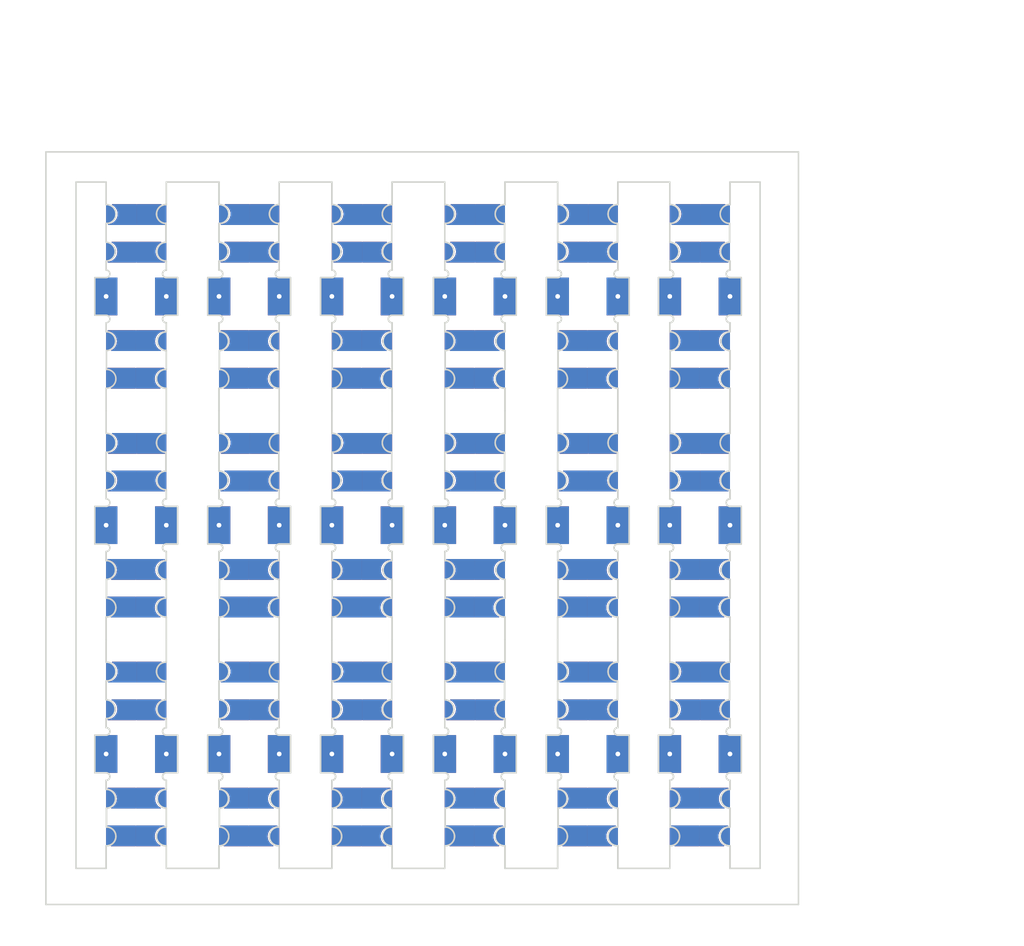
<source format=kicad_pcb>
(kicad_pcb (version 20171130) (host pcbnew 5.1.0-060a0da~80~ubuntu18.04.1)
  (layers (0 F.Cu signal) (31 B.Cu signal) (34 B.Paste user) (35 F.Paste user) (36 B.SilkS user) (37 F.SilkS user) (38 B.Mask user) (39 F.Mask user) (44 Edge.Cuts user))
  (net 0 "")
  (net 1 "Net-(J30-Pad1)")
  (module BATTERY:pad_3x5 (layer F.Cu) (at 156.9 154.55)
    (fp_text reference J30 hide)
    (fp_text value mech hide)
    (pad 1 thru_hole rect (at 0 0) (size 3 5) (drill 0.6) (layers *.Cu *.Mask) (net 1 "Net-(J30-Pad1)"))
  )
  (module BATTERY:pad_3x5 (layer F.Cu) (at 148.9 93.75 180)
    (fp_text reference J30 hide)
    (fp_text value mech hide)
    (pad 1 thru_hole rect (at 0 0 180) (size 3 5) (drill 0.6) (layers *.Cu *.Mask) (net 1 "Net-(J30-Pad1)"))
  )
  (module BATTERY:pad_3x5 (layer F.Cu) (at 148.9 93.75 180)
    (fp_text reference J30 hide)
    (fp_text value mech hide)
    (pad 1 thru_hole rect (at 0 0 180) (size 3 5) (drill 0.6) (layers *.Cu *.Mask) (net 1 "Net-(J30-Pad1)"))
  )
  (module BATTERY:pad_3x5 (layer F.Cu) (at 148.9 124.15 180)
    (fp_text reference J30 hide)
    (fp_text value mech hide)
    (pad 1 thru_hole rect (at 0 0 180) (size 3 5) (drill 0.6) (layers *.Cu *.Mask) (net 1 "Net-(J30-Pad1)"))
  )
  (module BATTERY:pad_3x5 (layer F.Cu) (at 156.9 154.55)
    (fp_text reference J30 hide)
    (fp_text value mech hide)
    (pad 1 thru_hole rect (at 0 0) (size 3 5) (drill 0.6) (layers *.Cu *.Mask) (net 1 "Net-(J30-Pad1)"))
  )
  (module BATTERY:pad_3x5 (layer F.Cu) (at 156.9 93.75)
    (fp_text reference J30 hide)
    (fp_text value mech hide)
    (pad 1 thru_hole rect (at 0 0) (size 3 5) (drill 0.6) (layers *.Cu *.Mask) (net 1 "Net-(J30-Pad1)"))
  )
  (module BATTERY:pad_3x5 (layer F.Cu) (at 148.9 124.15 180)
    (fp_text reference J30 hide)
    (fp_text value mech hide)
    (pad 1 thru_hole rect (at 0 0 180) (size 3 5) (drill 0.6) (layers *.Cu *.Mask) (net 1 "Net-(J30-Pad1)"))
  )
  (module BATTERY:pad_3x5 (layer F.Cu) (at 156.9 124.15)
    (fp_text reference J30 hide)
    (fp_text value mech hide)
    (pad 1 thru_hole rect (at 0 0) (size 3 5) (drill 0.6) (layers *.Cu *.Mask) (net 1 "Net-(J30-Pad1)"))
  )
  (module BATTERY:pad_3x5 (layer F.Cu) (at 156.9 93.75)
    (fp_text reference J30 hide)
    (fp_text value mech hide)
    (pad 1 thru_hole rect (at 0 0) (size 3 5) (drill 0.6) (layers *.Cu *.Mask) (net 1 "Net-(J30-Pad1)"))
  )
  (module BATTERY:pad_3x5 (layer F.Cu) (at 148.9 154.55 180)
    (fp_text reference J30 hide)
    (fp_text value mech hide)
    (pad 1 thru_hole rect (at 0 0 180) (size 3 5) (drill 0.6) (layers *.Cu *.Mask) (net 1 "Net-(J30-Pad1)"))
  )
  (module BATTERY:pad_3x5 (layer F.Cu) (at 156.9 124.15)
    (fp_text reference J30 hide)
    (fp_text value mech hide)
    (pad 1 thru_hole rect (at 0 0) (size 3 5) (drill 0.6) (layers *.Cu *.Mask) (net 1 "Net-(J30-Pad1)"))
  )
  (module BATTERY:pad_3x5 (layer F.Cu) (at 148.9 154.55 180)
    (fp_text reference J30 hide)
    (fp_text value mech hide)
    (pad 1 thru_hole rect (at 0 0 180) (size 3 5) (drill 0.6) (layers *.Cu *.Mask) (net 1 "Net-(J30-Pad1)"))
  )
  (module BATTERY:pad_3x5 (layer F.Cu) (at 134 124.15 180)
    (fp_text reference J30 hide)
    (fp_text value mech hide)
    (pad 1 thru_hole rect (at 0 0 180) (size 3 5) (drill 0.6) (layers *.Cu *.Mask) (net 1 "Net-(J30-Pad1)"))
  )
  (module BATTERY:pad_3x5 (layer F.Cu) (at 142 93.75)
    (fp_text reference J30 hide)
    (fp_text value mech hide)
    (pad 1 thru_hole rect (at 0 0) (size 3 5) (drill 0.6) (layers *.Cu *.Mask) (net 1 "Net-(J30-Pad1)"))
  )
  (module BATTERY:pad_3x5 (layer F.Cu) (at 134 154.55 180)
    (fp_text reference J30 hide)
    (fp_text value mech hide)
    (pad 1 thru_hole rect (at 0 0 180) (size 3 5) (drill 0.6) (layers *.Cu *.Mask) (net 1 "Net-(J30-Pad1)"))
  )
  (module BATTERY:pad_3x5 (layer F.Cu) (at 134 93.75 180)
    (fp_text reference J30 hide)
    (fp_text value mech hide)
    (pad 1 thru_hole rect (at 0 0 180) (size 3 5) (drill 0.6) (layers *.Cu *.Mask) (net 1 "Net-(J30-Pad1)"))
  )
  (module BATTERY:pad_3x5 (layer F.Cu) (at 134 124.15 180)
    (fp_text reference J30 hide)
    (fp_text value mech hide)
    (pad 1 thru_hole rect (at 0 0 180) (size 3 5) (drill 0.6) (layers *.Cu *.Mask) (net 1 "Net-(J30-Pad1)"))
  )
  (module BATTERY:pad_3x5 (layer F.Cu) (at 142 124.15)
    (fp_text reference J30 hide)
    (fp_text value mech hide)
    (pad 1 thru_hole rect (at 0 0) (size 3 5) (drill 0.6) (layers *.Cu *.Mask) (net 1 "Net-(J30-Pad1)"))
  )
  (module BATTERY:pad_3x5 (layer F.Cu) (at 142 124.15)
    (fp_text reference J30 hide)
    (fp_text value mech hide)
    (pad 1 thru_hole rect (at 0 0) (size 3 5) (drill 0.6) (layers *.Cu *.Mask) (net 1 "Net-(J30-Pad1)"))
  )
  (module BATTERY:pad_3x5 (layer F.Cu) (at 134 154.55 180)
    (fp_text reference J30 hide)
    (fp_text value mech hide)
    (pad 1 thru_hole rect (at 0 0 180) (size 3 5) (drill 0.6) (layers *.Cu *.Mask) (net 1 "Net-(J30-Pad1)"))
  )
  (module BATTERY:pad_3x5 (layer F.Cu) (at 142 154.55)
    (fp_text reference J30 hide)
    (fp_text value mech hide)
    (pad 1 thru_hole rect (at 0 0) (size 3 5) (drill 0.6) (layers *.Cu *.Mask) (net 1 "Net-(J30-Pad1)"))
  )
  (module BATTERY:pad_3x5 (layer F.Cu) (at 134 93.75 180)
    (fp_text reference J30 hide)
    (fp_text value mech hide)
    (pad 1 thru_hole rect (at 0 0 180) (size 3 5) (drill 0.6) (layers *.Cu *.Mask) (net 1 "Net-(J30-Pad1)"))
  )
  (module BATTERY:pad_3x5 (layer F.Cu) (at 142 154.55)
    (fp_text reference J30 hide)
    (fp_text value mech hide)
    (pad 1 thru_hole rect (at 0 0) (size 3 5) (drill 0.6) (layers *.Cu *.Mask) (net 1 "Net-(J30-Pad1)"))
  )
  (module BATTERY:pad_3x5 (layer F.Cu) (at 142 93.75)
    (fp_text reference J30 hide)
    (fp_text value mech hide)
    (pad 1 thru_hole rect (at 0 0) (size 3 5) (drill 0.6) (layers *.Cu *.Mask) (net 1 "Net-(J30-Pad1)"))
  )
  (module BATTERY:pad_3x5 (layer F.Cu) (at 119 124.15 180)
    (fp_text reference J30 hide)
    (fp_text value mech hide)
    (pad 1 thru_hole rect (at 0 0 180) (size 3 5) (drill 0.6) (layers *.Cu *.Mask) (net 1 "Net-(J30-Pad1)"))
  )
  (module BATTERY:pad_3x5 (layer F.Cu) (at 119 93.75 180)
    (fp_text reference J30 hide)
    (fp_text value mech hide)
    (pad 1 thru_hole rect (at 0 0 180) (size 3 5) (drill 0.6) (layers *.Cu *.Mask) (net 1 "Net-(J30-Pad1)"))
  )
  (module BATTERY:pad_3x5 (layer F.Cu) (at 127 124.15)
    (fp_text reference J30 hide)
    (fp_text value mech hide)
    (pad 1 thru_hole rect (at 0 0) (size 3 5) (drill 0.6) (layers *.Cu *.Mask) (net 1 "Net-(J30-Pad1)"))
  )
  (module BATTERY:pad_3x5 (layer F.Cu) (at 119 154.55 180)
    (fp_text reference J30 hide)
    (fp_text value mech hide)
    (pad 1 thru_hole rect (at 0 0 180) (size 3 5) (drill 0.6) (layers *.Cu *.Mask) (net 1 "Net-(J30-Pad1)"))
  )
  (module BATTERY:pad_3x5 (layer F.Cu) (at 119 154.55 180)
    (fp_text reference J30 hide)
    (fp_text value mech hide)
    (pad 1 thru_hole rect (at 0 0 180) (size 3 5) (drill 0.6) (layers *.Cu *.Mask) (net 1 "Net-(J30-Pad1)"))
  )
  (module BATTERY:pad_3x5 (layer F.Cu) (at 127 93.75)
    (fp_text reference J30 hide)
    (fp_text value mech hide)
    (pad 1 thru_hole rect (at 0 0) (size 3 5) (drill 0.6) (layers *.Cu *.Mask) (net 1 "Net-(J30-Pad1)"))
  )
  (module BATTERY:pad_3x5 (layer F.Cu) (at 127 154.55)
    (fp_text reference J30 hide)
    (fp_text value mech hide)
    (pad 1 thru_hole rect (at 0 0) (size 3 5) (drill 0.6) (layers *.Cu *.Mask) (net 1 "Net-(J30-Pad1)"))
  )
  (module BATTERY:pad_3x5 (layer F.Cu) (at 127 154.55)
    (fp_text reference J30 hide)
    (fp_text value mech hide)
    (pad 1 thru_hole rect (at 0 0) (size 3 5) (drill 0.6) (layers *.Cu *.Mask) (net 1 "Net-(J30-Pad1)"))
  )
  (module BATTERY:pad_3x5 (layer F.Cu) (at 127 124.15)
    (fp_text reference J30 hide)
    (fp_text value mech hide)
    (pad 1 thru_hole rect (at 0 0) (size 3 5) (drill 0.6) (layers *.Cu *.Mask) (net 1 "Net-(J30-Pad1)"))
  )
  (module BATTERY:pad_3x5 (layer F.Cu) (at 119 124.15 180)
    (fp_text reference J30 hide)
    (fp_text value mech hide)
    (pad 1 thru_hole rect (at 0 0 180) (size 3 5) (drill 0.6) (layers *.Cu *.Mask) (net 1 "Net-(J30-Pad1)"))
  )
  (module BATTERY:pad_3x5 (layer F.Cu) (at 127 93.75)
    (fp_text reference J30 hide)
    (fp_text value mech hide)
    (pad 1 thru_hole rect (at 0 0) (size 3 5) (drill 0.6) (layers *.Cu *.Mask) (net 1 "Net-(J30-Pad1)"))
  )
  (module BATTERY:pad_3x5 (layer F.Cu) (at 119 93.75 180)
    (fp_text reference J30 hide)
    (fp_text value mech hide)
    (pad 1 thru_hole rect (at 0 0 180) (size 3 5) (drill 0.6) (layers *.Cu *.Mask) (net 1 "Net-(J30-Pad1)"))
  )
  (module BATTERY:pad_3x5 (layer F.Cu) (at 112 154.55)
    (fp_text reference J30 hide)
    (fp_text value mech hide)
    (pad 1 thru_hole rect (at 0 0) (size 3 5) (drill 0.6) (layers *.Cu *.Mask) (net 1 "Net-(J30-Pad1)"))
  )
  (module BATTERY:pad_3x5 (layer F.Cu) (at 104 93.75 180)
    (fp_text reference J30 hide)
    (fp_text value mech hide)
    (pad 1 thru_hole rect (at 0 0 180) (size 3 5) (drill 0.6) (layers *.Cu *.Mask) (net 1 "Net-(J30-Pad1)"))
  )
  (module BATTERY:pad_3x5 (layer F.Cu) (at 104 93.75 180)
    (fp_text reference J30 hide)
    (fp_text value mech hide)
    (pad 1 thru_hole rect (at 0 0 180) (size 3 5) (drill 0.6) (layers *.Cu *.Mask) (net 1 "Net-(J30-Pad1)"))
  )
  (module BATTERY:pad_3x5 (layer F.Cu) (at 104 124.15 180)
    (fp_text reference J30 hide)
    (fp_text value mech hide)
    (pad 1 thru_hole rect (at 0 0 180) (size 3 5) (drill 0.6) (layers *.Cu *.Mask) (net 1 "Net-(J30-Pad1)"))
  )
  (module BATTERY:pad_3x5 (layer F.Cu) (at 112 93.75)
    (fp_text reference J30 hide)
    (fp_text value mech hide)
    (pad 1 thru_hole rect (at 0 0) (size 3 5) (drill 0.6) (layers *.Cu *.Mask) (net 1 "Net-(J30-Pad1)"))
  )
  (module BATTERY:pad_3x5 (layer F.Cu) (at 104 124.15 180)
    (fp_text reference J30 hide)
    (fp_text value mech hide)
    (pad 1 thru_hole rect (at 0 0 180) (size 3 5) (drill 0.6) (layers *.Cu *.Mask) (net 1 "Net-(J30-Pad1)"))
  )
  (module BATTERY:pad_3x5 (layer F.Cu) (at 112 124.15)
    (fp_text reference J30 hide)
    (fp_text value mech hide)
    (pad 1 thru_hole rect (at 0 0) (size 3 5) (drill 0.6) (layers *.Cu *.Mask) (net 1 "Net-(J30-Pad1)"))
  )
  (module BATTERY:pad_3x5 (layer F.Cu) (at 104 154.55 180)
    (fp_text reference J30 hide)
    (fp_text value mech hide)
    (pad 1 thru_hole rect (at 0 0 180) (size 3 5) (drill 0.6) (layers *.Cu *.Mask) (net 1 "Net-(J30-Pad1)"))
  )
  (module BATTERY:pad_3x5 (layer F.Cu) (at 112 93.75)
    (fp_text reference J30 hide)
    (fp_text value mech hide)
    (pad 1 thru_hole rect (at 0 0) (size 3 5) (drill 0.6) (layers *.Cu *.Mask) (net 1 "Net-(J30-Pad1)"))
  )
  (module BATTERY:pad_3x5 (layer F.Cu) (at 112 154.55)
    (fp_text reference J30 hide)
    (fp_text value mech hide)
    (pad 1 thru_hole rect (at 0 0) (size 3 5) (drill 0.6) (layers *.Cu *.Mask) (net 1 "Net-(J30-Pad1)"))
  )
  (module BATTERY:pad_3x5 (layer F.Cu) (at 112 124.15)
    (fp_text reference J30 hide)
    (fp_text value mech hide)
    (pad 1 thru_hole rect (at 0 0) (size 3 5) (drill 0.6) (layers *.Cu *.Mask) (net 1 "Net-(J30-Pad1)"))
  )
  (module BATTERY:pad_3x5 (layer F.Cu) (at 104 154.55 180)
    (fp_text reference J30 hide)
    (fp_text value mech hide)
    (pad 1 thru_hole rect (at 0 0 180) (size 3 5) (drill 0.6) (layers *.Cu *.Mask) (net 1 "Net-(J30-Pad1)"))
  )
  (module BATTERY:pad_3x5 (layer F.Cu) (at 97 124.15)
    (fp_text reference J30 hide)
    (fp_text value mech hide)
    (pad 1 thru_hole rect (at 0 0) (size 3 5) (drill 0.6) (layers *.Cu *.Mask) (net 1 "Net-(J30-Pad1)"))
  )
  (module BATTERY:pad_3x5 (layer F.Cu) (at 89 124.15 180)
    (fp_text reference J30 hide)
    (fp_text value mech hide)
    (pad 1 thru_hole rect (at 0 0 180) (size 3 5) (drill 0.6) (layers *.Cu *.Mask) (net 1 "Net-(J30-Pad1)"))
  )
  (module BATTERY:pad_3x5 (layer F.Cu) (at 97 154.55)
    (fp_text reference J30 hide)
    (fp_text value mech hide)
    (pad 1 thru_hole rect (at 0 0) (size 3 5) (drill 0.6) (layers *.Cu *.Mask) (net 1 "Net-(J30-Pad1)"))
  )
  (module BATTERY:pad_3x5 (layer F.Cu) (at 89 93.75 180)
    (fp_text reference J30 hide)
    (fp_text value mech hide)
    (pad 1 thru_hole rect (at 0 0 180) (size 3 5) (drill 0.6) (layers *.Cu *.Mask) (net 1 "Net-(J30-Pad1)"))
  )
  (module BATTERY:pad_3x5 (layer F.Cu) (at 97 93.75)
    (fp_text reference J30 hide)
    (fp_text value mech hide)
    (pad 1 thru_hole rect (at 0 0) (size 3 5) (drill 0.6) (layers *.Cu *.Mask) (net 1 "Net-(J30-Pad1)"))
  )
  (module BATTERY:pad_3x5 (layer F.Cu) (at 89 154.55 180)
    (fp_text reference J30 hide)
    (fp_text value mech hide)
    (pad 1 thru_hole rect (at 0 0 180) (size 3 5) (drill 0.6) (layers *.Cu *.Mask) (net 1 "Net-(J30-Pad1)"))
  )
  (module BATTERY:pad_3x5 (layer F.Cu) (at 97 124.15)
    (fp_text reference J30 hide)
    (fp_text value mech hide)
    (pad 1 thru_hole rect (at 0 0) (size 3 5) (drill 0.6) (layers *.Cu *.Mask) (net 1 "Net-(J30-Pad1)"))
  )
  (module BATTERY:pad_3x5 (layer F.Cu) (at 89 124.15 180)
    (fp_text reference J30 hide)
    (fp_text value mech hide)
    (pad 1 thru_hole rect (at 0 0 180) (size 3 5) (drill 0.6) (layers *.Cu *.Mask) (net 1 "Net-(J30-Pad1)"))
  )
  (module BATTERY:pad_3x5 (layer F.Cu) (at 89 154.55 180)
    (fp_text reference J30 hide)
    (fp_text value mech hide)
    (pad 1 thru_hole rect (at 0 0 180) (size 3 5) (drill 0.6) (layers *.Cu *.Mask) (net 1 "Net-(J30-Pad1)"))
  )
  (module BATTERY:pad_3x5 (layer F.Cu) (at 97 154.55)
    (fp_text reference J30 hide)
    (fp_text value mech hide)
    (pad 1 thru_hole rect (at 0 0) (size 3 5) (drill 0.6) (layers *.Cu *.Mask) (net 1 "Net-(J30-Pad1)"))
  )
  (module BATTERY:pad_3x5 (layer F.Cu) (at 97 93.75)
    (fp_text reference J30 hide)
    (fp_text value mech hide)
    (pad 1 thru_hole rect (at 0 0) (size 3 5) (drill 0.6) (layers *.Cu *.Mask) (net 1 "Net-(J30-Pad1)"))
  )
  (module BATTERY:pad_3x5 (layer F.Cu) (at 89 93.75 180)
    (fp_text reference J30 hide)
    (fp_text value mech hide)
    (pad 1 thru_hole rect (at 0 0 180) (size 3 5) (drill 0.6) (layers *.Cu *.Mask) (net 1 "Net-(J30-Pad1)"))
  )
  (module BATTERY:pad_3x5 (layer F.Cu) (at 82 124.15)
    (fp_text reference J30 hide)
    (fp_text value mech hide)
    (pad 1 thru_hole rect (at 0 0) (size 3 5) (drill 0.6) (layers *.Cu *.Mask) (net 1 "Net-(J30-Pad1)"))
  )
  (module BATTERY:pad_3x5 (layer F.Cu) (at 74 124.15 180)
    (fp_text reference J30 hide)
    (fp_text value mech hide)
    (pad 1 thru_hole rect (at 0 0 180) (size 3 5) (drill 0.6) (layers *.Cu *.Mask) (net 1 "Net-(J30-Pad1)"))
  )
  (module BATTERY:pad_3x5 (layer F.Cu) (at 74 154.55 180)
    (fp_text reference J30 hide)
    (fp_text value mech hide)
    (pad 1 thru_hole rect (at 0 0 180) (size 3 5) (drill 0.6) (layers *.Cu *.Mask) (net 1 "Net-(J30-Pad1)"))
  )
  (module BATTERY:pad_3x5 (layer F.Cu) (at 82 154.55)
    (fp_text reference J30 hide)
    (fp_text value mech hide)
    (pad 1 thru_hole rect (at 0 0) (size 3 5) (drill 0.6) (layers *.Cu *.Mask) (net 1 "Net-(J30-Pad1)"))
  )
  (module BATTERY:pad_3x5 (layer F.Cu) (at 82 93.75)
    (fp_text reference J30 hide)
    (fp_text value mech hide)
    (pad 1 thru_hole rect (at 0 0) (size 3 5) (drill 0.6) (layers *.Cu *.Mask) (net 1 "Net-(J30-Pad1)"))
  )
  (module BATTERY:pad_3x5 (layer F.Cu) (at 74 93.75 180)
    (fp_text reference J30 hide)
    (fp_text value mech hide)
    (pad 1 thru_hole rect (at 0 0 180) (size 3 5) (drill 0.6) (layers *.Cu *.Mask) (net 1 "Net-(J30-Pad1)"))
  )
  (module BATTERY:pad_3x5 (layer F.Cu) (at 74 124.15 180)
    (fp_text reference J30 hide)
    (fp_text value mech hide)
    (pad 1 thru_hole rect (at 0 0 180) (size 3 5) (drill 0.6) (layers *.Cu *.Mask) (net 1 "Net-(J30-Pad1)"))
  )
  (module BATTERY:pad_3x5 (layer F.Cu) (at 74 93.75 180)
    (fp_text reference J30 hide)
    (fp_text value mech hide)
    (pad 1 thru_hole rect (at 0 0 180) (size 3 5) (drill 0.6) (layers *.Cu *.Mask) (net 1 "Net-(J30-Pad1)"))
  )
  (module BATTERY:pad_3x5 (layer F.Cu) (at 74 154.55 180)
    (fp_text reference J30 hide)
    (fp_text value mech hide)
    (pad 1 thru_hole rect (at 0 0 180) (size 3 5) (drill 0.6) (layers *.Cu *.Mask) (net 1 "Net-(J30-Pad1)"))
  )
  (module BATTERY:pad_3x5 (layer F.Cu) (at 82 154.55)
    (fp_text reference J30 hide)
    (fp_text value mech hide)
    (pad 1 thru_hole rect (at 0 0) (size 3 5) (drill 0.6) (layers *.Cu *.Mask) (net 1 "Net-(J30-Pad1)"))
  )
  (module BATTERY:pad_3x5 (layer F.Cu) (at 82 124.15)
    (fp_text reference J30 hide)
    (fp_text value mech hide)
    (pad 1 thru_hole rect (at 0 0) (size 3 5) (drill 0.6) (layers *.Cu *.Mask) (net 1 "Net-(J30-Pad1)"))
  )
  (module BATTERY:pad_3x5 (layer F.Cu) (at 82 93.75)
    (fp_text reference J30 hide)
    (fp_text value mech hide)
    (pad 1 thru_hole rect (at 0 0) (size 3 5) (drill 0.6) (layers *.Cu *.Mask) (net 1 "Net-(J30-Pad1)"))
  )
  (gr_arc (start 73.95 118.2) (end 74 119.45) (angle -175.4187799) (layer Edge.Cuts) (width 0.2))
  (gr_line (start 82 81.549) (end 82 78.55) (layer Edge.Cuts) (width 0.2))
  (gr_line (start 66 174.55) (end 66 74.55) (layer Edge.Cuts) (width 0.2))
  (gr_line (start 166 174.55) (end 66 174.55) (layer Edge.Cuts) (width 0.2))
  (gr_line (start 166 74.55) (end 166 174.55) (layer Edge.Cuts) (width 0.2))
  (gr_line (start 66 74.55) (end 166 74.55) (layer Edge.Cuts) (width 0.2))
  (gr_line (start 70 169.75) (end 74 169.75) (layer Edge.Cuts) (width 0.2))
  (gr_line (start 70 78.55) (end 70 169.75) (layer Edge.Cuts) (width 0.2))
  (gr_line (start 74 78.55) (end 70 78.55) (layer Edge.Cuts) (width 0.2))
  (gr_line (start 160.9 78.55) (end 156.9 78.55) (layer Edge.Cuts) (width 0.2))
  (gr_line (start 160.9 169.75) (end 160.9 78.55) (layer Edge.Cuts) (width 0.2))
  (gr_line (start 156.9 169.75) (end 160.9 169.75) (layer Edge.Cuts) (width 0.2))
  (gr_line (start 142 169.75) (end 148.9 169.75) (layer Edge.Cuts) (width 0.2))
  (gr_line (start 127 169.75) (end 134 169.75) (layer Edge.Cuts) (width 0.2))
  (gr_line (start 112 169.75) (end 119 169.75) (layer Edge.Cuts) (width 0.2))
  (gr_line (start 97 169.75) (end 104 169.75) (layer Edge.Cuts) (width 0.2))
  (gr_line (start 82 169.75) (end 89 169.75) (layer Edge.Cuts) (width 0.2))
  (gr_line (start 142 78.55) (end 148.9 78.55) (layer Edge.Cuts) (width 0.2))
  (gr_line (start 127 78.55) (end 134 78.55) (layer Edge.Cuts) (width 0.2))
  (gr_line (start 112 78.55) (end 119 78.55) (layer Edge.Cuts) (width 0.2))
  (gr_line (start 97 78.55) (end 104 78.55) (layer Edge.Cuts) (width 0.2))
  (gr_line (start 82 78.55) (end 89 78.55) (layer Edge.Cuts) (width 0.2))
  (gr_arc (start 148.9 99.7) (end 148.95 100.951) (angle -177.711219) (layer Edge.Cuts) (width 0.2))
  (gr_line (start 148.9 105.95) (end 148.9 108.95) (layer Edge.Cuts) (width 0.2))
  (gr_arc (start 156.85 143.599) (end 156.9 142.349) (angle -182.29061) (layer Edge.Cuts) (width 0.2))
  (gr_line (start 148.9 127.65) (end 148.9 128.85) (layer Edge.Cuts) (width 0.2))
  (gr_arc (start 156.9 148.6) (end 156.85 147.349) (angle -177.711219) (layer Edge.Cuts) (width 0.2))
  (gr_line (start 148.95 161.751) (end 148.95 164.25) (layer Edge.Cuts) (width 0.2))
  (gr_line (start 148.9 114.45) (end 148.9 116.95) (layer Edge.Cuts) (width 0.2))
  (gr_line (start 147.4 126.65) (end 148.9 126.65) (layer Edge.Cuts) (width 0.2))
  (gr_line (start 158.4 96.25) (end 156.9 96.25) (layer Edge.Cuts) (width 0.2))
  (gr_line (start 148.9 166.751) (end 148.9 169.75) (layer Edge.Cuts) (width 0.2))
  (gr_arc (start 148.85 148.6) (end 148.9 149.85) (angle -175.4187799) (layer Edge.Cuts) (width 0.2))
  (gr_line (start 156.9 159.25) (end 156.9 158.05) (layer Edge.Cuts) (width 0.2))
  (gr_line (start 148.9 127.65) (end 148.9 128.85) (layer Edge.Cuts) (width 0.2))
  (gr_line (start 158.4 121.65) (end 158.4 126.65) (layer Edge.Cuts) (width 0.2))
  (gr_line (start 158.4 96.25) (end 156.9 96.25) (layer Edge.Cuts) (width 0.2))
  (gr_line (start 158.4 96.25) (end 158.4 91.25) (layer Edge.Cuts) (width 0.2))
  (gr_arc (start 148.9 151.55) (end 148.9 152.05) (angle -180) (layer Edge.Cuts) (width 0.2))
  (gr_line (start 156.9 108.95) (end 156.9 105.95) (layer Edge.Cuts) (width 0.2))
  (gr_arc (start 148.95 113.2) (end 148.9 114.45) (angle -184.5812201) (layer Edge.Cuts) (width 0.2))
  (gr_arc (start 148.9 121.15) (end 148.9 121.65) (angle -180) (layer Edge.Cuts) (width 0.2))
  (gr_line (start 158.4 152.05) (end 156.9 152.05) (layer Edge.Cuts) (width 0.2))
  (gr_arc (start 156.85 82.799) (end 156.9 81.549) (angle -182.29061) (layer Edge.Cuts) (width 0.2))
  (gr_line (start 158.4 121.65) (end 156.9 121.65) (layer Edge.Cuts) (width 0.2))
  (gr_line (start 148.9 149.85) (end 148.9 151.05) (layer Edge.Cuts) (width 0.2))
  (gr_arc (start 148.95 113.2) (end 148.9 114.45) (angle -184.5812201) (layer Edge.Cuts) (width 0.2))
  (gr_line (start 148.95 131.351) (end 148.95 133.85) (layer Edge.Cuts) (width 0.2))
  (gr_arc (start 156.95 99.7) (end 156.9 98.45) (angle -175.4187799) (layer Edge.Cuts) (width 0.2))
  (gr_line (start 148.9 139.35) (end 148.9 142.35) (layer Edge.Cuts) (width 0.2))
  (gr_arc (start 148.95 143.6) (end 148.9 144.85) (angle -184.5812201) (layer Edge.Cuts) (width 0.2))
  (gr_line (start 148.9 139.35) (end 148.9 142.35) (layer Edge.Cuts) (width 0.2))
  (gr_line (start 158.4 157.05) (end 158.4 152.05) (layer Edge.Cuts) (width 0.2))
  (gr_arc (start 148.85 148.6) (end 148.9 149.85) (angle -175.4187799) (layer Edge.Cuts) (width 0.2))
  (gr_arc (start 148.9 151.55) (end 148.9 152.05) (angle -180) (layer Edge.Cuts) (width 0.2))
  (gr_arc (start 156.85 104.7) (end 156.9 103.45) (angle -184.5812201) (layer Edge.Cuts) (width 0.2))
  (gr_line (start 148.9 158.05) (end 148.9 159.25) (layer Edge.Cuts) (width 0.2))
  (gr_line (start 156.9 169.75) (end 156.9 166.75) (layer Edge.Cuts) (width 0.2))
  (gr_line (start 158.4 121.65) (end 158.4 126.65) (layer Edge.Cuts) (width 0.2))
  (gr_line (start 147.4 121.65) (end 148.9 121.65) (layer Edge.Cuts) (width 0.2))
  (gr_line (start 156.9 151.05) (end 156.9 149.85) (layer Edge.Cuts) (width 0.2))
  (gr_line (start 148.9 89.05) (end 148.9 90.25) (layer Edge.Cuts) (width 0.2))
  (gr_arc (start 148.9 96.75) (end 148.9 97.25) (angle -180) (layer Edge.Cuts) (width 0.2))
  (gr_line (start 147.4 91.25) (end 147.4 96.25) (layer Edge.Cuts) (width 0.2))
  (gr_arc (start 148.9 157.55) (end 148.9 158.05) (angle -180) (layer Edge.Cuts) (width 0.2))
  (gr_arc (start 156.95 130.1) (end 156.9 128.85) (angle -175.4187799) (layer Edge.Cuts) (width 0.2))
  (gr_arc (start 156.95 99.7) (end 156.9 98.45) (angle -175.4187799) (layer Edge.Cuts) (width 0.2))
  (gr_line (start 156.9 164.25) (end 156.9 161.75) (layer Edge.Cuts) (width 0.2))
  (gr_arc (start 148.9 127.15) (end 148.9 127.65) (angle -180) (layer Edge.Cuts) (width 0.2))
  (gr_line (start 156.9 111.949) (end 156.9 108.95) (layer Edge.Cuts) (width 0.2))
  (gr_line (start 158.4 157.05) (end 156.9 157.05) (layer Edge.Cuts) (width 0.2))
  (gr_arc (start 156.9 121.15) (end 156.9 120.65) (angle -180) (layer Edge.Cuts) (width 0.2))
  (gr_line (start 147.4 152.05) (end 147.4 157.05) (layer Edge.Cuts) (width 0.2))
  (gr_line (start 148.95 100.951) (end 148.95 103.45) (layer Edge.Cuts) (width 0.2))
  (gr_arc (start 156.95 160.5) (end 156.9 159.25) (angle -175.4187799) (layer Edge.Cuts) (width 0.2))
  (gr_arc (start 156.85 135.1) (end 156.9 133.85) (angle -184.5812201) (layer Edge.Cuts) (width 0.2))
  (gr_line (start 148.9 84.05) (end 148.9 86.55) (layer Edge.Cuts) (width 0.2))
  (gr_arc (start 156.9 151.55) (end 156.9 151.05) (angle -180) (layer Edge.Cuts) (width 0.2))
  (gr_line (start 147.4 126.65) (end 147.4 121.65) (layer Edge.Cuts) (width 0.2))
  (gr_line (start 148.95 100.951) (end 148.95 103.45) (layer Edge.Cuts) (width 0.2))
  (gr_line (start 158.4 152.05) (end 156.9 152.05) (layer Edge.Cuts) (width 0.2))
  (gr_line (start 156.9 151.05) (end 156.9 149.85) (layer Edge.Cuts) (width 0.2))
  (gr_line (start 156.9 128.85) (end 156.9 127.65) (layer Edge.Cuts) (width 0.2))
  (gr_line (start 156.9 103.45) (end 156.9 100.95) (layer Edge.Cuts) (width 0.2))
  (gr_arc (start 148.9 90.75) (end 148.9 91.25) (angle -180) (layer Edge.Cuts) (width 0.2))
  (gr_line (start 147.4 152.05) (end 147.4 157.05) (layer Edge.Cuts) (width 0.2))
  (gr_arc (start 148.9 157.55) (end 148.9 158.05) (angle -180) (layer Edge.Cuts) (width 0.2))
  (gr_arc (start 156.9 90.75) (end 156.9 90.25) (angle -180) (layer Edge.Cuts) (width 0.2))
  (gr_line (start 158.4 91.25) (end 156.9 91.25) (layer Edge.Cuts) (width 0.2))
  (gr_line (start 148.9 108.95) (end 148.9 111.95) (layer Edge.Cuts) (width 0.2))
  (gr_line (start 148.9 97.25) (end 148.9 98.45) (layer Edge.Cuts) (width 0.2))
  (gr_arc (start 148.9 130.1) (end 148.95 131.351) (angle -177.711219) (layer Edge.Cuts) (width 0.2))
  (gr_arc (start 148.85 118.2) (end 148.9 119.45) (angle -175.4187799) (layer Edge.Cuts) (width 0.2))
  (gr_arc (start 156.9 118.2) (end 156.85 116.949) (angle -177.711219) (layer Edge.Cuts) (width 0.2))
  (gr_line (start 148.9 78.55) (end 148.9 81.55) (layer Edge.Cuts) (width 0.2))
  (gr_line (start 156.9 81.549) (end 156.9 78.55) (layer Edge.Cuts) (width 0.2))
  (gr_line (start 147.4 91.25) (end 148.9 91.25) (layer Edge.Cuts) (width 0.2))
  (gr_line (start 158.4 96.25) (end 158.4 91.25) (layer Edge.Cuts) (width 0.2))
  (gr_line (start 147.4 126.65) (end 147.4 121.65) (layer Edge.Cuts) (width 0.2))
  (gr_arc (start 156.85 165.5) (end 156.9 164.25) (angle -184.5812201) (layer Edge.Cuts) (width 0.2))
  (gr_line (start 147.4 96.25) (end 148.9 96.25) (layer Edge.Cuts) (width 0.2))
  (gr_line (start 156.85 147.349) (end 156.85 144.85) (layer Edge.Cuts) (width 0.2))
  (gr_arc (start 156.9 90.75) (end 156.9 90.25) (angle -180) (layer Edge.Cuts) (width 0.2))
  (gr_line (start 158.4 126.65) (end 156.9 126.65) (layer Edge.Cuts) (width 0.2))
  (gr_line (start 148.9 144.85) (end 148.9 147.35) (layer Edge.Cuts) (width 0.2))
  (gr_line (start 147.4 96.25) (end 148.9 96.25) (layer Edge.Cuts) (width 0.2))
  (gr_line (start 148.9 108.95) (end 148.9 111.95) (layer Edge.Cuts) (width 0.2))
  (gr_line (start 148.9 89.05) (end 148.9 90.25) (layer Edge.Cuts) (width 0.2))
  (gr_arc (start 148.95 104.701) (end 148.9 105.951) (angle -182.29061) (layer Edge.Cuts) (width 0.2))
  (gr_line (start 156.85 86.549) (end 156.85 84.05) (layer Edge.Cuts) (width 0.2))
  (gr_line (start 156.9 142.35) (end 156.9 139.35) (layer Edge.Cuts) (width 0.2))
  (gr_arc (start 148.95 82.8) (end 148.9 84.05) (angle -184.5812201) (layer Edge.Cuts) (width 0.2))
  (gr_line (start 156.9 108.95) (end 156.9 105.95) (layer Edge.Cuts) (width 0.2))
  (gr_line (start 156.9 142.35) (end 156.9 139.35) (layer Edge.Cuts) (width 0.2))
  (gr_line (start 158.4 157.05) (end 156.9 157.05) (layer Edge.Cuts) (width 0.2))
  (gr_line (start 147.4 126.65) (end 148.9 126.65) (layer Edge.Cuts) (width 0.2))
  (gr_arc (start 148.9 121.15) (end 148.9 121.65) (angle -180) (layer Edge.Cuts) (width 0.2))
  (gr_line (start 158.4 91.25) (end 156.9 91.25) (layer Edge.Cuts) (width 0.2))
  (gr_line (start 156.9 169.75) (end 156.9 166.75) (layer Edge.Cuts) (width 0.2))
  (gr_line (start 148.9 114.45) (end 148.9 116.95) (layer Edge.Cuts) (width 0.2))
  (gr_arc (start 156.9 96.75) (end 156.9 96.25) (angle -180) (layer Edge.Cuts) (width 0.2))
  (gr_line (start 156.9 90.25) (end 156.9 89.05) (layer Edge.Cuts) (width 0.2))
  (gr_line (start 147.4 152.05) (end 148.9 152.05) (layer Edge.Cuts) (width 0.2))
  (gr_arc (start 156.9 148.6) (end 156.85 147.349) (angle -177.711219) (layer Edge.Cuts) (width 0.2))
  (gr_arc (start 156.95 160.5) (end 156.9 159.25) (angle -175.4187799) (layer Edge.Cuts) (width 0.2))
  (gr_arc (start 148.95 165.501) (end 148.9 166.751) (angle -182.29061) (layer Edge.Cuts) (width 0.2))
  (gr_line (start 148.95 161.751) (end 148.95 164.25) (layer Edge.Cuts) (width 0.2))
  (gr_line (start 147.4 152.05) (end 148.9 152.05) (layer Edge.Cuts) (width 0.2))
  (gr_arc (start 156.9 127.15) (end 156.9 126.65) (angle -180) (layer Edge.Cuts) (width 0.2))
  (gr_line (start 156.9 111.949) (end 156.9 108.95) (layer Edge.Cuts) (width 0.2))
  (gr_arc (start 156.9 118.2) (end 156.85 116.949) (angle -177.711219) (layer Edge.Cuts) (width 0.2))
  (gr_line (start 147.4 157.05) (end 148.9 157.05) (layer Edge.Cuts) (width 0.2))
  (gr_line (start 156.9 103.45) (end 156.9 100.95) (layer Edge.Cuts) (width 0.2))
  (gr_line (start 156.9 133.85) (end 156.9 131.35) (layer Edge.Cuts) (width 0.2))
  (gr_line (start 148.95 131.351) (end 148.95 133.85) (layer Edge.Cuts) (width 0.2))
  (gr_line (start 156.9 98.45) (end 156.9 97.25) (layer Edge.Cuts) (width 0.2))
  (gr_line (start 156.9 159.25) (end 156.9 158.05) (layer Edge.Cuts) (width 0.2))
  (gr_arc (start 148.95 135.101) (end 148.9 136.351) (angle -182.29061) (layer Edge.Cuts) (width 0.2))
  (gr_line (start 147.4 157.05) (end 148.9 157.05) (layer Edge.Cuts) (width 0.2))
  (gr_line (start 148.9 84.05) (end 148.9 86.55) (layer Edge.Cuts) (width 0.2))
  (gr_arc (start 156.85 113.199) (end 156.9 111.949) (angle -182.29061) (layer Edge.Cuts) (width 0.2))
  (gr_arc (start 148.9 160.5) (end 148.95 161.751) (angle -177.711219) (layer Edge.Cuts) (width 0.2))
  (gr_arc (start 148.85 87.8) (end 148.9 89.05) (angle -175.4187799) (layer Edge.Cuts) (width 0.2))
  (gr_arc (start 156.85 82.799) (end 156.9 81.549) (angle -182.29061) (layer Edge.Cuts) (width 0.2))
  (gr_line (start 158.4 157.05) (end 158.4 152.05) (layer Edge.Cuts) (width 0.2))
  (gr_arc (start 148.95 82.8) (end 148.9 84.05) (angle -184.5812201) (layer Edge.Cuts) (width 0.2))
  (gr_arc (start 156.9 157.55) (end 156.9 157.05) (angle -180) (layer Edge.Cuts) (width 0.2))
  (gr_arc (start 148.95 104.701) (end 148.9 105.951) (angle -182.29061) (layer Edge.Cuts) (width 0.2))
  (gr_line (start 156.9 133.85) (end 156.9 131.35) (layer Edge.Cuts) (width 0.2))
  (gr_arc (start 156.9 96.75) (end 156.9 96.25) (angle -180) (layer Edge.Cuts) (width 0.2))
  (gr_arc (start 148.95 165.501) (end 148.9 166.751) (angle -182.29061) (layer Edge.Cuts) (width 0.2))
  (gr_line (start 158.4 126.65) (end 156.9 126.65) (layer Edge.Cuts) (width 0.2))
  (gr_arc (start 148.9 99.7) (end 148.95 100.951) (angle -177.711219) (layer Edge.Cuts) (width 0.2))
  (gr_line (start 156.9 120.65) (end 156.9 119.45) (layer Edge.Cuts) (width 0.2))
  (gr_arc (start 156.85 104.7) (end 156.9 103.45) (angle -184.5812201) (layer Edge.Cuts) (width 0.2))
  (gr_line (start 147.4 91.25) (end 147.4 96.25) (layer Edge.Cuts) (width 0.2))
  (gr_line (start 148.9 149.85) (end 148.9 151.05) (layer Edge.Cuts) (width 0.2))
  (gr_arc (start 148.85 118.2) (end 148.9 119.45) (angle -175.4187799) (layer Edge.Cuts) (width 0.2))
  (gr_line (start 148.9 97.25) (end 148.9 98.45) (layer Edge.Cuts) (width 0.2))
  (gr_arc (start 156.85 135.1) (end 156.9 133.85) (angle -184.5812201) (layer Edge.Cuts) (width 0.2))
  (gr_arc (start 148.85 87.8) (end 148.9 89.05) (angle -175.4187799) (layer Edge.Cuts) (width 0.2))
  (gr_line (start 147.4 91.25) (end 148.9 91.25) (layer Edge.Cuts) (width 0.2))
  (gr_arc (start 148.95 135.101) (end 148.9 136.351) (angle -182.29061) (layer Edge.Cuts) (width 0.2))
  (gr_arc (start 148.9 96.75) (end 148.9 97.25) (angle -180) (layer Edge.Cuts) (width 0.2))
  (gr_arc (start 148.9 127.15) (end 148.9 127.65) (angle -180) (layer Edge.Cuts) (width 0.2))
  (gr_arc (start 156.9 157.55) (end 156.9 157.05) (angle -180) (layer Edge.Cuts) (width 0.2))
  (gr_line (start 147.4 121.65) (end 148.9 121.65) (layer Edge.Cuts) (width 0.2))
  (gr_line (start 156.9 90.25) (end 156.9 89.05) (layer Edge.Cuts) (width 0.2))
  (gr_line (start 156.9 139.35) (end 156.9 136.35) (layer Edge.Cuts) (width 0.2))
  (gr_arc (start 156.85 113.199) (end 156.9 111.949) (angle -182.29061) (layer Edge.Cuts) (width 0.2))
  (gr_line (start 156.85 116.949) (end 156.85 114.45) (layer Edge.Cuts) (width 0.2))
  (gr_line (start 148.9 119.45) (end 148.9 120.65) (layer Edge.Cuts) (width 0.2))
  (gr_arc (start 148.9 90.75) (end 148.9 91.25) (angle -180) (layer Edge.Cuts) (width 0.2))
  (gr_line (start 156.9 128.85) (end 156.9 127.65) (layer Edge.Cuts) (width 0.2))
  (gr_arc (start 156.9 121.15) (end 156.9 120.65) (angle -180) (layer Edge.Cuts) (width 0.2))
  (gr_arc (start 156.85 165.5) (end 156.9 164.25) (angle -184.5812201) (layer Edge.Cuts) (width 0.2))
  (gr_line (start 148.9 144.85) (end 148.9 147.35) (layer Edge.Cuts) (width 0.2))
  (gr_line (start 156.9 98.45) (end 156.9 97.25) (layer Edge.Cuts) (width 0.2))
  (gr_line (start 148.9 166.751) (end 148.9 169.75) (layer Edge.Cuts) (width 0.2))
  (gr_line (start 156.85 147.349) (end 156.85 144.85) (layer Edge.Cuts) (width 0.2))
  (gr_line (start 156.85 86.549) (end 156.85 84.05) (layer Edge.Cuts) (width 0.2))
  (gr_line (start 148.9 105.95) (end 148.9 108.95) (layer Edge.Cuts) (width 0.2))
  (gr_arc (start 148.9 160.5) (end 148.95 161.751) (angle -177.711219) (layer Edge.Cuts) (width 0.2))
  (gr_line (start 148.9 78.55) (end 148.9 81.55) (layer Edge.Cuts) (width 0.2))
  (gr_line (start 156.9 120.65) (end 156.9 119.45) (layer Edge.Cuts) (width 0.2))
  (gr_arc (start 148.9 130.1) (end 148.95 131.351) (angle -177.711219) (layer Edge.Cuts) (width 0.2))
  (gr_line (start 148.9 136.351) (end 148.9 139.35) (layer Edge.Cuts) (width 0.2))
  (gr_arc (start 156.85 143.599) (end 156.9 142.349) (angle -182.29061) (layer Edge.Cuts) (width 0.2))
  (gr_arc (start 148.95 143.6) (end 148.9 144.85) (angle -184.5812201) (layer Edge.Cuts) (width 0.2))
  (gr_arc (start 156.9 151.55) (end 156.9 151.05) (angle -180) (layer Edge.Cuts) (width 0.2))
  (gr_arc (start 156.9 87.8) (end 156.85 86.549) (angle -177.711219) (layer Edge.Cuts) (width 0.2))
  (gr_line (start 158.4 121.65) (end 156.9 121.65) (layer Edge.Cuts) (width 0.2))
  (gr_line (start 148.9 136.351) (end 148.9 139.35) (layer Edge.Cuts) (width 0.2))
  (gr_arc (start 156.95 130.1) (end 156.9 128.85) (angle -175.4187799) (layer Edge.Cuts) (width 0.2))
  (gr_line (start 156.85 116.949) (end 156.85 114.45) (layer Edge.Cuts) (width 0.2))
  (gr_line (start 148.9 119.45) (end 148.9 120.65) (layer Edge.Cuts) (width 0.2))
  (gr_line (start 156.9 139.35) (end 156.9 136.35) (layer Edge.Cuts) (width 0.2))
  (gr_line (start 156.9 164.25) (end 156.9 161.75) (layer Edge.Cuts) (width 0.2))
  (gr_line (start 156.9 81.549) (end 156.9 78.55) (layer Edge.Cuts) (width 0.2))
  (gr_line (start 148.9 158.05) (end 148.9 159.25) (layer Edge.Cuts) (width 0.2))
  (gr_arc (start 156.9 87.8) (end 156.85 86.549) (angle -177.711219) (layer Edge.Cuts) (width 0.2))
  (gr_arc (start 156.9 127.15) (end 156.9 126.65) (angle -180) (layer Edge.Cuts) (width 0.2))
  (gr_line (start 142 128.85) (end 142 127.65) (layer Edge.Cuts) (width 0.2))
  (gr_line (start 142 103.45) (end 142 100.95) (layer Edge.Cuts) (width 0.2))
  (gr_arc (start 142 87.8) (end 141.95 86.549) (angle -177.711219) (layer Edge.Cuts) (width 0.2))
  (gr_line (start 143.5 121.65) (end 142 121.65) (layer Edge.Cuts) (width 0.2))
  (gr_line (start 134 136.351) (end 134 139.35) (layer Edge.Cuts) (width 0.2))
  (gr_arc (start 142.05 130.1) (end 142 128.85) (angle -175.4187799) (layer Edge.Cuts) (width 0.2))
  (gr_line (start 134 119.45) (end 134 120.65) (layer Edge.Cuts) (width 0.2))
  (gr_arc (start 134 90.75) (end 134 91.25) (angle -180) (layer Edge.Cuts) (width 0.2))
  (gr_line (start 142 128.85) (end 142 127.65) (layer Edge.Cuts) (width 0.2))
  (gr_arc (start 133.95 118.2) (end 134 119.45) (angle -175.4187799) (layer Edge.Cuts) (width 0.2))
  (gr_line (start 134 97.25) (end 134 98.45) (layer Edge.Cuts) (width 0.2))
  (gr_line (start 134 105.95) (end 134 108.95) (layer Edge.Cuts) (width 0.2))
  (gr_arc (start 141.95 143.599) (end 142 142.349) (angle -182.29061) (layer Edge.Cuts) (width 0.2))
  (gr_line (start 134 127.65) (end 134 128.85) (layer Edge.Cuts) (width 0.2))
  (gr_line (start 134 84.05) (end 134 86.55) (layer Edge.Cuts) (width 0.2))
  (gr_arc (start 134.05 143.6) (end 134 144.85) (angle -184.5812201) (layer Edge.Cuts) (width 0.2))
  (gr_arc (start 142 151.55) (end 142 151.05) (angle -180) (layer Edge.Cuts) (width 0.2))
  (gr_arc (start 133.95 148.6) (end 134 149.85) (angle -175.4187799) (layer Edge.Cuts) (width 0.2))
  (gr_arc (start 142 148.6) (end 141.95 147.349) (angle -177.711219) (layer Edge.Cuts) (width 0.2))
  (gr_line (start 142 142.35) (end 142 139.35) (layer Edge.Cuts) (width 0.2))
  (gr_line (start 142 108.95) (end 142 105.95) (layer Edge.Cuts) (width 0.2))
  (gr_arc (start 134.05 82.8) (end 134 84.05) (angle -184.5812201) (layer Edge.Cuts) (width 0.2))
  (gr_line (start 143.5 126.65) (end 142 126.65) (layer Edge.Cuts) (width 0.2))
  (gr_line (start 132.5 152.05) (end 134 152.05) (layer Edge.Cuts) (width 0.2))
  (gr_arc (start 142 127.15) (end 142 126.65) (angle -180) (layer Edge.Cuts) (width 0.2))
  (gr_arc (start 134.05 165.501) (end 134 166.751) (angle -182.29061) (layer Edge.Cuts) (width 0.2))
  (gr_arc (start 142 121.15) (end 142 120.65) (angle -180) (layer Edge.Cuts) (width 0.2))
  (gr_arc (start 141.95 165.5) (end 142 164.25) (angle -184.5812201) (layer Edge.Cuts) (width 0.2))
  (gr_line (start 142 98.45) (end 142 97.25) (layer Edge.Cuts) (width 0.2))
  (gr_line (start 142 90.25) (end 142 89.05) (layer Edge.Cuts) (width 0.2))
  (gr_line (start 132.5 152.05) (end 134 152.05) (layer Edge.Cuts) (width 0.2))
  (gr_arc (start 142.05 160.5) (end 142 159.25) (angle -175.4187799) (layer Edge.Cuts) (width 0.2))
  (gr_line (start 132.5 91.25) (end 132.5 96.25) (layer Edge.Cuts) (width 0.2))
  (gr_arc (start 134.05 113.2) (end 134 114.45) (angle -184.5812201) (layer Edge.Cuts) (width 0.2))
  (gr_line (start 134 149.85) (end 134 151.05) (layer Edge.Cuts) (width 0.2))
  (gr_line (start 132.5 91.25) (end 134 91.25) (layer Edge.Cuts) (width 0.2))
  (gr_line (start 143.5 96.25) (end 143.5 91.25) (layer Edge.Cuts) (width 0.2))
  (gr_line (start 132.5 126.65) (end 134 126.65) (layer Edge.Cuts) (width 0.2))
  (gr_arc (start 133.95 87.8) (end 134 89.05) (angle -175.4187799) (layer Edge.Cuts) (width 0.2))
  (gr_line (start 132.5 91.25) (end 134 91.25) (layer Edge.Cuts) (width 0.2))
  (gr_line (start 132.5 157.05) (end 134 157.05) (layer Edge.Cuts) (width 0.2))
  (gr_line (start 134.05 161.751) (end 134.05 164.25) (layer Edge.Cuts) (width 0.2))
  (gr_arc (start 141.95 135.1) (end 142 133.85) (angle -184.5812201) (layer Edge.Cuts) (width 0.2))
  (gr_line (start 134.05 100.951) (end 134.05 103.45) (layer Edge.Cuts) (width 0.2))
  (gr_line (start 143.5 121.65) (end 143.5 126.65) (layer Edge.Cuts) (width 0.2))
  (gr_arc (start 142 96.75) (end 142 96.25) (angle -180) (layer Edge.Cuts) (width 0.2))
  (gr_arc (start 134.05 165.501) (end 134 166.751) (angle -182.29061) (layer Edge.Cuts) (width 0.2))
  (gr_line (start 143.5 126.65) (end 142 126.65) (layer Edge.Cuts) (width 0.2))
  (gr_line (start 142 164.25) (end 142 161.75) (layer Edge.Cuts) (width 0.2))
  (gr_arc (start 134 151.55) (end 134 152.05) (angle -180) (layer Edge.Cuts) (width 0.2))
  (gr_line (start 142 108.95) (end 142 105.95) (layer Edge.Cuts) (width 0.2))
  (gr_arc (start 134.05 113.2) (end 134 114.45) (angle -184.5812201) (layer Edge.Cuts) (width 0.2))
  (gr_line (start 141.95 147.349) (end 141.95 144.85) (layer Edge.Cuts) (width 0.2))
  (gr_arc (start 134 121.15) (end 134 121.65) (angle -180) (layer Edge.Cuts) (width 0.2))
  (gr_arc (start 141.95 165.5) (end 142 164.25) (angle -184.5812201) (layer Edge.Cuts) (width 0.2))
  (gr_arc (start 141.95 82.799) (end 142 81.549) (angle -182.29061) (layer Edge.Cuts) (width 0.2))
  (gr_line (start 142 103.45) (end 142 100.95) (layer Edge.Cuts) (width 0.2))
  (gr_line (start 132.5 121.65) (end 134 121.65) (layer Edge.Cuts) (width 0.2))
  (gr_arc (start 134.05 104.701) (end 134 105.951) (angle -182.29061) (layer Edge.Cuts) (width 0.2))
  (gr_line (start 134 84.05) (end 134 86.55) (layer Edge.Cuts) (width 0.2))
  (gr_line (start 142 133.85) (end 142 131.35) (layer Edge.Cuts) (width 0.2))
  (gr_line (start 132.5 126.65) (end 132.5 121.65) (layer Edge.Cuts) (width 0.2))
  (gr_arc (start 142 118.2) (end 141.95 116.949) (angle -177.711219) (layer Edge.Cuts) (width 0.2))
  (gr_line (start 142 90.25) (end 142 89.05) (layer Edge.Cuts) (width 0.2))
  (gr_line (start 142 139.35) (end 142 136.35) (layer Edge.Cuts) (width 0.2))
  (gr_arc (start 142 157.55) (end 142 157.05) (angle -180) (layer Edge.Cuts) (width 0.2))
  (gr_line (start 134 97.25) (end 134 98.45) (layer Edge.Cuts) (width 0.2))
  (gr_line (start 142 133.85) (end 142 131.35) (layer Edge.Cuts) (width 0.2))
  (gr_line (start 134 89.05) (end 134 90.25) (layer Edge.Cuts) (width 0.2))
  (gr_arc (start 134 121.15) (end 134 121.65) (angle -180) (layer Edge.Cuts) (width 0.2))
  (gr_line (start 134 119.45) (end 134 120.65) (layer Edge.Cuts) (width 0.2))
  (gr_line (start 142 151.05) (end 142 149.85) (layer Edge.Cuts) (width 0.2))
  (gr_line (start 143.5 157.05) (end 143.5 152.05) (layer Edge.Cuts) (width 0.2))
  (gr_arc (start 134.05 82.8) (end 134 84.05) (angle -184.5812201) (layer Edge.Cuts) (width 0.2))
  (gr_line (start 134 78.55) (end 134 81.55) (layer Edge.Cuts) (width 0.2))
  (gr_line (start 142 81.549) (end 142 78.55) (layer Edge.Cuts) (width 0.2))
  (gr_line (start 134 139.35) (end 134 142.35) (layer Edge.Cuts) (width 0.2))
  (gr_arc (start 134.05 143.6) (end 134 144.85) (angle -184.5812201) (layer Edge.Cuts) (width 0.2))
  (gr_line (start 134 144.85) (end 134 147.35) (layer Edge.Cuts) (width 0.2))
  (gr_line (start 142 142.35) (end 142 139.35) (layer Edge.Cuts) (width 0.2))
  (gr_arc (start 134 130.1) (end 134.05 131.351) (angle -177.711219) (layer Edge.Cuts) (width 0.2))
  (gr_arc (start 134 151.55) (end 134 152.05) (angle -180) (layer Edge.Cuts) (width 0.2))
  (gr_line (start 134 158.05) (end 134 159.25) (layer Edge.Cuts) (width 0.2))
  (gr_line (start 142 169.75) (end 142 166.75) (layer Edge.Cuts) (width 0.2))
  (gr_arc (start 141.95 113.199) (end 142 111.949) (angle -182.29061) (layer Edge.Cuts) (width 0.2))
  (gr_line (start 134 78.55) (end 134 81.55) (layer Edge.Cuts) (width 0.2))
  (gr_line (start 141.95 116.949) (end 141.95 114.45) (layer Edge.Cuts) (width 0.2))
  (gr_arc (start 134 127.15) (end 134 127.65) (angle -180) (layer Edge.Cuts) (width 0.2))
  (gr_arc (start 134 130.1) (end 134.05 131.351) (angle -177.711219) (layer Edge.Cuts) (width 0.2))
  (gr_line (start 134.05 100.951) (end 134.05 103.45) (layer Edge.Cuts) (width 0.2))
  (gr_arc (start 142 151.55) (end 142 151.05) (angle -180) (layer Edge.Cuts) (width 0.2))
  (gr_arc (start 134 96.75) (end 134 97.25) (angle -180) (layer Edge.Cuts) (width 0.2))
  (gr_line (start 141.95 147.349) (end 141.95 144.85) (layer Edge.Cuts) (width 0.2))
  (gr_line (start 142 169.75) (end 142 166.75) (layer Edge.Cuts) (width 0.2))
  (gr_arc (start 134.05 135.101) (end 134 136.351) (angle -182.29061) (layer Edge.Cuts) (width 0.2))
  (gr_line (start 143.5 121.65) (end 142 121.65) (layer Edge.Cuts) (width 0.2))
  (gr_line (start 132.5 157.05) (end 134 157.05) (layer Edge.Cuts) (width 0.2))
  (gr_line (start 134 105.95) (end 134 108.95) (layer Edge.Cuts) (width 0.2))
  (gr_arc (start 142 118.2) (end 141.95 116.949) (angle -177.711219) (layer Edge.Cuts) (width 0.2))
  (gr_arc (start 133.95 148.6) (end 134 149.85) (angle -175.4187799) (layer Edge.Cuts) (width 0.2))
  (gr_line (start 134 114.45) (end 134 116.95) (layer Edge.Cuts) (width 0.2))
  (gr_arc (start 134.05 135.101) (end 134 136.351) (angle -182.29061) (layer Edge.Cuts) (width 0.2))
  (gr_arc (start 134 96.75) (end 134 97.25) (angle -180) (layer Edge.Cuts) (width 0.2))
  (gr_arc (start 134 157.55) (end 134 158.05) (angle -180) (layer Edge.Cuts) (width 0.2))
  (gr_arc (start 142 90.75) (end 142 90.25) (angle -180) (layer Edge.Cuts) (width 0.2))
  (gr_line (start 143.5 152.05) (end 142 152.05) (layer Edge.Cuts) (width 0.2))
  (gr_arc (start 141.95 82.799) (end 142 81.549) (angle -182.29061) (layer Edge.Cuts) (width 0.2))
  (gr_line (start 143.5 121.65) (end 143.5 126.65) (layer Edge.Cuts) (width 0.2))
  (gr_line (start 134 108.95) (end 134 111.95) (layer Edge.Cuts) (width 0.2))
  (gr_arc (start 134 160.5) (end 134.05 161.751) (angle -177.711219) (layer Edge.Cuts) (width 0.2))
  (gr_arc (start 133.95 87.8) (end 134 89.05) (angle -175.4187799) (layer Edge.Cuts) (width 0.2))
  (gr_line (start 134 114.45) (end 134 116.95) (layer Edge.Cuts) (width 0.2))
  (gr_arc (start 142 96.75) (end 142 96.25) (angle -180) (layer Edge.Cuts) (width 0.2))
  (gr_line (start 142 120.65) (end 142 119.45) (layer Edge.Cuts) (width 0.2))
  (gr_arc (start 141.95 104.7) (end 142 103.45) (angle -184.5812201) (layer Edge.Cuts) (width 0.2))
  (gr_arc (start 142 90.75) (end 142 90.25) (angle -180) (layer Edge.Cuts) (width 0.2))
  (gr_line (start 142 111.949) (end 142 108.95) (layer Edge.Cuts) (width 0.2))
  (gr_line (start 143.5 157.05) (end 142 157.05) (layer Edge.Cuts) (width 0.2))
  (gr_arc (start 142 87.8) (end 141.95 86.549) (angle -177.711219) (layer Edge.Cuts) (width 0.2))
  (gr_arc (start 141.95 143.599) (end 142 142.349) (angle -182.29061) (layer Edge.Cuts) (width 0.2))
  (gr_line (start 143.5 157.05) (end 142 157.05) (layer Edge.Cuts) (width 0.2))
  (gr_line (start 142 159.25) (end 142 158.05) (layer Edge.Cuts) (width 0.2))
  (gr_line (start 134 127.65) (end 134 128.85) (layer Edge.Cuts) (width 0.2))
  (gr_arc (start 134 90.75) (end 134 91.25) (angle -180) (layer Edge.Cuts) (width 0.2))
  (gr_line (start 132.5 152.05) (end 132.5 157.05) (layer Edge.Cuts) (width 0.2))
  (gr_arc (start 134 157.55) (end 134 158.05) (angle -180) (layer Edge.Cuts) (width 0.2))
  (gr_arc (start 141.95 113.199) (end 142 111.949) (angle -182.29061) (layer Edge.Cuts) (width 0.2))
  (gr_line (start 142 159.25) (end 142 158.05) (layer Edge.Cuts) (width 0.2))
  (gr_line (start 134 139.35) (end 134 142.35) (layer Edge.Cuts) (width 0.2))
  (gr_arc (start 142.05 99.7) (end 142 98.45) (angle -175.4187799) (layer Edge.Cuts) (width 0.2))
  (gr_arc (start 142 148.6) (end 141.95 147.349) (angle -177.711219) (layer Edge.Cuts) (width 0.2))
  (gr_line (start 142 139.35) (end 142 136.35) (layer Edge.Cuts) (width 0.2))
  (gr_line (start 132.5 126.65) (end 134 126.65) (layer Edge.Cuts) (width 0.2))
  (gr_arc (start 134 99.7) (end 134.05 100.951) (angle -177.711219) (layer Edge.Cuts) (width 0.2))
  (gr_arc (start 142 121.15) (end 142 120.65) (angle -180) (layer Edge.Cuts) (width 0.2))
  (gr_line (start 143.5 96.25) (end 142 96.25) (layer Edge.Cuts) (width 0.2))
  (gr_line (start 142 120.65) (end 142 119.45) (layer Edge.Cuts) (width 0.2))
  (gr_line (start 143.5 152.05) (end 142 152.05) (layer Edge.Cuts) (width 0.2))
  (gr_arc (start 141.95 104.7) (end 142 103.45) (angle -184.5812201) (layer Edge.Cuts) (width 0.2))
  (gr_line (start 134 108.95) (end 134 111.95) (layer Edge.Cuts) (width 0.2))
  (gr_line (start 142 98.45) (end 142 97.25) (layer Edge.Cuts) (width 0.2))
  (gr_line (start 134.05 161.751) (end 134.05 164.25) (layer Edge.Cuts) (width 0.2))
  (gr_arc (start 134.05 104.701) (end 134 105.951) (angle -182.29061) (layer Edge.Cuts) (width 0.2))
  (gr_arc (start 134 99.7) (end 134.05 100.951) (angle -177.711219) (layer Edge.Cuts) (width 0.2))
  (gr_line (start 141.95 86.549) (end 141.95 84.05) (layer Edge.Cuts) (width 0.2))
  (gr_line (start 143.5 96.25) (end 143.5 91.25) (layer Edge.Cuts) (width 0.2))
  (gr_line (start 134 136.351) (end 134 139.35) (layer Edge.Cuts) (width 0.2))
  (gr_line (start 132.5 91.25) (end 132.5 96.25) (layer Edge.Cuts) (width 0.2))
  (gr_arc (start 142.05 130.1) (end 142 128.85) (angle -175.4187799) (layer Edge.Cuts) (width 0.2))
  (gr_line (start 134 166.751) (end 134 169.75) (layer Edge.Cuts) (width 0.2))
  (gr_arc (start 142 127.15) (end 142 126.65) (angle -180) (layer Edge.Cuts) (width 0.2))
  (gr_arc (start 133.95 118.2) (end 134 119.45) (angle -175.4187799) (layer Edge.Cuts) (width 0.2))
  (gr_line (start 143.5 96.25) (end 142 96.25) (layer Edge.Cuts) (width 0.2))
  (gr_line (start 134.05 131.351) (end 134.05 133.85) (layer Edge.Cuts) (width 0.2))
  (gr_line (start 143.5 91.25) (end 142 91.25) (layer Edge.Cuts) (width 0.2))
  (gr_line (start 142 151.05) (end 142 149.85) (layer Edge.Cuts) (width 0.2))
  (gr_line (start 132.5 96.25) (end 134 96.25) (layer Edge.Cuts) (width 0.2))
  (gr_line (start 132.5 121.65) (end 134 121.65) (layer Edge.Cuts) (width 0.2))
  (gr_line (start 132.5 96.25) (end 134 96.25) (layer Edge.Cuts) (width 0.2))
  (gr_line (start 141.95 116.949) (end 141.95 114.45) (layer Edge.Cuts) (width 0.2))
  (gr_line (start 142 81.549) (end 142 78.55) (layer Edge.Cuts) (width 0.2))
  (gr_line (start 134 89.05) (end 134 90.25) (layer Edge.Cuts) (width 0.2))
  (gr_line (start 132.5 152.05) (end 132.5 157.05) (layer Edge.Cuts) (width 0.2))
  (gr_line (start 143.5 91.25) (end 142 91.25) (layer Edge.Cuts) (width 0.2))
  (gr_line (start 132.5 126.65) (end 132.5 121.65) (layer Edge.Cuts) (width 0.2))
  (gr_line (start 141.95 86.549) (end 141.95 84.05) (layer Edge.Cuts) (width 0.2))
  (gr_line (start 134 149.85) (end 134 151.05) (layer Edge.Cuts) (width 0.2))
  (gr_line (start 134 166.751) (end 134 169.75) (layer Edge.Cuts) (width 0.2))
  (gr_line (start 134 144.85) (end 134 147.35) (layer Edge.Cuts) (width 0.2))
  (gr_line (start 134 158.05) (end 134 159.25) (layer Edge.Cuts) (width 0.2))
  (gr_arc (start 142.05 99.7) (end 142 98.45) (angle -175.4187799) (layer Edge.Cuts) (width 0.2))
  (gr_arc (start 134 160.5) (end 134.05 161.751) (angle -177.711219) (layer Edge.Cuts) (width 0.2))
  (gr_line (start 134.05 131.351) (end 134.05 133.85) (layer Edge.Cuts) (width 0.2))
  (gr_arc (start 141.95 135.1) (end 142 133.85) (angle -184.5812201) (layer Edge.Cuts) (width 0.2))
  (gr_arc (start 142.05 160.5) (end 142 159.25) (angle -175.4187799) (layer Edge.Cuts) (width 0.2))
  (gr_line (start 142 164.25) (end 142 161.75) (layer Edge.Cuts) (width 0.2))
  (gr_line (start 142 111.949) (end 142 108.95) (layer Edge.Cuts) (width 0.2))
  (gr_line (start 143.5 157.05) (end 143.5 152.05) (layer Edge.Cuts) (width 0.2))
  (gr_arc (start 142 157.55) (end 142 157.05) (angle -180) (layer Edge.Cuts) (width 0.2))
  (gr_arc (start 134 127.15) (end 134 127.65) (angle -180) (layer Edge.Cuts) (width 0.2))
  (gr_line (start 128.5 157.05) (end 128.5 152.05) (layer Edge.Cuts) (width 0.2))
  (gr_arc (start 119.05 82.8) (end 119 84.05) (angle -184.5812201) (layer Edge.Cuts) (width 0.2))
  (gr_line (start 127 164.25) (end 127 161.75) (layer Edge.Cuts) (width 0.2))
  (gr_line (start 127 111.949) (end 127 108.95) (layer Edge.Cuts) (width 0.2))
  (gr_line (start 128.5 157.05) (end 127 157.05) (layer Edge.Cuts) (width 0.2))
  (gr_arc (start 119 157.55) (end 119 158.05) (angle -180) (layer Edge.Cuts) (width 0.2))
  (gr_arc (start 119.05 104.701) (end 119 105.951) (angle -182.29061) (layer Edge.Cuts) (width 0.2))
  (gr_line (start 119 119.45) (end 119 120.65) (layer Edge.Cuts) (width 0.2))
  (gr_line (start 119.05 161.751) (end 119.05 164.25) (layer Edge.Cuts) (width 0.2))
  (gr_line (start 117.5 91.25) (end 119 91.25) (layer Edge.Cuts) (width 0.2))
  (gr_line (start 127 108.95) (end 127 105.95) (layer Edge.Cuts) (width 0.2))
  (gr_line (start 127 164.25) (end 127 161.75) (layer Edge.Cuts) (width 0.2))
  (gr_line (start 117.5 96.25) (end 119 96.25) (layer Edge.Cuts) (width 0.2))
  (gr_line (start 117.5 121.65) (end 119 121.65) (layer Edge.Cuts) (width 0.2))
  (gr_line (start 117.5 96.25) (end 119 96.25) (layer Edge.Cuts) (width 0.2))
  (gr_line (start 117.5 126.65) (end 117.5 121.65) (layer Edge.Cuts) (width 0.2))
  (gr_line (start 128.5 121.65) (end 127 121.65) (layer Edge.Cuts) (width 0.2))
  (gr_line (start 128.5 126.65) (end 127 126.65) (layer Edge.Cuts) (width 0.2))
  (gr_line (start 117.5 152.05) (end 119 152.05) (layer Edge.Cuts) (width 0.2))
  (gr_arc (start 126.95 165.5) (end 127 164.25) (angle -184.5812201) (layer Edge.Cuts) (width 0.2))
  (gr_line (start 127 98.45) (end 127 97.25) (layer Edge.Cuts) (width 0.2))
  (gr_line (start 117.5 126.65) (end 119 126.65) (layer Edge.Cuts) (width 0.2))
  (gr_arc (start 127 90.75) (end 127 90.25) (angle -180) (layer Edge.Cuts) (width 0.2))
  (gr_line (start 128.5 152.05) (end 127 152.05) (layer Edge.Cuts) (width 0.2))
  (gr_arc (start 126.95 82.799) (end 127 81.549) (angle -182.29061) (layer Edge.Cuts) (width 0.2))
  (gr_line (start 126.95 116.949) (end 126.95 114.45) (layer Edge.Cuts) (width 0.2))
  (gr_line (start 119 114.45) (end 119 116.95) (layer Edge.Cuts) (width 0.2))
  (gr_arc (start 119.05 135.101) (end 119 136.351) (angle -182.29061) (layer Edge.Cuts) (width 0.2))
  (gr_arc (start 119 96.75) (end 119 97.25) (angle -180) (layer Edge.Cuts) (width 0.2))
  (gr_line (start 126.95 86.549) (end 126.95 84.05) (layer Edge.Cuts) (width 0.2))
  (gr_line (start 128.5 96.25) (end 128.5 91.25) (layer Edge.Cuts) (width 0.2))
  (gr_line (start 119 105.95) (end 119 108.95) (layer Edge.Cuts) (width 0.2))
  (gr_line (start 119 136.351) (end 119 139.35) (layer Edge.Cuts) (width 0.2))
  (gr_line (start 126.95 116.949) (end 126.95 114.45) (layer Edge.Cuts) (width 0.2))
  (gr_line (start 127 81.549) (end 127 78.55) (layer Edge.Cuts) (width 0.2))
  (gr_line (start 127 169.75) (end 127 166.75) (layer Edge.Cuts) (width 0.2))
  (gr_arc (start 126.95 113.199) (end 127 111.949) (angle -182.29061) (layer Edge.Cuts) (width 0.2))
  (gr_line (start 127 90.25) (end 127 89.05) (layer Edge.Cuts) (width 0.2))
  (gr_arc (start 118.95 148.6) (end 119 149.85) (angle -175.4187799) (layer Edge.Cuts) (width 0.2))
  (gr_line (start 117.5 152.05) (end 119 152.05) (layer Edge.Cuts) (width 0.2))
  (gr_arc (start 127.05 160.5) (end 127 159.25) (angle -175.4187799) (layer Edge.Cuts) (width 0.2))
  (gr_arc (start 126.95 113.199) (end 127 111.949) (angle -182.29061) (layer Edge.Cuts) (width 0.2))
  (gr_line (start 127 159.25) (end 127 158.05) (layer Edge.Cuts) (width 0.2))
  (gr_line (start 128.5 121.65) (end 128.5 126.65) (layer Edge.Cuts) (width 0.2))
  (gr_arc (start 119 127.15) (end 119 127.65) (angle -180) (layer Edge.Cuts) (width 0.2))
  (gr_line (start 119 119.45) (end 119 120.65) (layer Edge.Cuts) (width 0.2))
  (gr_arc (start 119 90.75) (end 119 91.25) (angle -180) (layer Edge.Cuts) (width 0.2))
  (gr_arc (start 127 96.75) (end 127 96.25) (angle -180) (layer Edge.Cuts) (width 0.2))
  (gr_arc (start 119.05 165.501) (end 119 166.751) (angle -182.29061) (layer Edge.Cuts) (width 0.2))
  (gr_line (start 128.5 126.65) (end 127 126.65) (layer Edge.Cuts) (width 0.2))
  (gr_line (start 128.5 96.25) (end 127 96.25) (layer Edge.Cuts) (width 0.2))
  (gr_arc (start 127 118.2) (end 126.95 116.949) (angle -177.711219) (layer Edge.Cuts) (width 0.2))
  (gr_arc (start 127 151.55) (end 127 151.05) (angle -180) (layer Edge.Cuts) (width 0.2))
  (gr_arc (start 119 121.15) (end 119 121.65) (angle -180) (layer Edge.Cuts) (width 0.2))
  (gr_arc (start 119.05 143.6) (end 119 144.85) (angle -184.5812201) (layer Edge.Cuts) (width 0.2))
  (gr_arc (start 127 151.55) (end 127 151.05) (angle -180) (layer Edge.Cuts) (width 0.2))
  (gr_arc (start 118.95 87.8) (end 119 89.05) (angle -175.4187799) (layer Edge.Cuts) (width 0.2))
  (gr_line (start 117.5 91.25) (end 119 91.25) (layer Edge.Cuts) (width 0.2))
  (gr_line (start 117.5 157.05) (end 119 157.05) (layer Edge.Cuts) (width 0.2))
  (gr_arc (start 127.05 99.7) (end 127 98.45) (angle -175.4187799) (layer Edge.Cuts) (width 0.2))
  (gr_arc (start 126.95 135.1) (end 127 133.85) (angle -184.5812201) (layer Edge.Cuts) (width 0.2))
  (gr_arc (start 119 96.75) (end 119 97.25) (angle -180) (layer Edge.Cuts) (width 0.2))
  (gr_arc (start 119.05 113.2) (end 119 114.45) (angle -184.5812201) (layer Edge.Cuts) (width 0.2))
  (gr_line (start 126.95 147.349) (end 126.95 144.85) (layer Edge.Cuts) (width 0.2))
  (gr_arc (start 119 130.1) (end 119.05 131.351) (angle -177.711219) (layer Edge.Cuts) (width 0.2))
  (gr_arc (start 127 96.75) (end 127 96.25) (angle -180) (layer Edge.Cuts) (width 0.2))
  (gr_line (start 127 120.65) (end 127 119.45) (layer Edge.Cuts) (width 0.2))
  (gr_arc (start 127 157.55) (end 127 157.05) (angle -180) (layer Edge.Cuts) (width 0.2))
  (gr_line (start 117.5 157.05) (end 119 157.05) (layer Edge.Cuts) (width 0.2))
  (gr_line (start 127 151.05) (end 127 149.85) (layer Edge.Cuts) (width 0.2))
  (gr_arc (start 127.05 130.1) (end 127 128.85) (angle -175.4187799) (layer Edge.Cuts) (width 0.2))
  (gr_line (start 119 166.751) (end 119 169.75) (layer Edge.Cuts) (width 0.2))
  (gr_line (start 119 149.85) (end 119 151.05) (layer Edge.Cuts) (width 0.2))
  (gr_arc (start 119.05 113.2) (end 119 114.45) (angle -184.5812201) (layer Edge.Cuts) (width 0.2))
  (gr_arc (start 127 148.6) (end 126.95 147.349) (angle -177.711219) (layer Edge.Cuts) (width 0.2))
  (gr_line (start 128.5 157.05) (end 127 157.05) (layer Edge.Cuts) (width 0.2))
  (gr_line (start 119 97.25) (end 119 98.45) (layer Edge.Cuts) (width 0.2))
  (gr_line (start 128.5 96.25) (end 127 96.25) (layer Edge.Cuts) (width 0.2))
  (gr_arc (start 119 130.1) (end 119.05 131.351) (angle -177.711219) (layer Edge.Cuts) (width 0.2))
  (gr_line (start 128.5 121.65) (end 127 121.65) (layer Edge.Cuts) (width 0.2))
  (gr_line (start 119 136.351) (end 119 139.35) (layer Edge.Cuts) (width 0.2))
  (gr_line (start 117.5 126.65) (end 119 126.65) (layer Edge.Cuts) (width 0.2))
  (gr_arc (start 126.95 143.599) (end 127 142.349) (angle -182.29061) (layer Edge.Cuts) (width 0.2))
  (gr_line (start 119 127.65) (end 119 128.85) (layer Edge.Cuts) (width 0.2))
  (gr_line (start 128.5 91.25) (end 127 91.25) (layer Edge.Cuts) (width 0.2))
  (gr_line (start 127 151.05) (end 127 149.85) (layer Edge.Cuts) (width 0.2))
  (gr_line (start 119 89.05) (end 119 90.25) (layer Edge.Cuts) (width 0.2))
  (gr_arc (start 126.95 104.7) (end 127 103.45) (angle -184.5812201) (layer Edge.Cuts) (width 0.2))
  (gr_line (start 119 108.95) (end 119 111.95) (layer Edge.Cuts) (width 0.2))
  (gr_line (start 119 78.55) (end 119 81.55) (layer Edge.Cuts) (width 0.2))
  (gr_line (start 127 81.549) (end 127 78.55) (layer Edge.Cuts) (width 0.2))
  (gr_arc (start 126.95 104.7) (end 127 103.45) (angle -184.5812201) (layer Edge.Cuts) (width 0.2))
  (gr_arc (start 127 127.15) (end 127 126.65) (angle -180) (layer Edge.Cuts) (width 0.2))
  (gr_line (start 117.5 91.25) (end 117.5 96.25) (layer Edge.Cuts) (width 0.2))
  (gr_line (start 119.05 100.951) (end 119.05 103.45) (layer Edge.Cuts) (width 0.2))
  (gr_line (start 127 120.65) (end 127 119.45) (layer Edge.Cuts) (width 0.2))
  (gr_line (start 128.5 121.65) (end 128.5 126.65) (layer Edge.Cuts) (width 0.2))
  (gr_arc (start 126.95 143.599) (end 127 142.349) (angle -182.29061) (layer Edge.Cuts) (width 0.2))
  (gr_line (start 127 90.25) (end 127 89.05) (layer Edge.Cuts) (width 0.2))
  (gr_line (start 127 139.35) (end 127 136.35) (layer Edge.Cuts) (width 0.2))
  (gr_line (start 119 105.95) (end 119 108.95) (layer Edge.Cuts) (width 0.2))
  (gr_line (start 127 98.45) (end 127 97.25) (layer Edge.Cuts) (width 0.2))
  (gr_line (start 127 159.25) (end 127 158.05) (layer Edge.Cuts) (width 0.2))
  (gr_line (start 127 169.75) (end 127 166.75) (layer Edge.Cuts) (width 0.2))
  (gr_line (start 119 158.05) (end 119 159.25) (layer Edge.Cuts) (width 0.2))
  (gr_line (start 119 97.25) (end 119 98.45) (layer Edge.Cuts) (width 0.2))
  (gr_line (start 119 139.35) (end 119 142.35) (layer Edge.Cuts) (width 0.2))
  (gr_arc (start 119 99.7) (end 119.05 100.951) (angle -177.711219) (layer Edge.Cuts) (width 0.2))
  (gr_line (start 127 103.45) (end 127 100.95) (layer Edge.Cuts) (width 0.2))
  (gr_line (start 127 133.85) (end 127 131.35) (layer Edge.Cuts) (width 0.2))
  (gr_line (start 119 89.05) (end 119 90.25) (layer Edge.Cuts) (width 0.2))
  (gr_arc (start 119 121.15) (end 119 121.65) (angle -180) (layer Edge.Cuts) (width 0.2))
  (gr_line (start 117.5 121.65) (end 119 121.65) (layer Edge.Cuts) (width 0.2))
  (gr_arc (start 126.95 82.799) (end 127 81.549) (angle -182.29061) (layer Edge.Cuts) (width 0.2))
  (gr_line (start 127 128.85) (end 127 127.65) (layer Edge.Cuts) (width 0.2))
  (gr_arc (start 118.95 118.2) (end 119 119.45) (angle -175.4187799) (layer Edge.Cuts) (width 0.2))
  (gr_line (start 117.5 152.05) (end 117.5 157.05) (layer Edge.Cuts) (width 0.2))
  (gr_line (start 119 158.05) (end 119 159.25) (layer Edge.Cuts) (width 0.2))
  (gr_arc (start 127.05 99.7) (end 127 98.45) (angle -175.4187799) (layer Edge.Cuts) (width 0.2))
  (gr_line (start 119 139.35) (end 119 142.35) (layer Edge.Cuts) (width 0.2))
  (gr_arc (start 119.05 143.6) (end 119 144.85) (angle -184.5812201) (layer Edge.Cuts) (width 0.2))
  (gr_arc (start 119 160.5) (end 119.05 161.751) (angle -177.711219) (layer Edge.Cuts) (width 0.2))
  (gr_arc (start 127 121.15) (end 127 120.65) (angle -180) (layer Edge.Cuts) (width 0.2))
  (gr_line (start 128.5 152.05) (end 127 152.05) (layer Edge.Cuts) (width 0.2))
  (gr_arc (start 127.05 130.1) (end 127 128.85) (angle -175.4187799) (layer Edge.Cuts) (width 0.2))
  (gr_line (start 127 103.45) (end 127 100.95) (layer Edge.Cuts) (width 0.2))
  (gr_line (start 126.95 86.549) (end 126.95 84.05) (layer Edge.Cuts) (width 0.2))
  (gr_line (start 119 149.85) (end 119 151.05) (layer Edge.Cuts) (width 0.2))
  (gr_arc (start 127 118.2) (end 126.95 116.949) (angle -177.711219) (layer Edge.Cuts) (width 0.2))
  (gr_arc (start 119.05 135.101) (end 119 136.351) (angle -182.29061) (layer Edge.Cuts) (width 0.2))
  (gr_line (start 119.05 131.351) (end 119.05 133.85) (layer Edge.Cuts) (width 0.2))
  (gr_arc (start 127 121.15) (end 127 120.65) (angle -180) (layer Edge.Cuts) (width 0.2))
  (gr_line (start 119 114.45) (end 119 116.95) (layer Edge.Cuts) (width 0.2))
  (gr_line (start 119 144.85) (end 119 147.35) (layer Edge.Cuts) (width 0.2))
  (gr_arc (start 119 157.55) (end 119 158.05) (angle -180) (layer Edge.Cuts) (width 0.2))
  (gr_line (start 127 133.85) (end 127 131.35) (layer Edge.Cuts) (width 0.2))
  (gr_arc (start 126.95 135.1) (end 127 133.85) (angle -184.5812201) (layer Edge.Cuts) (width 0.2))
  (gr_arc (start 127 87.8) (end 126.95 86.549) (angle -177.711219) (layer Edge.Cuts) (width 0.2))
  (gr_line (start 117.5 91.25) (end 117.5 96.25) (layer Edge.Cuts) (width 0.2))
  (gr_line (start 128.5 96.25) (end 128.5 91.25) (layer Edge.Cuts) (width 0.2))
  (gr_arc (start 127.05 160.5) (end 127 159.25) (angle -175.4187799) (layer Edge.Cuts) (width 0.2))
  (gr_arc (start 119.05 82.8) (end 119 84.05) (angle -184.5812201) (layer Edge.Cuts) (width 0.2))
  (gr_arc (start 119 160.5) (end 119.05 161.751) (angle -177.711219) (layer Edge.Cuts) (width 0.2))
  (gr_line (start 119 84.05) (end 119 86.55) (layer Edge.Cuts) (width 0.2))
  (gr_arc (start 119 151.55) (end 119 152.05) (angle -180) (layer Edge.Cuts) (width 0.2))
  (gr_arc (start 119 151.55) (end 119 152.05) (angle -180) (layer Edge.Cuts) (width 0.2))
  (gr_arc (start 127 148.6) (end 126.95 147.349) (angle -177.711219) (layer Edge.Cuts) (width 0.2))
  (gr_line (start 119.05 131.351) (end 119.05 133.85) (layer Edge.Cuts) (width 0.2))
  (gr_line (start 119 127.65) (end 119 128.85) (layer Edge.Cuts) (width 0.2))
  (gr_line (start 119.05 100.951) (end 119.05 103.45) (layer Edge.Cuts) (width 0.2))
  (gr_line (start 127 111.949) (end 127 108.95) (layer Edge.Cuts) (width 0.2))
  (gr_line (start 128.5 91.25) (end 127 91.25) (layer Edge.Cuts) (width 0.2))
  (gr_arc (start 119 99.7) (end 119.05 100.951) (angle -177.711219) (layer Edge.Cuts) (width 0.2))
  (gr_arc (start 119 90.75) (end 119 91.25) (angle -180) (layer Edge.Cuts) (width 0.2))
  (gr_line (start 119.05 161.751) (end 119.05 164.25) (layer Edge.Cuts) (width 0.2))
  (gr_line (start 127 142.35) (end 127 139.35) (layer Edge.Cuts) (width 0.2))
  (gr_line (start 127 128.85) (end 127 127.65) (layer Edge.Cuts) (width 0.2))
  (gr_line (start 126.95 147.349) (end 126.95 144.85) (layer Edge.Cuts) (width 0.2))
  (gr_arc (start 127 157.55) (end 127 157.05) (angle -180) (layer Edge.Cuts) (width 0.2))
  (gr_arc (start 118.95 118.2) (end 119 119.45) (angle -175.4187799) (layer Edge.Cuts) (width 0.2))
  (gr_arc (start 119.05 104.701) (end 119 105.951) (angle -182.29061) (layer Edge.Cuts) (width 0.2))
  (gr_arc (start 119.05 165.501) (end 119 166.751) (angle -182.29061) (layer Edge.Cuts) (width 0.2))
  (gr_arc (start 127 127.15) (end 127 126.65) (angle -180) (layer Edge.Cuts) (width 0.2))
  (gr_line (start 119 166.751) (end 119 169.75) (layer Edge.Cuts) (width 0.2))
  (gr_line (start 127 142.35) (end 127 139.35) (layer Edge.Cuts) (width 0.2))
  (gr_line (start 128.5 157.05) (end 128.5 152.05) (layer Edge.Cuts) (width 0.2))
  (gr_line (start 119 108.95) (end 119 111.95) (layer Edge.Cuts) (width 0.2))
  (gr_arc (start 126.95 165.5) (end 127 164.25) (angle -184.5812201) (layer Edge.Cuts) (width 0.2))
  (gr_line (start 117.5 126.65) (end 117.5 121.65) (layer Edge.Cuts) (width 0.2))
  (gr_line (start 119 144.85) (end 119 147.35) (layer Edge.Cuts) (width 0.2))
  (gr_line (start 119 84.05) (end 119 86.55) (layer Edge.Cuts) (width 0.2))
  (gr_arc (start 127 87.8) (end 126.95 86.549) (angle -177.711219) (layer Edge.Cuts) (width 0.2))
  (gr_line (start 127 108.95) (end 127 105.95) (layer Edge.Cuts) (width 0.2))
  (gr_line (start 119 78.55) (end 119 81.55) (layer Edge.Cuts) (width 0.2))
  (gr_line (start 117.5 152.05) (end 117.5 157.05) (layer Edge.Cuts) (width 0.2))
  (gr_arc (start 119 127.15) (end 119 127.65) (angle -180) (layer Edge.Cuts) (width 0.2))
  (gr_arc (start 127 90.75) (end 127 90.25) (angle -180) (layer Edge.Cuts) (width 0.2))
  (gr_arc (start 118.95 87.8) (end 119 89.05) (angle -175.4187799) (layer Edge.Cuts) (width 0.2))
  (gr_arc (start 118.95 148.6) (end 119 149.85) (angle -175.4187799) (layer Edge.Cuts) (width 0.2))
  (gr_line (start 127 139.35) (end 127 136.35) (layer Edge.Cuts) (width 0.2))
  (gr_line (start 104 78.55) (end 104 81.55) (layer Edge.Cuts) (width 0.2))
  (gr_line (start 102.5 91.25) (end 104 91.25) (layer Edge.Cuts) (width 0.2))
  (gr_line (start 102.5 157.05) (end 104 157.05) (layer Edge.Cuts) (width 0.2))
  (gr_line (start 113.5 157.05) (end 113.5 152.05) (layer Edge.Cuts) (width 0.2))
  (gr_arc (start 104.05 82.8) (end 104 84.05) (angle -184.5812201) (layer Edge.Cuts) (width 0.2))
  (gr_line (start 104 114.45) (end 104 116.95) (layer Edge.Cuts) (width 0.2))
  (gr_arc (start 104.05 135.101) (end 104 136.351) (angle -182.29061) (layer Edge.Cuts) (width 0.2))
  (gr_line (start 104 97.25) (end 104 98.45) (layer Edge.Cuts) (width 0.2))
  (gr_line (start 102.5 121.65) (end 104 121.65) (layer Edge.Cuts) (width 0.2))
  (gr_line (start 102.5 96.25) (end 104 96.25) (layer Edge.Cuts) (width 0.2))
  (gr_line (start 113.5 152.05) (end 112 152.05) (layer Edge.Cuts) (width 0.2))
  (gr_line (start 102.5 121.65) (end 104 121.65) (layer Edge.Cuts) (width 0.2))
  (gr_line (start 102.5 91.25) (end 102.5 96.25) (layer Edge.Cuts) (width 0.2))
  (gr_line (start 112 103.45) (end 112 100.95) (layer Edge.Cuts) (width 0.2))
  (gr_arc (start 112 87.8) (end 111.95 86.549) (angle -177.711219) (layer Edge.Cuts) (width 0.2))
  (gr_line (start 112 108.95) (end 112 105.95) (layer Edge.Cuts) (width 0.2))
  (gr_arc (start 104 121.15) (end 104 121.65) (angle -180) (layer Edge.Cuts) (width 0.2))
  (gr_line (start 113.5 121.65) (end 113.5 126.65) (layer Edge.Cuts) (width 0.2))
  (gr_line (start 102.5 126.65) (end 102.5 121.65) (layer Edge.Cuts) (width 0.2))
  (gr_line (start 102.5 152.05) (end 102.5 157.05) (layer Edge.Cuts) (width 0.2))
  (gr_line (start 104 158.05) (end 104 159.25) (layer Edge.Cuts) (width 0.2))
  (gr_line (start 111.95 86.549) (end 111.95 84.05) (layer Edge.Cuts) (width 0.2))
  (gr_line (start 112 133.85) (end 112 131.35) (layer Edge.Cuts) (width 0.2))
  (gr_arc (start 104 90.75) (end 104 91.25) (angle -180) (layer Edge.Cuts) (width 0.2))
  (gr_line (start 104 127.65) (end 104 128.85) (layer Edge.Cuts) (width 0.2))
  (gr_line (start 113.5 121.65) (end 112 121.65) (layer Edge.Cuts) (width 0.2))
  (gr_line (start 112 81.549) (end 112 78.55) (layer Edge.Cuts) (width 0.2))
  (gr_arc (start 111.95 104.7) (end 112 103.45) (angle -184.5812201) (layer Edge.Cuts) (width 0.2))
  (gr_line (start 104 108.95) (end 104 111.95) (layer Edge.Cuts) (width 0.2))
  (gr_arc (start 111.95 165.5) (end 112 164.25) (angle -184.5812201) (layer Edge.Cuts) (width 0.2))
  (gr_line (start 112 103.45) (end 112 100.95) (layer Edge.Cuts) (width 0.2))
  (gr_line (start 104 136.351) (end 104 139.35) (layer Edge.Cuts) (width 0.2))
  (gr_line (start 104 166.751) (end 104 169.75) (layer Edge.Cuts) (width 0.2))
  (gr_arc (start 112 121.15) (end 112 120.65) (angle -180) (layer Edge.Cuts) (width 0.2))
  (gr_line (start 104 78.55) (end 104 81.55) (layer Edge.Cuts) (width 0.2))
  (gr_arc (start 104 99.7) (end 104.05 100.951) (angle -177.711219) (layer Edge.Cuts) (width 0.2))
  (gr_line (start 112 111.949) (end 112 108.95) (layer Edge.Cuts) (width 0.2))
  (gr_arc (start 111.95 143.599) (end 112 142.349) (angle -182.29061) (layer Edge.Cuts) (width 0.2))
  (gr_arc (start 111.95 143.599) (end 112 142.349) (angle -182.29061) (layer Edge.Cuts) (width 0.2))
  (gr_line (start 111.95 116.949) (end 111.95 114.45) (layer Edge.Cuts) (width 0.2))
  (gr_line (start 112 81.549) (end 112 78.55) (layer Edge.Cuts) (width 0.2))
  (gr_arc (start 111.95 104.7) (end 112 103.45) (angle -184.5812201) (layer Edge.Cuts) (width 0.2))
  (gr_line (start 104 108.95) (end 104 111.95) (layer Edge.Cuts) (width 0.2))
  (gr_arc (start 111.95 165.5) (end 112 164.25) (angle -184.5812201) (layer Edge.Cuts) (width 0.2))
  (gr_arc (start 103.95 118.2) (end 104 119.45) (angle -175.4187799) (layer Edge.Cuts) (width 0.2))
  (gr_arc (start 104.05 104.701) (end 104 105.951) (angle -182.29061) (layer Edge.Cuts) (width 0.2))
  (gr_line (start 104 119.45) (end 104 120.65) (layer Edge.Cuts) (width 0.2))
  (gr_arc (start 104 90.75) (end 104 91.25) (angle -180) (layer Edge.Cuts) (width 0.2))
  (gr_line (start 102.5 152.05) (end 104 152.05) (layer Edge.Cuts) (width 0.2))
  (gr_arc (start 112.05 160.5) (end 112 159.25) (angle -175.4187799) (layer Edge.Cuts) (width 0.2))
  (gr_line (start 112 128.85) (end 112 127.65) (layer Edge.Cuts) (width 0.2))
  (gr_arc (start 103.95 118.2) (end 104 119.45) (angle -175.4187799) (layer Edge.Cuts) (width 0.2))
  (gr_arc (start 104.05 104.701) (end 104 105.951) (angle -182.29061) (layer Edge.Cuts) (width 0.2))
  (gr_line (start 104 119.45) (end 104 120.65) (layer Edge.Cuts) (width 0.2))
  (gr_line (start 104.05 100.951) (end 104.05 103.45) (layer Edge.Cuts) (width 0.2))
  (gr_line (start 104 97.25) (end 104 98.45) (layer Edge.Cuts) (width 0.2))
  (gr_line (start 104 139.35) (end 104 142.35) (layer Edge.Cuts) (width 0.2))
  (gr_line (start 112 120.65) (end 112 119.45) (layer Edge.Cuts) (width 0.2))
  (gr_line (start 104 127.65) (end 104 128.85) (layer Edge.Cuts) (width 0.2))
  (gr_arc (start 112 157.55) (end 112 157.05) (angle -180) (layer Edge.Cuts) (width 0.2))
  (gr_line (start 113.5 96.25) (end 112 96.25) (layer Edge.Cuts) (width 0.2))
  (gr_line (start 112 142.35) (end 112 139.35) (layer Edge.Cuts) (width 0.2))
  (gr_line (start 113.5 157.05) (end 113.5 152.05) (layer Edge.Cuts) (width 0.2))
  (gr_arc (start 111.95 113.199) (end 112 111.949) (angle -182.29061) (layer Edge.Cuts) (width 0.2))
  (gr_arc (start 112 127.15) (end 112 126.65) (angle -180) (layer Edge.Cuts) (width 0.2))
  (gr_line (start 104 166.751) (end 104 169.75) (layer Edge.Cuts) (width 0.2))
  (gr_arc (start 104 96.75) (end 104 97.25) (angle -180) (layer Edge.Cuts) (width 0.2))
  (gr_line (start 104 105.95) (end 104 108.95) (layer Edge.Cuts) (width 0.2))
  (gr_line (start 112 98.45) (end 112 97.25) (layer Edge.Cuts) (width 0.2))
  (gr_line (start 102.5 152.05) (end 104 152.05) (layer Edge.Cuts) (width 0.2))
  (gr_line (start 111.95 147.349) (end 111.95 144.85) (layer Edge.Cuts) (width 0.2))
  (gr_arc (start 112 157.55) (end 112 157.05) (angle -180) (layer Edge.Cuts) (width 0.2))
  (gr_arc (start 104 99.7) (end 104.05 100.951) (angle -177.711219) (layer Edge.Cuts) (width 0.2))
  (gr_arc (start 111.95 135.1) (end 112 133.85) (angle -184.5812201) (layer Edge.Cuts) (width 0.2))
  (gr_line (start 102.5 91.25) (end 102.5 96.25) (layer Edge.Cuts) (width 0.2))
  (gr_arc (start 111.95 82.799) (end 112 81.549) (angle -182.29061) (layer Edge.Cuts) (width 0.2))
  (gr_line (start 111.95 86.549) (end 111.95 84.05) (layer Edge.Cuts) (width 0.2))
  (gr_line (start 104.05 100.951) (end 104.05 103.45) (layer Edge.Cuts) (width 0.2))
  (gr_arc (start 104 96.75) (end 104 97.25) (angle -180) (layer Edge.Cuts) (width 0.2))
  (gr_line (start 112 90.25) (end 112 89.05) (layer Edge.Cuts) (width 0.2))
  (gr_arc (start 104 127.15) (end 104 127.65) (angle -180) (layer Edge.Cuts) (width 0.2))
  (gr_arc (start 104.05 143.6) (end 104 144.85) (angle -184.5812201) (layer Edge.Cuts) (width 0.2))
  (gr_arc (start 104.05 165.501) (end 104 166.751) (angle -182.29061) (layer Edge.Cuts) (width 0.2))
  (gr_line (start 112 151.05) (end 112 149.85) (layer Edge.Cuts) (width 0.2))
  (gr_line (start 113.5 126.65) (end 112 126.65) (layer Edge.Cuts) (width 0.2))
  (gr_line (start 104.05 161.751) (end 104.05 164.25) (layer Edge.Cuts) (width 0.2))
  (gr_arc (start 112 148.6) (end 111.95 147.349) (angle -177.711219) (layer Edge.Cuts) (width 0.2))
  (gr_line (start 113.5 152.05) (end 112 152.05) (layer Edge.Cuts) (width 0.2))
  (gr_line (start 113.5 91.25) (end 112 91.25) (layer Edge.Cuts) (width 0.2))
  (gr_arc (start 112.05 130.1) (end 112 128.85) (angle -175.4187799) (layer Edge.Cuts) (width 0.2))
  (gr_arc (start 111.95 135.1) (end 112 133.85) (angle -184.5812201) (layer Edge.Cuts) (width 0.2))
  (gr_line (start 102.5 96.25) (end 104 96.25) (layer Edge.Cuts) (width 0.2))
  (gr_line (start 112 159.25) (end 112 158.05) (layer Edge.Cuts) (width 0.2))
  (gr_arc (start 112 96.75) (end 112 96.25) (angle -180) (layer Edge.Cuts) (width 0.2))
  (gr_line (start 113.5 96.25) (end 113.5 91.25) (layer Edge.Cuts) (width 0.2))
  (gr_arc (start 112 87.8) (end 111.95 86.549) (angle -177.711219) (layer Edge.Cuts) (width 0.2))
  (gr_line (start 112 108.95) (end 112 105.95) (layer Edge.Cuts) (width 0.2))
  (gr_line (start 104 84.05) (end 104 86.55) (layer Edge.Cuts) (width 0.2))
  (gr_arc (start 104 151.55) (end 104 152.05) (angle -180) (layer Edge.Cuts) (width 0.2))
  (gr_arc (start 103.95 148.6) (end 104 149.85) (angle -175.4187799) (layer Edge.Cuts) (width 0.2))
  (gr_arc (start 112 118.2) (end 111.95 116.949) (angle -177.711219) (layer Edge.Cuts) (width 0.2))
  (gr_line (start 112 169.75) (end 112 166.75) (layer Edge.Cuts) (width 0.2))
  (gr_arc (start 104 157.55) (end 104 158.05) (angle -180) (layer Edge.Cuts) (width 0.2))
  (gr_line (start 113.5 157.05) (end 112 157.05) (layer Edge.Cuts) (width 0.2))
  (gr_line (start 113.5 96.25) (end 113.5 91.25) (layer Edge.Cuts) (width 0.2))
  (gr_line (start 113.5 91.25) (end 112 91.25) (layer Edge.Cuts) (width 0.2))
  (gr_line (start 112 139.35) (end 112 136.35) (layer Edge.Cuts) (width 0.2))
  (gr_line (start 112 164.25) (end 112 161.75) (layer Edge.Cuts) (width 0.2))
  (gr_line (start 102.5 91.25) (end 104 91.25) (layer Edge.Cuts) (width 0.2))
  (gr_line (start 102.5 157.05) (end 104 157.05) (layer Edge.Cuts) (width 0.2))
  (gr_arc (start 111.95 113.199) (end 112 111.949) (angle -182.29061) (layer Edge.Cuts) (width 0.2))
  (gr_line (start 104.05 131.351) (end 104.05 133.85) (layer Edge.Cuts) (width 0.2))
  (gr_line (start 104 84.05) (end 104 86.55) (layer Edge.Cuts) (width 0.2))
  (gr_arc (start 104 151.55) (end 104 152.05) (angle -180) (layer Edge.Cuts) (width 0.2))
  (gr_arc (start 103.95 148.6) (end 104 149.85) (angle -175.4187799) (layer Edge.Cuts) (width 0.2))
  (gr_arc (start 112 118.2) (end 111.95 116.949) (angle -177.711219) (layer Edge.Cuts) (width 0.2))
  (gr_line (start 112 169.75) (end 112 166.75) (layer Edge.Cuts) (width 0.2))
  (gr_arc (start 104.05 82.8) (end 104 84.05) (angle -184.5812201) (layer Edge.Cuts) (width 0.2))
  (gr_line (start 104 114.45) (end 104 116.95) (layer Edge.Cuts) (width 0.2))
  (gr_arc (start 104.05 135.101) (end 104 136.351) (angle -182.29061) (layer Edge.Cuts) (width 0.2))
  (gr_line (start 104 144.85) (end 104 147.35) (layer Edge.Cuts) (width 0.2))
  (gr_line (start 102.5 126.65) (end 102.5 121.65) (layer Edge.Cuts) (width 0.2))
  (gr_line (start 112 159.25) (end 112 158.05) (layer Edge.Cuts) (width 0.2))
  (gr_arc (start 112.05 160.5) (end 112 159.25) (angle -175.4187799) (layer Edge.Cuts) (width 0.2))
  (gr_arc (start 104 130.1) (end 104.05 131.351) (angle -177.711219) (layer Edge.Cuts) (width 0.2))
  (gr_line (start 112 128.85) (end 112 127.65) (layer Edge.Cuts) (width 0.2))
  (gr_line (start 104 136.351) (end 104 139.35) (layer Edge.Cuts) (width 0.2))
  (gr_arc (start 112 148.6) (end 111.95 147.349) (angle -177.711219) (layer Edge.Cuts) (width 0.2))
  (gr_arc (start 112 90.75) (end 112 90.25) (angle -180) (layer Edge.Cuts) (width 0.2))
  (gr_line (start 104 105.95) (end 104 108.95) (layer Edge.Cuts) (width 0.2))
  (gr_arc (start 104 160.5) (end 104.05 161.751) (angle -177.711219) (layer Edge.Cuts) (width 0.2))
  (gr_line (start 102.5 126.65) (end 104 126.65) (layer Edge.Cuts) (width 0.2))
  (gr_arc (start 112 121.15) (end 112 120.65) (angle -180) (layer Edge.Cuts) (width 0.2))
  (gr_arc (start 104 160.5) (end 104.05 161.751) (angle -177.711219) (layer Edge.Cuts) (width 0.2))
  (gr_arc (start 104 127.15) (end 104 127.65) (angle -180) (layer Edge.Cuts) (width 0.2))
  (gr_line (start 112 133.85) (end 112 131.35) (layer Edge.Cuts) (width 0.2))
  (gr_line (start 112 164.25) (end 112 161.75) (layer Edge.Cuts) (width 0.2))
  (gr_line (start 112 120.65) (end 112 119.45) (layer Edge.Cuts) (width 0.2))
  (gr_line (start 113.5 96.25) (end 112 96.25) (layer Edge.Cuts) (width 0.2))
  (gr_arc (start 112 96.75) (end 112 96.25) (angle -180) (layer Edge.Cuts) (width 0.2))
  (gr_line (start 104 89.05) (end 104 90.25) (layer Edge.Cuts) (width 0.2))
  (gr_line (start 113.5 121.65) (end 112 121.65) (layer Edge.Cuts) (width 0.2))
  (gr_line (start 112 111.949) (end 112 108.95) (layer Edge.Cuts) (width 0.2))
  (gr_arc (start 104 157.55) (end 104 158.05) (angle -180) (layer Edge.Cuts) (width 0.2))
  (gr_line (start 113.5 157.05) (end 112 157.05) (layer Edge.Cuts) (width 0.2))
  (gr_line (start 112 151.05) (end 112 149.85) (layer Edge.Cuts) (width 0.2))
  (gr_line (start 113.5 126.65) (end 112 126.65) (layer Edge.Cuts) (width 0.2))
  (gr_line (start 104.05 161.751) (end 104.05 164.25) (layer Edge.Cuts) (width 0.2))
  (gr_arc (start 111.95 82.799) (end 112 81.549) (angle -182.29061) (layer Edge.Cuts) (width 0.2))
  (gr_line (start 111.95 116.949) (end 111.95 114.45) (layer Edge.Cuts) (width 0.2))
  (gr_arc (start 112 90.75) (end 112 90.25) (angle -180) (layer Edge.Cuts) (width 0.2))
  (gr_line (start 104 149.85) (end 104 151.05) (layer Edge.Cuts) (width 0.2))
  (gr_line (start 113.5 121.65) (end 113.5 126.65) (layer Edge.Cuts) (width 0.2))
  (gr_line (start 104 144.85) (end 104 147.35) (layer Edge.Cuts) (width 0.2))
  (gr_line (start 112 98.45) (end 112 97.25) (layer Edge.Cuts) (width 0.2))
  (gr_arc (start 112.05 130.1) (end 112 128.85) (angle -175.4187799) (layer Edge.Cuts) (width 0.2))
  (gr_arc (start 112.05 99.7) (end 112 98.45) (angle -175.4187799) (layer Edge.Cuts) (width 0.2))
  (gr_arc (start 112.05 99.7) (end 112 98.45) (angle -175.4187799) (layer Edge.Cuts) (width 0.2))
  (gr_line (start 112 142.35) (end 112 139.35) (layer Edge.Cuts) (width 0.2))
  (gr_arc (start 103.95 87.8) (end 104 89.05) (angle -175.4187799) (layer Edge.Cuts) (width 0.2))
  (gr_arc (start 104.05 165.501) (end 104 166.751) (angle -182.29061) (layer Edge.Cuts) (width 0.2))
  (gr_arc (start 112 127.15) (end 112 126.65) (angle -180) (layer Edge.Cuts) (width 0.2))
  (gr_arc (start 104.05 143.6) (end 104 144.85) (angle -184.5812201) (layer Edge.Cuts) (width 0.2))
  (gr_arc (start 104.05 113.2) (end 104 114.45) (angle -184.5812201) (layer Edge.Cuts) (width 0.2))
  (gr_line (start 111.95 147.349) (end 111.95 144.85) (layer Edge.Cuts) (width 0.2))
  (gr_line (start 104 139.35) (end 104 142.35) (layer Edge.Cuts) (width 0.2))
  (gr_arc (start 104 130.1) (end 104.05 131.351) (angle -177.711219) (layer Edge.Cuts) (width 0.2))
  (gr_line (start 104 89.05) (end 104 90.25) (layer Edge.Cuts) (width 0.2))
  (gr_line (start 112 90.25) (end 112 89.05) (layer Edge.Cuts) (width 0.2))
  (gr_arc (start 112 151.55) (end 112 151.05) (angle -180) (layer Edge.Cuts) (width 0.2))
  (gr_arc (start 104 121.15) (end 104 121.65) (angle -180) (layer Edge.Cuts) (width 0.2))
  (gr_line (start 104 149.85) (end 104 151.05) (layer Edge.Cuts) (width 0.2))
  (gr_arc (start 103.95 87.8) (end 104 89.05) (angle -175.4187799) (layer Edge.Cuts) (width 0.2))
  (gr_line (start 102.5 152.05) (end 102.5 157.05) (layer Edge.Cuts) (width 0.2))
  (gr_line (start 104 158.05) (end 104 159.25) (layer Edge.Cuts) (width 0.2))
  (gr_line (start 112 139.35) (end 112 136.35) (layer Edge.Cuts) (width 0.2))
  (gr_arc (start 104.05 113.2) (end 104 114.45) (angle -184.5812201) (layer Edge.Cuts) (width 0.2))
  (gr_line (start 102.5 126.65) (end 104 126.65) (layer Edge.Cuts) (width 0.2))
  (gr_arc (start 112 151.55) (end 112 151.05) (angle -180) (layer Edge.Cuts) (width 0.2))
  (gr_line (start 104.05 131.351) (end 104.05 133.85) (layer Edge.Cuts) (width 0.2))
  (gr_arc (start 97 151.55) (end 97 151.05) (angle -180) (layer Edge.Cuts) (width 0.2))
  (gr_line (start 89.05 131.351) (end 89.05 133.85) (layer Edge.Cuts) (width 0.2))
  (gr_line (start 89 84.05) (end 89 86.55) (layer Edge.Cuts) (width 0.2))
  (gr_arc (start 89 151.55) (end 89 152.05) (angle -180) (layer Edge.Cuts) (width 0.2))
  (gr_arc (start 88.95 148.6) (end 89 149.85) (angle -175.4187799) (layer Edge.Cuts) (width 0.2))
  (gr_arc (start 97 118.2) (end 96.95 116.949) (angle -177.711219) (layer Edge.Cuts) (width 0.2))
  (gr_line (start 97 169.75) (end 97 166.75) (layer Edge.Cuts) (width 0.2))
  (gr_arc (start 89 157.55) (end 89 158.05) (angle -180) (layer Edge.Cuts) (width 0.2))
  (gr_line (start 98.5 157.05) (end 97 157.05) (layer Edge.Cuts) (width 0.2))
  (gr_line (start 97 151.05) (end 97 149.85) (layer Edge.Cuts) (width 0.2))
  (gr_line (start 98.5 126.65) (end 97 126.65) (layer Edge.Cuts) (width 0.2))
  (gr_line (start 89.05 161.751) (end 89.05 164.25) (layer Edge.Cuts) (width 0.2))
  (gr_arc (start 97 148.6) (end 96.95 147.349) (angle -177.711219) (layer Edge.Cuts) (width 0.2))
  (gr_line (start 97 81.549) (end 97 78.55) (layer Edge.Cuts) (width 0.2))
  (gr_arc (start 96.95 104.7) (end 97 103.45) (angle -184.5812201) (layer Edge.Cuts) (width 0.2))
  (gr_line (start 89 108.95) (end 89 111.95) (layer Edge.Cuts) (width 0.2))
  (gr_arc (start 96.95 165.5) (end 97 164.25) (angle -184.5812201) (layer Edge.Cuts) (width 0.2))
  (gr_line (start 97 103.45) (end 97 100.95) (layer Edge.Cuts) (width 0.2))
  (gr_arc (start 97 87.8) (end 96.95 86.549) (angle -177.711219) (layer Edge.Cuts) (width 0.2))
  (gr_line (start 97 108.95) (end 97 105.95) (layer Edge.Cuts) (width 0.2))
  (gr_line (start 98.5 96.25) (end 98.5 91.25) (layer Edge.Cuts) (width 0.2))
  (gr_line (start 98.5 121.65) (end 98.5 126.65) (layer Edge.Cuts) (width 0.2))
  (gr_line (start 87.5 126.65) (end 87.5 121.65) (layer Edge.Cuts) (width 0.2))
  (gr_line (start 87.5 152.05) (end 87.5 157.05) (layer Edge.Cuts) (width 0.2))
  (gr_line (start 89 158.05) (end 89 159.25) (layer Edge.Cuts) (width 0.2))
  (gr_line (start 96.95 86.549) (end 96.95 84.05) (layer Edge.Cuts) (width 0.2))
  (gr_line (start 97 133.85) (end 97 131.35) (layer Edge.Cuts) (width 0.2))
  (gr_line (start 89.05 100.951) (end 89.05 103.45) (layer Edge.Cuts) (width 0.2))
  (gr_arc (start 89 96.75) (end 89 97.25) (angle -180) (layer Edge.Cuts) (width 0.2))
  (gr_line (start 97 90.25) (end 97 89.05) (layer Edge.Cuts) (width 0.2))
  (gr_arc (start 89 127.15) (end 89 127.65) (angle -180) (layer Edge.Cuts) (width 0.2))
  (gr_arc (start 89.05 143.6) (end 89 144.85) (angle -184.5812201) (layer Edge.Cuts) (width 0.2))
  (gr_arc (start 89.05 82.8) (end 89 84.05) (angle -184.5812201) (layer Edge.Cuts) (width 0.2))
  (gr_line (start 89 114.45) (end 89 116.95) (layer Edge.Cuts) (width 0.2))
  (gr_arc (start 89.05 135.101) (end 89 136.351) (angle -182.29061) (layer Edge.Cuts) (width 0.2))
  (gr_line (start 89 97.25) (end 89 98.45) (layer Edge.Cuts) (width 0.2))
  (gr_line (start 87.5 121.65) (end 89 121.65) (layer Edge.Cuts) (width 0.2))
  (gr_line (start 87.5 96.25) (end 89 96.25) (layer Edge.Cuts) (width 0.2))
  (gr_line (start 89 89.05) (end 89 90.25) (layer Edge.Cuts) (width 0.2))
  (gr_line (start 98.5 121.65) (end 97 121.65) (layer Edge.Cuts) (width 0.2))
  (gr_line (start 98.5 152.05) (end 97 152.05) (layer Edge.Cuts) (width 0.2))
  (gr_arc (start 89 99.7) (end 89.05 100.951) (angle -177.711219) (layer Edge.Cuts) (width 0.2))
  (gr_arc (start 96.95 135.1) (end 97 133.85) (angle -184.5812201) (layer Edge.Cuts) (width 0.2))
  (gr_line (start 87.5 126.65) (end 89 126.65) (layer Edge.Cuts) (width 0.2))
  (gr_arc (start 89.05 113.2) (end 89 114.45) (angle -184.5812201) (layer Edge.Cuts) (width 0.2))
  (gr_arc (start 89.05 165.501) (end 89 166.751) (angle -182.29061) (layer Edge.Cuts) (width 0.2))
  (gr_line (start 97 164.25) (end 97 161.75) (layer Edge.Cuts) (width 0.2))
  (gr_arc (start 97 96.75) (end 97 96.25) (angle -180) (layer Edge.Cuts) (width 0.2))
  (gr_line (start 96.95 116.949) (end 96.95 114.45) (layer Edge.Cuts) (width 0.2))
  (gr_line (start 97 81.549) (end 97 78.55) (layer Edge.Cuts) (width 0.2))
  (gr_arc (start 96.95 104.7) (end 97 103.45) (angle -184.5812201) (layer Edge.Cuts) (width 0.2))
  (gr_line (start 89 108.95) (end 89 111.95) (layer Edge.Cuts) (width 0.2))
  (gr_arc (start 96.95 165.5) (end 97 164.25) (angle -184.5812201) (layer Edge.Cuts) (width 0.2))
  (gr_line (start 97 103.45) (end 97 100.95) (layer Edge.Cuts) (width 0.2))
  (gr_arc (start 97 87.8) (end 96.95 86.549) (angle -177.711219) (layer Edge.Cuts) (width 0.2))
  (gr_line (start 97 108.95) (end 97 105.95) (layer Edge.Cuts) (width 0.2))
  (gr_arc (start 89 121.15) (end 89 121.65) (angle -180) (layer Edge.Cuts) (width 0.2))
  (gr_line (start 89.05 131.351) (end 89.05 133.85) (layer Edge.Cuts) (width 0.2))
  (gr_line (start 89 84.05) (end 89 86.55) (layer Edge.Cuts) (width 0.2))
  (gr_arc (start 89 151.55) (end 89 152.05) (angle -180) (layer Edge.Cuts) (width 0.2))
  (gr_arc (start 88.95 148.6) (end 89 149.85) (angle -175.4187799) (layer Edge.Cuts) (width 0.2))
  (gr_arc (start 97 118.2) (end 96.95 116.949) (angle -177.711219) (layer Edge.Cuts) (width 0.2))
  (gr_line (start 97 169.75) (end 97 166.75) (layer Edge.Cuts) (width 0.2))
  (gr_arc (start 89 157.55) (end 89 158.05) (angle -180) (layer Edge.Cuts) (width 0.2))
  (gr_line (start 98.5 157.05) (end 97 157.05) (layer Edge.Cuts) (width 0.2))
  (gr_line (start 97 151.05) (end 97 149.85) (layer Edge.Cuts) (width 0.2))
  (gr_line (start 98.5 126.65) (end 97 126.65) (layer Edge.Cuts) (width 0.2))
  (gr_line (start 89.05 161.751) (end 89.05 164.25) (layer Edge.Cuts) (width 0.2))
  (gr_arc (start 97 148.6) (end 96.95 147.349) (angle -177.711219) (layer Edge.Cuts) (width 0.2))
  (gr_arc (start 97 90.75) (end 97 90.25) (angle -180) (layer Edge.Cuts) (width 0.2))
  (gr_arc (start 89 96.75) (end 89 97.25) (angle -180) (layer Edge.Cuts) (width 0.2))
  (gr_line (start 97 159.25) (end 97 158.05) (layer Edge.Cuts) (width 0.2))
  (gr_arc (start 97.05 160.5) (end 97 159.25) (angle -175.4187799) (layer Edge.Cuts) (width 0.2))
  (gr_line (start 97 128.85) (end 97 127.65) (layer Edge.Cuts) (width 0.2))
  (gr_arc (start 88.95 118.2) (end 89 119.45) (angle -175.4187799) (layer Edge.Cuts) (width 0.2))
  (gr_arc (start 89.05 104.701) (end 89 105.951) (angle -182.29061) (layer Edge.Cuts) (width 0.2))
  (gr_line (start 89 119.45) (end 89 120.65) (layer Edge.Cuts) (width 0.2))
  (gr_arc (start 89 90.75) (end 89 91.25) (angle -180) (layer Edge.Cuts) (width 0.2))
  (gr_line (start 87.5 152.05) (end 89 152.05) (layer Edge.Cuts) (width 0.2))
  (gr_line (start 96.95 147.349) (end 96.95 144.85) (layer Edge.Cuts) (width 0.2))
  (gr_arc (start 97 157.55) (end 97 157.05) (angle -180) (layer Edge.Cuts) (width 0.2))
  (gr_line (start 98.5 96.25) (end 97 96.25) (layer Edge.Cuts) (width 0.2))
  (gr_line (start 97 142.35) (end 97 139.35) (layer Edge.Cuts) (width 0.2))
  (gr_line (start 98.5 157.05) (end 98.5 152.05) (layer Edge.Cuts) (width 0.2))
  (gr_line (start 87.5 91.25) (end 89 91.25) (layer Edge.Cuts) (width 0.2))
  (gr_line (start 87.5 157.05) (end 89 157.05) (layer Edge.Cuts) (width 0.2))
  (gr_arc (start 96.95 113.199) (end 97 111.949) (angle -182.29061) (layer Edge.Cuts) (width 0.2))
  (gr_line (start 89 144.85) (end 89 147.35) (layer Edge.Cuts) (width 0.2))
  (gr_line (start 97 159.25) (end 97 158.05) (layer Edge.Cuts) (width 0.2))
  (gr_arc (start 97.05 160.5) (end 97 159.25) (angle -175.4187799) (layer Edge.Cuts) (width 0.2))
  (gr_arc (start 89 130.1) (end 89.05 131.351) (angle -177.711219) (layer Edge.Cuts) (width 0.2))
  (gr_line (start 97 128.85) (end 97 127.65) (layer Edge.Cuts) (width 0.2))
  (gr_arc (start 88.95 118.2) (end 89 119.45) (angle -175.4187799) (layer Edge.Cuts) (width 0.2))
  (gr_arc (start 89.05 104.701) (end 89 105.951) (angle -182.29061) (layer Edge.Cuts) (width 0.2))
  (gr_line (start 89 119.45) (end 89 120.65) (layer Edge.Cuts) (width 0.2))
  (gr_arc (start 89 90.75) (end 89 91.25) (angle -180) (layer Edge.Cuts) (width 0.2))
  (gr_line (start 87.5 152.05) (end 89 152.05) (layer Edge.Cuts) (width 0.2))
  (gr_arc (start 89 160.5) (end 89.05 161.751) (angle -177.711219) (layer Edge.Cuts) (width 0.2))
  (gr_arc (start 97.05 130.1) (end 97 128.85) (angle -175.4187799) (layer Edge.Cuts) (width 0.2))
  (gr_line (start 89 144.85) (end 89 147.35) (layer Edge.Cuts) (width 0.2))
  (gr_line (start 98.5 152.05) (end 97 152.05) (layer Edge.Cuts) (width 0.2))
  (gr_arc (start 89 99.7) (end 89.05 100.951) (angle -177.711219) (layer Edge.Cuts) (width 0.2))
  (gr_line (start 97 139.35) (end 97 136.35) (layer Edge.Cuts) (width 0.2))
  (gr_line (start 89 166.751) (end 89 169.75) (layer Edge.Cuts) (width 0.2))
  (gr_line (start 97 120.65) (end 97 119.45) (layer Edge.Cuts) (width 0.2))
  (gr_line (start 89 127.65) (end 89 128.85) (layer Edge.Cuts) (width 0.2))
  (gr_line (start 89 105.95) (end 89 108.95) (layer Edge.Cuts) (width 0.2))
  (gr_line (start 87.5 91.25) (end 87.5 96.25) (layer Edge.Cuts) (width 0.2))
  (gr_line (start 98.5 91.25) (end 97 91.25) (layer Edge.Cuts) (width 0.2))
  (gr_line (start 89.05 100.951) (end 89.05 103.45) (layer Edge.Cuts) (width 0.2))
  (gr_line (start 89 97.25) (end 89 98.45) (layer Edge.Cuts) (width 0.2))
  (gr_line (start 87.5 121.65) (end 89 121.65) (layer Edge.Cuts) (width 0.2))
  (gr_arc (start 89.05 143.6) (end 89 144.85) (angle -184.5812201) (layer Edge.Cuts) (width 0.2))
  (gr_arc (start 89.05 82.8) (end 89 84.05) (angle -184.5812201) (layer Edge.Cuts) (width 0.2))
  (gr_line (start 89 114.45) (end 89 116.95) (layer Edge.Cuts) (width 0.2))
  (gr_arc (start 89.05 135.101) (end 89 136.351) (angle -182.29061) (layer Edge.Cuts) (width 0.2))
  (gr_line (start 97 111.949) (end 97 108.95) (layer Edge.Cuts) (width 0.2))
  (gr_line (start 97 164.25) (end 97 161.75) (layer Edge.Cuts) (width 0.2))
  (gr_line (start 87.5 126.65) (end 87.5 121.65) (layer Edge.Cuts) (width 0.2))
  (gr_line (start 87.5 152.05) (end 87.5 157.05) (layer Edge.Cuts) (width 0.2))
  (gr_line (start 89 158.05) (end 89 159.25) (layer Edge.Cuts) (width 0.2))
  (gr_line (start 97 133.85) (end 97 131.35) (layer Edge.Cuts) (width 0.2))
  (gr_line (start 87.5 96.25) (end 89 96.25) (layer Edge.Cuts) (width 0.2))
  (gr_arc (start 89 160.5) (end 89.05 161.751) (angle -177.711219) (layer Edge.Cuts) (width 0.2))
  (gr_line (start 89 139.35) (end 89 142.35) (layer Edge.Cuts) (width 0.2))
  (gr_line (start 97 120.65) (end 97 119.45) (layer Edge.Cuts) (width 0.2))
  (gr_line (start 89 127.65) (end 89 128.85) (layer Edge.Cuts) (width 0.2))
  (gr_line (start 89 78.55) (end 89 81.55) (layer Edge.Cuts) (width 0.2))
  (gr_line (start 87.5 91.25) (end 89 91.25) (layer Edge.Cuts) (width 0.2))
  (gr_line (start 87.5 157.05) (end 89 157.05) (layer Edge.Cuts) (width 0.2))
  (gr_arc (start 96.95 113.199) (end 97 111.949) (angle -182.29061) (layer Edge.Cuts) (width 0.2))
  (gr_arc (start 97 127.15) (end 97 126.65) (angle -180) (layer Edge.Cuts) (width 0.2))
  (gr_line (start 98.5 121.65) (end 98.5 126.65) (layer Edge.Cuts) (width 0.2))
  (gr_line (start 89 136.351) (end 89 139.35) (layer Edge.Cuts) (width 0.2))
  (gr_arc (start 97 121.15) (end 97 120.65) (angle -180) (layer Edge.Cuts) (width 0.2))
  (gr_line (start 97 90.25) (end 97 89.05) (layer Edge.Cuts) (width 0.2))
  (gr_arc (start 96.95 82.799) (end 97 81.549) (angle -182.29061) (layer Edge.Cuts) (width 0.2))
  (gr_line (start 98.5 96.25) (end 98.5 91.25) (layer Edge.Cuts) (width 0.2))
  (gr_line (start 98.5 91.25) (end 97 91.25) (layer Edge.Cuts) (width 0.2))
  (gr_line (start 98.5 96.25) (end 97 96.25) (layer Edge.Cuts) (width 0.2))
  (gr_arc (start 97 96.75) (end 97 96.25) (angle -180) (layer Edge.Cuts) (width 0.2))
  (gr_arc (start 97 90.75) (end 97 90.25) (angle -180) (layer Edge.Cuts) (width 0.2))
  (gr_line (start 89 149.85) (end 89 151.05) (layer Edge.Cuts) (width 0.2))
  (gr_line (start 96.95 147.349) (end 96.95 144.85) (layer Edge.Cuts) (width 0.2))
  (gr_arc (start 97.05 99.7) (end 97 98.45) (angle -175.4187799) (layer Edge.Cuts) (width 0.2))
  (gr_arc (start 96.95 82.799) (end 97 81.549) (angle -182.29061) (layer Edge.Cuts) (width 0.2))
  (gr_line (start 96.95 116.949) (end 96.95 114.45) (layer Edge.Cuts) (width 0.2))
  (gr_arc (start 97 157.55) (end 97 157.05) (angle -180) (layer Edge.Cuts) (width 0.2))
  (gr_arc (start 96.95 143.599) (end 97 142.349) (angle -182.29061) (layer Edge.Cuts) (width 0.2))
  (gr_line (start 97 98.45) (end 97 97.25) (layer Edge.Cuts) (width 0.2))
  (gr_line (start 96.95 86.549) (end 96.95 84.05) (layer Edge.Cuts) (width 0.2))
  (gr_line (start 98.5 121.65) (end 97 121.65) (layer Edge.Cuts) (width 0.2))
  (gr_arc (start 97 151.55) (end 97 151.05) (angle -180) (layer Edge.Cuts) (width 0.2))
  (gr_arc (start 96.95 135.1) (end 97 133.85) (angle -184.5812201) (layer Edge.Cuts) (width 0.2))
  (gr_arc (start 97 127.15) (end 97 126.65) (angle -180) (layer Edge.Cuts) (width 0.2))
  (gr_line (start 97 98.45) (end 97 97.25) (layer Edge.Cuts) (width 0.2))
  (gr_line (start 97 111.949) (end 97 108.95) (layer Edge.Cuts) (width 0.2))
  (gr_arc (start 96.95 143.599) (end 97 142.349) (angle -182.29061) (layer Edge.Cuts) (width 0.2))
  (gr_arc (start 89 130.1) (end 89.05 131.351) (angle -177.711219) (layer Edge.Cuts) (width 0.2))
  (gr_arc (start 97.05 130.1) (end 97 128.85) (angle -175.4187799) (layer Edge.Cuts) (width 0.2))
  (gr_line (start 89 149.85) (end 89 151.05) (layer Edge.Cuts) (width 0.2))
  (gr_arc (start 89 127.15) (end 89 127.65) (angle -180) (layer Edge.Cuts) (width 0.2))
  (gr_line (start 87.5 126.65) (end 89 126.65) (layer Edge.Cuts) (width 0.2))
  (gr_arc (start 89.05 113.2) (end 89 114.45) (angle -184.5812201) (layer Edge.Cuts) (width 0.2))
  (gr_arc (start 89.05 165.501) (end 89 166.751) (angle -182.29061) (layer Edge.Cuts) (width 0.2))
  (gr_arc (start 97.05 99.7) (end 97 98.45) (angle -175.4187799) (layer Edge.Cuts) (width 0.2))
  (gr_arc (start 89 121.15) (end 89 121.65) (angle -180) (layer Edge.Cuts) (width 0.2))
  (gr_line (start 89 139.35) (end 89 142.35) (layer Edge.Cuts) (width 0.2))
  (gr_arc (start 88.95 87.8) (end 89 89.05) (angle -175.4187799) (layer Edge.Cuts) (width 0.2))
  (gr_line (start 89 105.95) (end 89 108.95) (layer Edge.Cuts) (width 0.2))
  (gr_line (start 87.5 91.25) (end 87.5 96.25) (layer Edge.Cuts) (width 0.2))
  (gr_line (start 97 139.35) (end 97 136.35) (layer Edge.Cuts) (width 0.2))
  (gr_arc (start 88.95 87.8) (end 89 89.05) (angle -175.4187799) (layer Edge.Cuts) (width 0.2))
  (gr_line (start 89 166.751) (end 89 169.75) (layer Edge.Cuts) (width 0.2))
  (gr_line (start 97 142.35) (end 97 139.35) (layer Edge.Cuts) (width 0.2))
  (gr_line (start 98.5 157.05) (end 98.5 152.05) (layer Edge.Cuts) (width 0.2))
  (gr_line (start 89 78.55) (end 89 81.55) (layer Edge.Cuts) (width 0.2))
  (gr_line (start 89 136.351) (end 89 139.35) (layer Edge.Cuts) (width 0.2))
  (gr_arc (start 97 121.15) (end 97 120.65) (angle -180) (layer Edge.Cuts) (width 0.2))
  (gr_line (start 89 89.05) (end 89 90.25) (layer Edge.Cuts) (width 0.2))
  (gr_line (start 74.05 131.351) (end 74.05 133.85) (layer Edge.Cuts) (width 0.2))
  (gr_arc (start 74 151.55) (end 74 152.05) (angle -180) (layer Edge.Cuts) (width 0.2))
  (gr_arc (start 73.95 148.6) (end 74 149.85) (angle -175.4187799) (layer Edge.Cuts) (width 0.2))
  (gr_arc (start 82 118.2) (end 81.95 116.949) (angle -177.711219) (layer Edge.Cuts) (width 0.2))
  (gr_line (start 82 169.75) (end 82 166.75) (layer Edge.Cuts) (width 0.2))
  (gr_arc (start 74 157.55) (end 74 158.05) (angle -180) (layer Edge.Cuts) (width 0.2))
  (gr_line (start 83.5 157.05) (end 82 157.05) (layer Edge.Cuts) (width 0.2))
  (gr_line (start 82 151.05) (end 82 149.85) (layer Edge.Cuts) (width 0.2))
  (gr_line (start 83.5 126.65) (end 82 126.65) (layer Edge.Cuts) (width 0.2))
  (gr_line (start 74.05 161.751) (end 74.05 164.25) (layer Edge.Cuts) (width 0.2))
  (gr_arc (start 82 148.6) (end 81.95 147.349) (angle -177.711219) (layer Edge.Cuts) (width 0.2))
  (gr_arc (start 81.95 104.7) (end 82 103.45) (angle -184.5812201) (layer Edge.Cuts) (width 0.2))
  (gr_arc (start 81.95 165.5) (end 82 164.25) (angle -184.5812201) (layer Edge.Cuts) (width 0.2))
  (gr_line (start 82 103.45) (end 82 100.95) (layer Edge.Cuts) (width 0.2))
  (gr_arc (start 82 87.8) (end 81.95 86.549) (angle -177.711219) (layer Edge.Cuts) (width 0.2))
  (gr_line (start 82 108.95) (end 82 105.95) (layer Edge.Cuts) (width 0.2))
  (gr_arc (start 74.05 165.501) (end 74 166.751) (angle -182.29061) (layer Edge.Cuts) (width 0.2))
  (gr_line (start 82 142.35) (end 82 139.35) (layer Edge.Cuts) (width 0.2))
  (gr_line (start 83.5 157.05) (end 83.5 152.05) (layer Edge.Cuts) (width 0.2))
  (gr_line (start 82 159.25) (end 82 158.05) (layer Edge.Cuts) (width 0.2))
  (gr_arc (start 82.05 160.5) (end 82 159.25) (angle -175.4187799) (layer Edge.Cuts) (width 0.2))
  (gr_line (start 82 128.85) (end 82 127.65) (layer Edge.Cuts) (width 0.2))
  (gr_line (start 72.5 152.05) (end 74 152.05) (layer Edge.Cuts) (width 0.2))
  (gr_arc (start 82.05 130.1) (end 82 128.85) (angle -175.4187799) (layer Edge.Cuts) (width 0.2))
  (gr_line (start 74 144.85) (end 74 147.35) (layer Edge.Cuts) (width 0.2))
  (gr_line (start 83.5 152.05) (end 82 152.05) (layer Edge.Cuts) (width 0.2))
  (gr_line (start 82 139.35) (end 82 136.35) (layer Edge.Cuts) (width 0.2))
  (gr_line (start 74 166.751) (end 74 169.75) (layer Edge.Cuts) (width 0.2))
  (gr_line (start 82 120.65) (end 82 119.45) (layer Edge.Cuts) (width 0.2))
  (gr_line (start 74 127.65) (end 74 128.85) (layer Edge.Cuts) (width 0.2))
  (gr_arc (start 74.05 143.6) (end 74 144.85) (angle -184.5812201) (layer Edge.Cuts) (width 0.2))
  (gr_arc (start 74.05 135.101) (end 74 136.351) (angle -182.29061) (layer Edge.Cuts) (width 0.2))
  (gr_line (start 82 111.949) (end 82 108.95) (layer Edge.Cuts) (width 0.2))
  (gr_line (start 82 164.25) (end 82 161.75) (layer Edge.Cuts) (width 0.2))
  (gr_line (start 72.5 152.05) (end 72.5 157.05) (layer Edge.Cuts) (width 0.2))
  (gr_line (start 74 158.05) (end 74 159.25) (layer Edge.Cuts) (width 0.2))
  (gr_line (start 82 133.85) (end 82 131.35) (layer Edge.Cuts) (width 0.2))
  (gr_arc (start 74 160.5) (end 74.05 161.751) (angle -177.711219) (layer Edge.Cuts) (width 0.2))
  (gr_line (start 74 139.35) (end 74 142.35) (layer Edge.Cuts) (width 0.2))
  (gr_line (start 72.5 157.05) (end 74 157.05) (layer Edge.Cuts) (width 0.2))
  (gr_arc (start 81.95 113.199) (end 82 111.949) (angle -182.29061) (layer Edge.Cuts) (width 0.2))
  (gr_line (start 83.5 121.65) (end 83.5 126.65) (layer Edge.Cuts) (width 0.2))
  (gr_line (start 74 136.351) (end 74 139.35) (layer Edge.Cuts) (width 0.2))
  (gr_arc (start 82 121.15) (end 82 120.65) (angle -180) (layer Edge.Cuts) (width 0.2))
  (gr_line (start 82 90.25) (end 82 89.05) (layer Edge.Cuts) (width 0.2))
  (gr_arc (start 81.95 82.799) (end 82 81.549) (angle -182.29061) (layer Edge.Cuts) (width 0.2))
  (gr_line (start 83.5 96.25) (end 83.5 91.25) (layer Edge.Cuts) (width 0.2))
  (gr_line (start 83.5 91.25) (end 82 91.25) (layer Edge.Cuts) (width 0.2))
  (gr_line (start 83.5 96.25) (end 82 96.25) (layer Edge.Cuts) (width 0.2))
  (gr_arc (start 82 96.75) (end 82 96.25) (angle -180) (layer Edge.Cuts) (width 0.2))
  (gr_arc (start 82 90.75) (end 82 90.25) (angle -180) (layer Edge.Cuts) (width 0.2))
  (gr_line (start 74 149.85) (end 74 151.05) (layer Edge.Cuts) (width 0.2))
  (gr_line (start 81.95 147.349) (end 81.95 144.85) (layer Edge.Cuts) (width 0.2))
  (gr_arc (start 82.05 99.7) (end 82 98.45) (angle -175.4187799) (layer Edge.Cuts) (width 0.2))
  (gr_line (start 81.95 116.949) (end 81.95 114.45) (layer Edge.Cuts) (width 0.2))
  (gr_arc (start 82 157.55) (end 82 157.05) (angle -180) (layer Edge.Cuts) (width 0.2))
  (gr_arc (start 81.95 143.599) (end 82 142.349) (angle -182.29061) (layer Edge.Cuts) (width 0.2))
  (gr_line (start 82 98.45) (end 82 97.25) (layer Edge.Cuts) (width 0.2))
  (gr_line (start 81.95 86.549) (end 81.95 84.05) (layer Edge.Cuts) (width 0.2))
  (gr_line (start 83.5 121.65) (end 82 121.65) (layer Edge.Cuts) (width 0.2))
  (gr_arc (start 82 151.55) (end 82 151.05) (angle -180) (layer Edge.Cuts) (width 0.2))
  (gr_arc (start 81.95 135.1) (end 82 133.85) (angle -184.5812201) (layer Edge.Cuts) (width 0.2))
  (gr_arc (start 82 127.15) (end 82 126.65) (angle -180) (layer Edge.Cuts) (width 0.2))
  (gr_arc (start 74 130.1) (end 74.05 131.351) (angle -177.711219) (layer Edge.Cuts) (width 0.2))
  (gr_arc (start 74 130.1) (end 74.05 131.351) (angle -177.711219) (layer Edge.Cuts) (width 0.2))
  (gr_line (start 74 78.55) (end 74 81.55) (layer Edge.Cuts) (width 0.2))
  (gr_line (start 72.5 91.25) (end 74 91.25) (layer Edge.Cuts) (width 0.2))
  (gr_line (start 74 97.25) (end 74 98.45) (layer Edge.Cuts) (width 0.2))
  (gr_line (start 72.5 121.65) (end 74 121.65) (layer Edge.Cuts) (width 0.2))
  (gr_arc (start 74 99.7) (end 74.05 100.951) (angle -177.711219) (layer Edge.Cuts) (width 0.2))
  (gr_line (start 74 166.751) (end 74 169.75) (layer Edge.Cuts) (width 0.2))
  (gr_arc (start 74.05 143.6) (end 74 144.85) (angle -184.5812201) (layer Edge.Cuts) (width 0.2))
  (gr_arc (start 74.05 82.8) (end 74 84.05) (angle -184.5812201) (layer Edge.Cuts) (width 0.2))
  (gr_line (start 74 144.85) (end 74 147.35) (layer Edge.Cuts) (width 0.2))
  (gr_arc (start 74 160.5) (end 74.05 161.751) (angle -177.711219) (layer Edge.Cuts) (width 0.2))
  (gr_line (start 74 139.35) (end 74 142.35) (layer Edge.Cuts) (width 0.2))
  (gr_line (start 74 105.95) (end 74 108.95) (layer Edge.Cuts) (width 0.2))
  (gr_line (start 72.5 91.25) (end 72.5 96.25) (layer Edge.Cuts) (width 0.2))
  (gr_line (start 74 89.05) (end 74 90.25) (layer Edge.Cuts) (width 0.2))
  (gr_arc (start 73.95 87.8) (end 74 89.05) (angle -175.4187799) (layer Edge.Cuts) (width 0.2))
  (gr_line (start 74 119.45) (end 74 120.65) (layer Edge.Cuts) (width 0.2))
  (gr_line (start 72.5 96.25) (end 74 96.25) (layer Edge.Cuts) (width 0.2))
  (gr_line (start 74 108.95) (end 74 111.95) (layer Edge.Cuts) (width 0.2))
  (gr_line (start 74 127.65) (end 74 128.85) (layer Edge.Cuts) (width 0.2))
  (gr_line (start 74 136.351) (end 74 139.35) (layer Edge.Cuts) (width 0.2))
  (gr_line (start 74 84.05) (end 74 86.55) (layer Edge.Cuts) (width 0.2))
  (gr_line (start 74 114.45) (end 74 116.95) (layer Edge.Cuts) (width 0.2))
  (gr_arc (start 74.05 135.101) (end 74 136.351) (angle -182.29061) (layer Edge.Cuts) (width 0.2))
  (gr_line (start 72.5 126.65) (end 72.5 121.65) (layer Edge.Cuts) (width 0.2))
  (gr_arc (start 74 127.15) (end 74 127.65) (angle -180) (layer Edge.Cuts) (width 0.2))
  (gr_line (start 74 158.05) (end 74 159.25) (layer Edge.Cuts) (width 0.2))
  (gr_arc (start 74.05 165.501) (end 74 166.751) (angle -182.29061) (layer Edge.Cuts) (width 0.2))
  (gr_line (start 72.5 152.05) (end 72.5 157.05) (layer Edge.Cuts) (width 0.2))
  (gr_line (start 72.5 157.05) (end 74 157.05) (layer Edge.Cuts) (width 0.2))
  (gr_line (start 72.5 152.05) (end 74 152.05) (layer Edge.Cuts) (width 0.2))
  (gr_arc (start 74 151.55) (end 74 152.05) (angle -180) (layer Edge.Cuts) (width 0.2))
  (gr_arc (start 74 157.55) (end 74 158.05) (angle -180) (layer Edge.Cuts) (width 0.2))
  (gr_line (start 74.05 100.951) (end 74.05 103.45) (layer Edge.Cuts) (width 0.2))
  (gr_arc (start 73.95 148.6) (end 74 149.85) (angle -175.4187799) (layer Edge.Cuts) (width 0.2))
  (gr_line (start 74.05 131.351) (end 74.05 133.85) (layer Edge.Cuts) (width 0.2))
  (gr_arc (start 74 90.75) (end 74 91.25) (angle -180) (layer Edge.Cuts) (width 0.2))
  (gr_arc (start 74.05 104.701) (end 74 105.951) (angle -182.29061) (layer Edge.Cuts) (width 0.2))
  (gr_line (start 74 149.85) (end 74 151.05) (layer Edge.Cuts) (width 0.2))
  (gr_line (start 74.05 161.751) (end 74.05 164.25) (layer Edge.Cuts) (width 0.2))
  (gr_line (start 72.5 126.65) (end 74 126.65) (layer Edge.Cuts) (width 0.2))
  (gr_arc (start 74 96.75) (end 74 97.25) (angle -180) (layer Edge.Cuts) (width 0.2))
  (gr_arc (start 74.05 113.2) (end 74 114.45) (angle -184.5812201) (layer Edge.Cuts) (width 0.2))
  (gr_arc (start 74 121.15) (end 74 121.65) (angle -180) (layer Edge.Cuts) (width 0.2))
  (gr_line (start 83.5 121.65) (end 83.5 126.65) (layer Edge.Cuts) (width 0.2))
  (gr_line (start 83.5 157.05) (end 83.5 152.05) (layer Edge.Cuts) (width 0.2))
  (gr_arc (start 82 148.6) (end 81.95 147.349) (angle -177.711219) (layer Edge.Cuts) (width 0.2))
  (gr_line (start 83.5 157.05) (end 82 157.05) (layer Edge.Cuts) (width 0.2))
  (gr_line (start 82 159.25) (end 82 158.05) (layer Edge.Cuts) (width 0.2))
  (gr_arc (start 82.05 160.5) (end 82 159.25) (angle -175.4187799) (layer Edge.Cuts) (width 0.2))
  (gr_line (start 82 169.75) (end 82 166.75) (layer Edge.Cuts) (width 0.2))
  (gr_line (start 82 151.05) (end 82 149.85) (layer Edge.Cuts) (width 0.2))
  (gr_line (start 82 142.35) (end 82 139.35) (layer Edge.Cuts) (width 0.2))
  (gr_line (start 82 164.25) (end 82 161.75) (layer Edge.Cuts) (width 0.2))
  (gr_arc (start 81.95 143.599) (end 82 142.349) (angle -182.29061) (layer Edge.Cuts) (width 0.2))
  (gr_arc (start 82 151.55) (end 82 151.05) (angle -180) (layer Edge.Cuts) (width 0.2))
  (gr_line (start 81.95 147.349) (end 81.95 144.85) (layer Edge.Cuts) (width 0.2))
  (gr_line (start 83.5 152.05) (end 82 152.05) (layer Edge.Cuts) (width 0.2))
  (gr_arc (start 81.95 165.5) (end 82 164.25) (angle -184.5812201) (layer Edge.Cuts) (width 0.2))
  (gr_arc (start 82 157.55) (end 82 157.05) (angle -180) (layer Edge.Cuts) (width 0.2))
  (gr_line (start 82 111.949) (end 82 108.95) (layer Edge.Cuts) (width 0.2))
  (gr_arc (start 81.95 135.1) (end 82 133.85) (angle -184.5812201) (layer Edge.Cuts) (width 0.2))
  (gr_line (start 82 133.85) (end 82 131.35) (layer Edge.Cuts) (width 0.2))
  (gr_arc (start 82 118.2) (end 81.95 116.949) (angle -177.711219) (layer Edge.Cuts) (width 0.2))
  (gr_line (start 82 139.35) (end 82 136.35) (layer Edge.Cuts) (width 0.2))
  (gr_line (start 82 120.65) (end 82 119.45) (layer Edge.Cuts) (width 0.2))
  (gr_arc (start 81.95 113.199) (end 82 111.949) (angle -182.29061) (layer Edge.Cuts) (width 0.2))
  (gr_line (start 83.5 121.65) (end 82 121.65) (layer Edge.Cuts) (width 0.2))
  (gr_line (start 83.5 126.65) (end 82 126.65) (layer Edge.Cuts) (width 0.2))
  (gr_arc (start 82 127.15) (end 82 126.65) (angle -180) (layer Edge.Cuts) (width 0.2))
  (gr_arc (start 82 121.15) (end 82 120.65) (angle -180) (layer Edge.Cuts) (width 0.2))
  (gr_arc (start 82.05 130.1) (end 82 128.85) (angle -175.4187799) (layer Edge.Cuts) (width 0.2))
  (gr_line (start 82 128.85) (end 82 127.65) (layer Edge.Cuts) (width 0.2))
  (gr_line (start 81.95 116.949) (end 81.95 114.45) (layer Edge.Cuts) (width 0.2))
  (gr_line (start 82 108.95) (end 82 105.95) (layer Edge.Cuts) (width 0.2))
  (gr_arc (start 81.95 104.7) (end 82 103.45) (angle -184.5812201) (layer Edge.Cuts) (width 0.2))
  (gr_line (start 82 103.45) (end 82 100.95) (layer Edge.Cuts) (width 0.2))
  (gr_arc (start 82.05 99.7) (end 82 98.45) (angle -175.4187799) (layer Edge.Cuts) (width 0.2))
  (gr_line (start 82 98.45) (end 82 97.25) (layer Edge.Cuts) (width 0.2))
  (gr_line (start 82 81.549) (end 82 78.55) (layer Edge.Cuts) (width 0.2))
  (gr_line (start 81.95 86.549) (end 81.95 84.05) (layer Edge.Cuts) (width 0.2))
  (gr_line (start 82 90.25) (end 82 89.05) (layer Edge.Cuts) (width 0.2))
  (gr_arc (start 81.95 82.799) (end 82 81.549) (angle -182.29061) (layer Edge.Cuts) (width 0.2))
  (gr_arc (start 82 87.8) (end 81.95 86.549) (angle -177.711219) (layer Edge.Cuts) (width 0.2))
  (gr_arc (start 82 90.75) (end 82 90.25) (angle -180) (layer Edge.Cuts) (width 0.2))
  (gr_arc (start 82 96.75) (end 82 96.25) (angle -180) (layer Edge.Cuts) (width 0.2))
  (gr_line (start 83.5 96.25) (end 82 96.25) (layer Edge.Cuts) (width 0.2))
  (gr_line (start 83.5 91.25) (end 82 91.25) (layer Edge.Cuts) (width 0.2))
  (gr_line (start 83.5 96.25) (end 83.5 91.25) (layer Edge.Cuts) (width 0.2))
  (zone (net 0) (net_name "") (layer F.Cu) (priority 1) (connect_pads yes (clearance 0)) (min_thickness 0.1) (fill yes (arc_segments 16) (thermal_gap 0.508) (thermal_bridge_width 0.508))
    (polygon (pts (xy 82 86.5) (xy 82 89.25) (xy 78 89.25) (xy 78 86.5)))
  )
  (zone (net 0) (net_name "") (layer B.Cu) (priority 1) (connect_pads yes (clearance 0)) (min_thickness 0.1) (fill yes (arc_segments 16) (thermal_gap 0.508) (thermal_bridge_width 0.508))
    (polygon (pts (xy 82 86.5) (xy 82 89.25) (xy 78 89.25) (xy 78 86.5)))
  )
  (zone (net 0) (net_name "") (layer F.Cu) (priority 1) (connect_pads yes (clearance 0)) (min_thickness 0.1) (fill yes (arc_segments 16) (thermal_gap 0.508) (thermal_bridge_width 0.508))
    (polygon (pts (xy 82 81.5) (xy 82 84.25) (xy 78 84.25) (xy 78 81.5)))
  )
  (zone (net 0) (net_name "") (layer F.Cu) (priority 1) (connect_pads yes (clearance 0)) (min_thickness 0.1) (fill yes (arc_segments 16) (thermal_gap 0.508) (thermal_bridge_width 0.508))
    (polygon (pts (xy 82 98.25) (xy 82 101) (xy 77.75 101) (xy 77.75 98.25)))
  )
  (zone (net 0) (net_name "") (layer F.Cu) (priority 1) (connect_pads yes (clearance 0)) (min_thickness 0.1) (fill yes (arc_segments 16) (thermal_gap 0.508) (thermal_bridge_width 0.508))
    (polygon (pts (xy 82 103.25) (xy 82 106) (xy 77.75 106) (xy 77.75 103.25)))
  )
  (zone (net 0) (net_name "") (layer B.Cu) (priority 1) (connect_pads yes (clearance 0)) (min_thickness 0.1) (fill yes (arc_segments 16) (thermal_gap 0.508) (thermal_bridge_width 0.508))
    (polygon (pts (xy 82 103.25) (xy 82 106) (xy 77.75 106) (xy 77.75 103.25)))
  )
  (zone (net 0) (net_name "") (layer B.Cu) (priority 1) (connect_pads yes (clearance 0)) (min_thickness 0.1) (fill yes (arc_segments 16) (thermal_gap 0.508) (thermal_bridge_width 0.508))
    (polygon (pts (xy 82 98.25) (xy 82 101) (xy 77.75 101) (xy 77.75 98.25)))
  )
  (zone (net 0) (net_name "") (layer B.Cu) (priority 1) (connect_pads yes (clearance 0)) (min_thickness 0.1) (fill yes (arc_segments 16) (thermal_gap 0.508) (thermal_bridge_width 0.508))
    (polygon (pts (xy 82 81.5) (xy 82 84.25) (xy 78 84.25) (xy 78 81.5)))
  )
  (zone (net 0) (net_name "") (layer F.Cu) (priority 1) (connect_pads yes (clearance 0)) (min_thickness 0.1) (fill yes (arc_segments 16) (thermal_gap 0.508) (thermal_bridge_width 0.508))
    (polygon (pts (xy 82 116.9) (xy 82 119.65) (xy 78 119.65) (xy 78 116.9)))
  )
  (zone (net 0) (net_name "") (layer B.Cu) (priority 1) (connect_pads yes (clearance 0)) (min_thickness 0.1) (fill yes (arc_segments 16) (thermal_gap 0.508) (thermal_bridge_width 0.508))
    (polygon (pts (xy 82 116.9) (xy 82 119.65) (xy 78 119.65) (xy 78 116.9)))
  )
  (zone (net 0) (net_name "") (layer F.Cu) (priority 1) (connect_pads yes (clearance 0)) (min_thickness 0.1) (fill yes (arc_segments 16) (thermal_gap 0.508) (thermal_bridge_width 0.508))
    (polygon (pts (xy 82 111.9) (xy 82 114.65) (xy 78 114.65) (xy 78 111.9)))
  )
  (zone (net 0) (net_name "") (layer F.Cu) (priority 1) (connect_pads yes (clearance 0)) (min_thickness 0.1) (fill yes (arc_segments 16) (thermal_gap 0.508) (thermal_bridge_width 0.508))
    (polygon (pts (xy 82 128.65) (xy 82 131.4) (xy 77.75 131.4) (xy 77.75 128.65)))
  )
  (zone (net 0) (net_name "") (layer F.Cu) (priority 1) (connect_pads yes (clearance 0)) (min_thickness 0.1) (fill yes (arc_segments 16) (thermal_gap 0.508) (thermal_bridge_width 0.508))
    (polygon (pts (xy 82 133.65) (xy 82 136.4) (xy 77.75 136.4) (xy 77.75 133.65)))
  )
  (zone (net 0) (net_name "") (layer B.Cu) (priority 1) (connect_pads yes (clearance 0)) (min_thickness 0.1) (fill yes (arc_segments 16) (thermal_gap 0.508) (thermal_bridge_width 0.508))
    (polygon (pts (xy 82 133.65) (xy 82 136.4) (xy 77.75 136.4) (xy 77.75 133.65)))
  )
  (zone (net 0) (net_name "") (layer B.Cu) (priority 1) (connect_pads yes (clearance 0)) (min_thickness 0.1) (fill yes (arc_segments 16) (thermal_gap 0.508) (thermal_bridge_width 0.508))
    (polygon (pts (xy 82 128.65) (xy 82 131.4) (xy 77.75 131.4) (xy 77.75 128.65)))
  )
  (zone (net 0) (net_name "") (layer B.Cu) (priority 1) (connect_pads yes (clearance 0)) (min_thickness 0.1) (fill yes (arc_segments 16) (thermal_gap 0.508) (thermal_bridge_width 0.508))
    (polygon (pts (xy 82 111.9) (xy 82 114.65) (xy 78 114.65) (xy 78 111.9)))
  )
  (zone (net 0) (net_name "") (layer B.Cu) (priority 1) (connect_pads yes (clearance 0)) (min_thickness 0.1) (fill yes (arc_segments 16) (thermal_gap 0.508) (thermal_bridge_width 0.508))
    (polygon (pts (xy 82 159.05) (xy 82 161.8) (xy 77.75 161.8) (xy 77.75 159.05)))
  )
  (zone (net 0) (net_name "") (layer F.Cu) (priority 1) (connect_pads yes (clearance 0)) (min_thickness 0.1) (fill yes (arc_segments 16) (thermal_gap 0.508) (thermal_bridge_width 0.508))
    (polygon (pts (xy 82 164.05) (xy 82 166.8) (xy 77.75 166.8) (xy 77.75 164.05)))
  )
  (zone (net 0) (net_name "") (layer B.Cu) (priority 1) (connect_pads yes (clearance 0)) (min_thickness 0.1) (fill yes (arc_segments 16) (thermal_gap 0.508) (thermal_bridge_width 0.508))
    (polygon (pts (xy 82 142.3) (xy 82 145.05) (xy 78 145.05) (xy 78 142.3)))
  )
  (zone (net 0) (net_name "") (layer F.Cu) (priority 1) (connect_pads yes (clearance 0)) (min_thickness 0.1) (fill yes (arc_segments 16) (thermal_gap 0.508) (thermal_bridge_width 0.508))
    (polygon (pts (xy 82 142.3) (xy 82 145.05) (xy 78 145.05) (xy 78 142.3)))
  )
  (zone (net 0) (net_name "") (layer F.Cu) (priority 1) (connect_pads yes (clearance 0)) (min_thickness 0.1) (fill yes (arc_segments 16) (thermal_gap 0.508) (thermal_bridge_width 0.508))
    (polygon (pts (xy 82 147.3) (xy 82 150.05) (xy 78 150.05) (xy 78 147.3)))
  )
  (zone (net 0) (net_name "") (layer B.Cu) (priority 1) (connect_pads yes (clearance 0)) (min_thickness 0.1) (fill yes (arc_segments 16) (thermal_gap 0.508) (thermal_bridge_width 0.508))
    (polygon (pts (xy 82 147.3) (xy 82 150.05) (xy 78 150.05) (xy 78 147.3)))
  )
  (zone (net 0) (net_name "") (layer F.Cu) (priority 1) (connect_pads yes (clearance 0)) (min_thickness 0.1) (fill yes (arc_segments 16) (thermal_gap 0.508) (thermal_bridge_width 0.508))
    (polygon (pts (xy 82 159.05) (xy 82 161.8) (xy 77.75 161.8) (xy 77.75 159.05)))
  )
  (zone (net 0) (net_name "") (layer B.Cu) (priority 1) (connect_pads yes (clearance 0)) (min_thickness 0.1) (fill yes (arc_segments 16) (thermal_gap 0.508) (thermal_bridge_width 0.508))
    (polygon (pts (xy 82 164.05) (xy 82 166.8) (xy 77.75 166.8) (xy 77.75 164.05)))
  )
  (zone (net 0) (net_name "") (layer B.Cu) (priority 1) (connect_pads yes (clearance 0)) (min_thickness 0.1) (fill yes (arc_segments 16) (thermal_gap 0.508) (thermal_bridge_width 0.508))
    (polygon (pts (xy 74 119.65) (xy 74 116.9) (xy 78.25 116.9) (xy 78.25 119.65)))
  )
  (zone (net 0) (net_name "") (layer F.Cu) (priority 1) (connect_pads yes (clearance 0)) (min_thickness 0.1) (fill yes (arc_segments 16) (thermal_gap 0.508) (thermal_bridge_width 0.508))
    (polygon (pts (xy 74 114.65) (xy 74 111.9) (xy 78.25 111.9) (xy 78.25 114.65)))
  )
  (zone (net 0) (net_name "") (layer F.Cu) (priority 1) (connect_pads yes (clearance 0)) (min_thickness 0.1) (fill yes (arc_segments 16) (thermal_gap 0.508) (thermal_bridge_width 0.508))
    (polygon (pts (xy 74 161.8) (xy 74 159.05) (xy 78 159.05) (xy 78 161.8)))
  )
  (zone (net 0) (net_name "") (layer B.Cu) (priority 1) (connect_pads yes (clearance 0)) (min_thickness 0.1) (fill yes (arc_segments 16) (thermal_gap 0.508) (thermal_bridge_width 0.508))
    (polygon (pts (xy 74 161.8) (xy 74 159.05) (xy 78 159.05) (xy 78 161.8)))
  )
  (zone (net 0) (net_name "") (layer F.Cu) (priority 1) (connect_pads yes (clearance 0)) (min_thickness 0.1) (fill yes (arc_segments 16) (thermal_gap 0.508) (thermal_bridge_width 0.508))
    (polygon (pts (xy 74 166.8) (xy 74 164.05) (xy 78 164.05) (xy 78 166.8)))
  )
  (zone (net 0) (net_name "") (layer F.Cu) (priority 1) (connect_pads yes (clearance 0)) (min_thickness 0.1) (fill yes (arc_segments 16) (thermal_gap 0.508) (thermal_bridge_width 0.508))
    (polygon (pts (xy 74 150.05) (xy 74 147.3) (xy 78.25 147.3) (xy 78.25 150.05)))
  )
  (zone (net 0) (net_name "") (layer F.Cu) (priority 1) (connect_pads yes (clearance 0)) (min_thickness 0.1) (fill yes (arc_segments 16) (thermal_gap 0.508) (thermal_bridge_width 0.508))
    (polygon (pts (xy 74 145.05) (xy 74 142.3) (xy 78.25 142.3) (xy 78.25 145.05)))
  )
  (zone (net 0) (net_name "") (layer B.Cu) (priority 1) (connect_pads yes (clearance 0)) (min_thickness 0.1) (fill yes (arc_segments 16) (thermal_gap 0.508) (thermal_bridge_width 0.508))
    (polygon (pts (xy 74 145.05) (xy 74 142.3) (xy 78.25 142.3) (xy 78.25 145.05)))
  )
  (zone (net 0) (net_name "") (layer B.Cu) (priority 1) (connect_pads yes (clearance 0)) (min_thickness 0.1) (fill yes (arc_segments 16) (thermal_gap 0.508) (thermal_bridge_width 0.508))
    (polygon (pts (xy 74 150.05) (xy 74 147.3) (xy 78.25 147.3) (xy 78.25 150.05)))
  )
  (zone (net 0) (net_name "") (layer B.Cu) (priority 1) (connect_pads yes (clearance 0)) (min_thickness 0.1) (fill yes (arc_segments 16) (thermal_gap 0.508) (thermal_bridge_width 0.508))
    (polygon (pts (xy 74 166.8) (xy 74 164.05) (xy 78 164.05) (xy 78 166.8)))
  )
  (zone (net 0) (net_name "") (layer F.Cu) (priority 1) (connect_pads yes (clearance 0)) (min_thickness 0.1) (fill yes (arc_segments 16) (thermal_gap 0.508) (thermal_bridge_width 0.508))
    (polygon (pts (xy 74 101) (xy 74 98.25) (xy 78 98.25) (xy 78 101)))
  )
  (zone (net 0) (net_name "") (layer B.Cu) (priority 1) (connect_pads yes (clearance 0)) (min_thickness 0.1) (fill yes (arc_segments 16) (thermal_gap 0.508) (thermal_bridge_width 0.508))
    (polygon (pts (xy 74 101) (xy 74 98.25) (xy 78 98.25) (xy 78 101)))
  )
  (zone (net 0) (net_name "") (layer B.Cu) (priority 1) (connect_pads yes (clearance 0)) (min_thickness 0.1) (fill yes (arc_segments 16) (thermal_gap 0.508) (thermal_bridge_width 0.508))
    (polygon (pts (xy 74 136.4) (xy 74 133.65) (xy 78 133.65) (xy 78 136.4)))
  )
  (zone (net 0) (net_name "") (layer B.Cu) (priority 1) (connect_pads yes (clearance 0)) (min_thickness 0.1) (fill yes (arc_segments 16) (thermal_gap 0.508) (thermal_bridge_width 0.508))
    (polygon (pts (xy 74 89.25) (xy 74 86.5) (xy 78.25 86.5) (xy 78.25 89.25)))
  )
  (zone (net 0) (net_name "") (layer F.Cu) (priority 1) (connect_pads yes (clearance 0)) (min_thickness 0.1) (fill yes (arc_segments 16) (thermal_gap 0.508) (thermal_bridge_width 0.508))
    (polygon (pts (xy 74 136.4) (xy 74 133.65) (xy 78 133.65) (xy 78 136.4)))
  )
  (zone (net 0) (net_name "") (layer B.Cu) (priority 1) (connect_pads yes (clearance 0)) (min_thickness 0.1) (fill yes (arc_segments 16) (thermal_gap 0.508) (thermal_bridge_width 0.508))
    (polygon (pts (xy 74 106) (xy 74 103.25) (xy 78 103.25) (xy 78 106)))
  )
  (zone (net 0) (net_name "") (layer F.Cu) (priority 1) (connect_pads yes (clearance 0)) (min_thickness 0.1) (fill yes (arc_segments 16) (thermal_gap 0.508) (thermal_bridge_width 0.508))
    (polygon (pts (xy 74 89.25) (xy 74 86.5) (xy 78.25 86.5) (xy 78.25 89.25)))
  )
  (zone (net 0) (net_name "") (layer F.Cu) (priority 1) (connect_pads yes (clearance 0)) (min_thickness 0.1) (fill yes (arc_segments 16) (thermal_gap 0.508) (thermal_bridge_width 0.508))
    (polygon (pts (xy 74 131.4) (xy 74 128.65) (xy 78 128.65) (xy 78 131.4)))
  )
  (zone (net 0) (net_name "") (layer B.Cu) (priority 1) (connect_pads yes (clearance 0)) (min_thickness 0.1) (fill yes (arc_segments 16) (thermal_gap 0.508) (thermal_bridge_width 0.508))
    (polygon (pts (xy 74 84.25) (xy 74 81.5) (xy 78.25 81.5) (xy 78.25 84.25)))
  )
  (zone (net 0) (net_name "") (layer B.Cu) (priority 1) (connect_pads yes (clearance 0)) (min_thickness 0.1) (fill yes (arc_segments 16) (thermal_gap 0.508) (thermal_bridge_width 0.508))
    (polygon (pts (xy 74 131.4) (xy 74 128.65) (xy 78 128.65) (xy 78 131.4)))
  )
  (zone (net 0) (net_name "") (layer F.Cu) (priority 1) (connect_pads yes (clearance 0)) (min_thickness 0.1) (fill yes (arc_segments 16) (thermal_gap 0.508) (thermal_bridge_width 0.508))
    (polygon (pts (xy 74 84.25) (xy 74 81.5) (xy 78.25 81.5) (xy 78.25 84.25)))
  )
  (zone (net 0) (net_name "") (layer F.Cu) (priority 1) (connect_pads yes (clearance 0)) (min_thickness 0.1) (fill yes (arc_segments 16) (thermal_gap 0.508) (thermal_bridge_width 0.508))
    (polygon (pts (xy 74 119.65) (xy 74 116.9) (xy 78.25 116.9) (xy 78.25 119.65)))
  )
  (zone (net 0) (net_name "") (layer B.Cu) (priority 1) (connect_pads yes (clearance 0)) (min_thickness 0.1) (fill yes (arc_segments 16) (thermal_gap 0.508) (thermal_bridge_width 0.508))
    (polygon (pts (xy 74 114.65) (xy 74 111.9) (xy 78.25 111.9) (xy 78.25 114.65)))
  )
  (zone (net 0) (net_name "") (layer F.Cu) (priority 1) (connect_pads yes (clearance 0)) (min_thickness 0.1) (fill yes (arc_segments 16) (thermal_gap 0.508) (thermal_bridge_width 0.508))
    (polygon (pts (xy 74 106) (xy 74 103.25) (xy 78 103.25) (xy 78 106)))
  )
  (zone (net 0) (net_name "") (layer F.Cu) (priority 1) (connect_pads yes (clearance 0)) (min_thickness 0.1) (fill yes (arc_segments 16) (thermal_gap 0.508) (thermal_bridge_width 0.508))
    (polygon (pts (xy 74 145.05) (xy 74 142.3) (xy 78.25 142.3) (xy 78.25 145.05)))
  )
  (zone (net 0) (net_name "") (layer B.Cu) (priority 1) (connect_pads yes (clearance 0)) (min_thickness 0.1) (fill yes (arc_segments 16) (thermal_gap 0.508) (thermal_bridge_width 0.508))
    (polygon (pts (xy 74 89.25) (xy 74 86.5) (xy 78.25 86.5) (xy 78.25 89.25)))
  )
  (zone (net 0) (net_name "") (layer B.Cu) (priority 1) (connect_pads yes (clearance 0)) (min_thickness 0.1) (fill yes (arc_segments 16) (thermal_gap 0.508) (thermal_bridge_width 0.508))
    (polygon (pts (xy 74 131.4) (xy 74 128.65) (xy 78 128.65) (xy 78 131.4)))
  )
  (zone (net 0) (net_name "") (layer B.Cu) (priority 1) (connect_pads yes (clearance 0)) (min_thickness 0.1) (fill yes (arc_segments 16) (thermal_gap 0.508) (thermal_bridge_width 0.508))
    (polygon (pts (xy 82 128.65) (xy 82 131.4) (xy 77.75 131.4) (xy 77.75 128.65)))
  )
  (zone (net 0) (net_name "") (layer F.Cu) (priority 1) (connect_pads yes (clearance 0)) (min_thickness 0.1) (fill yes (arc_segments 16) (thermal_gap 0.508) (thermal_bridge_width 0.508))
    (polygon (pts (xy 74 114.65) (xy 74 111.9) (xy 78.25 111.9) (xy 78.25 114.65)))
  )
  (zone (net 0) (net_name "") (layer F.Cu) (priority 1) (connect_pads yes (clearance 0)) (min_thickness 0.1) (fill yes (arc_segments 16) (thermal_gap 0.508) (thermal_bridge_width 0.508))
    (polygon (pts (xy 82 133.65) (xy 82 136.4) (xy 77.75 136.4) (xy 77.75 133.65)))
  )
  (zone (net 0) (net_name "") (layer F.Cu) (priority 1) (connect_pads yes (clearance 0)) (min_thickness 0.1) (fill yes (arc_segments 16) (thermal_gap 0.508) (thermal_bridge_width 0.508))
    (polygon (pts (xy 82 86.5) (xy 82 89.25) (xy 78 89.25) (xy 78 86.5)))
  )
  (zone (net 0) (net_name "") (layer B.Cu) (priority 1) (connect_pads yes (clearance 0)) (min_thickness 0.1) (fill yes (arc_segments 16) (thermal_gap 0.508) (thermal_bridge_width 0.508))
    (polygon (pts (xy 82 86.5) (xy 82 89.25) (xy 78 89.25) (xy 78 86.5)))
  )
  (zone (net 0) (net_name "") (layer F.Cu) (priority 1) (connect_pads yes (clearance 0)) (min_thickness 0.1) (fill yes (arc_segments 16) (thermal_gap 0.508) (thermal_bridge_width 0.508))
    (polygon (pts (xy 82 81.5) (xy 82 84.25) (xy 78 84.25) (xy 78 81.5)))
  )
  (zone (net 0) (net_name "") (layer F.Cu) (priority 1) (connect_pads yes (clearance 0)) (min_thickness 0.1) (fill yes (arc_segments 16) (thermal_gap 0.508) (thermal_bridge_width 0.508))
    (polygon (pts (xy 82 98.25) (xy 82 101) (xy 77.75 101) (xy 77.75 98.25)))
  )
  (zone (net 0) (net_name "") (layer F.Cu) (priority 1) (connect_pads yes (clearance 0)) (min_thickness 0.1) (fill yes (arc_segments 16) (thermal_gap 0.508) (thermal_bridge_width 0.508))
    (polygon (pts (xy 82 103.25) (xy 82 106) (xy 77.75 106) (xy 77.75 103.25)))
  )
  (zone (net 0) (net_name "") (layer B.Cu) (priority 1) (connect_pads yes (clearance 0)) (min_thickness 0.1) (fill yes (arc_segments 16) (thermal_gap 0.508) (thermal_bridge_width 0.508))
    (polygon (pts (xy 82 103.25) (xy 82 106) (xy 77.75 106) (xy 77.75 103.25)))
  )
  (zone (net 0) (net_name "") (layer B.Cu) (priority 1) (connect_pads yes (clearance 0)) (min_thickness 0.1) (fill yes (arc_segments 16) (thermal_gap 0.508) (thermal_bridge_width 0.508))
    (polygon (pts (xy 82 98.25) (xy 82 101) (xy 77.75 101) (xy 77.75 98.25)))
  )
  (zone (net 0) (net_name "") (layer B.Cu) (priority 1) (connect_pads yes (clearance 0)) (min_thickness 0.1) (fill yes (arc_segments 16) (thermal_gap 0.508) (thermal_bridge_width 0.508))
    (polygon (pts (xy 82 81.5) (xy 82 84.25) (xy 78 84.25) (xy 78 81.5)))
  )
  (zone (net 0) (net_name "") (layer B.Cu) (priority 1) (connect_pads yes (clearance 0)) (min_thickness 0.1) (fill yes (arc_segments 16) (thermal_gap 0.508) (thermal_bridge_width 0.508))
    (polygon (pts (xy 74 136.4) (xy 74 133.65) (xy 78 133.65) (xy 78 136.4)))
  )
  (zone (net 0) (net_name "") (layer B.Cu) (priority 1) (connect_pads yes (clearance 0)) (min_thickness 0.1) (fill yes (arc_segments 16) (thermal_gap 0.508) (thermal_bridge_width 0.508))
    (polygon (pts (xy 74 106) (xy 74 103.25) (xy 78 103.25) (xy 78 106)))
  )
  (zone (net 0) (net_name "") (layer F.Cu) (priority 1) (connect_pads yes (clearance 0)) (min_thickness 0.1) (fill yes (arc_segments 16) (thermal_gap 0.508) (thermal_bridge_width 0.508))
    (polygon (pts (xy 74 84.25) (xy 74 81.5) (xy 78.25 81.5) (xy 78.25 84.25)))
  )
  (zone (net 0) (net_name "") (layer B.Cu) (priority 1) (connect_pads yes (clearance 0)) (min_thickness 0.1) (fill yes (arc_segments 16) (thermal_gap 0.508) (thermal_bridge_width 0.508))
    (polygon (pts (xy 74 145.05) (xy 74 142.3) (xy 78.25 142.3) (xy 78.25 145.05)))
  )
  (zone (net 0) (net_name "") (layer F.Cu) (priority 1) (connect_pads yes (clearance 0)) (min_thickness 0.1) (fill yes (arc_segments 16) (thermal_gap 0.508) (thermal_bridge_width 0.508))
    (polygon (pts (xy 82 147.3) (xy 82 150.05) (xy 78 150.05) (xy 78 147.3)))
  )
  (zone (net 0) (net_name "") (layer B.Cu) (priority 1) (connect_pads yes (clearance 0)) (min_thickness 0.1) (fill yes (arc_segments 16) (thermal_gap 0.508) (thermal_bridge_width 0.508))
    (polygon (pts (xy 82 147.3) (xy 82 150.05) (xy 78 150.05) (xy 78 147.3)))
  )
  (zone (net 0) (net_name "") (layer F.Cu) (priority 1) (connect_pads yes (clearance 0)) (min_thickness 0.1) (fill yes (arc_segments 16) (thermal_gap 0.508) (thermal_bridge_width 0.508))
    (polygon (pts (xy 74 161.8) (xy 74 159.05) (xy 78 159.05) (xy 78 161.8)))
  )
  (zone (net 0) (net_name "") (layer B.Cu) (priority 1) (connect_pads yes (clearance 0)) (min_thickness 0.1) (fill yes (arc_segments 16) (thermal_gap 0.508) (thermal_bridge_width 0.508))
    (polygon (pts (xy 74 114.65) (xy 74 111.9) (xy 78.25 111.9) (xy 78.25 114.65)))
  )
  (zone (net 0) (net_name "") (layer B.Cu) (priority 1) (connect_pads yes (clearance 0)) (min_thickness 0.1) (fill yes (arc_segments 16) (thermal_gap 0.508) (thermal_bridge_width 0.508))
    (polygon (pts (xy 82 111.9) (xy 82 114.65) (xy 78 114.65) (xy 78 111.9)))
  )
  (zone (net 0) (net_name "") (layer B.Cu) (priority 1) (connect_pads yes (clearance 0)) (min_thickness 0.1) (fill yes (arc_segments 16) (thermal_gap 0.508) (thermal_bridge_width 0.508))
    (polygon (pts (xy 82 159.05) (xy 82 161.8) (xy 77.75 161.8) (xy 77.75 159.05)))
  )
  (zone (net 0) (net_name "") (layer F.Cu) (priority 1) (connect_pads yes (clearance 0)) (min_thickness 0.1) (fill yes (arc_segments 16) (thermal_gap 0.508) (thermal_bridge_width 0.508))
    (polygon (pts (xy 74 150.05) (xy 74 147.3) (xy 78.25 147.3) (xy 78.25 150.05)))
  )
  (zone (net 0) (net_name "") (layer B.Cu) (priority 1) (connect_pads yes (clearance 0)) (min_thickness 0.1) (fill yes (arc_segments 16) (thermal_gap 0.508) (thermal_bridge_width 0.508))
    (polygon (pts (xy 74 101) (xy 74 98.25) (xy 78 98.25) (xy 78 101)))
  )
  (zone (net 0) (net_name "") (layer F.Cu) (priority 1) (connect_pads yes (clearance 0)) (min_thickness 0.1) (fill yes (arc_segments 16) (thermal_gap 0.508) (thermal_bridge_width 0.508))
    (polygon (pts (xy 82 111.9) (xy 82 114.65) (xy 78 114.65) (xy 78 111.9)))
  )
  (zone (net 0) (net_name "") (layer F.Cu) (priority 1) (connect_pads yes (clearance 0)) (min_thickness 0.1) (fill yes (arc_segments 16) (thermal_gap 0.508) (thermal_bridge_width 0.508))
    (polygon (pts (xy 74 106) (xy 74 103.25) (xy 78 103.25) (xy 78 106)))
  )
  (zone (net 0) (net_name "") (layer B.Cu) (priority 1) (connect_pads yes (clearance 0)) (min_thickness 0.1) (fill yes (arc_segments 16) (thermal_gap 0.508) (thermal_bridge_width 0.508))
    (polygon (pts (xy 74 84.25) (xy 74 81.5) (xy 78.25 81.5) (xy 78.25 84.25)))
  )
  (zone (net 0) (net_name "") (layer F.Cu) (priority 1) (connect_pads yes (clearance 0)) (min_thickness 0.1) (fill yes (arc_segments 16) (thermal_gap 0.508) (thermal_bridge_width 0.508))
    (polygon (pts (xy 74 166.8) (xy 74 164.05) (xy 78 164.05) (xy 78 166.8)))
  )
  (zone (net 0) (net_name "") (layer B.Cu) (priority 1) (connect_pads yes (clearance 0)) (min_thickness 0.1) (fill yes (arc_segments 16) (thermal_gap 0.508) (thermal_bridge_width 0.508))
    (polygon (pts (xy 82 142.3) (xy 82 145.05) (xy 78 145.05) (xy 78 142.3)))
  )
  (zone (net 0) (net_name "") (layer F.Cu) (priority 1) (connect_pads yes (clearance 0)) (min_thickness 0.1) (fill yes (arc_segments 16) (thermal_gap 0.508) (thermal_bridge_width 0.508))
    (polygon (pts (xy 74 89.25) (xy 74 86.5) (xy 78.25 86.5) (xy 78.25 89.25)))
  )
  (zone (net 0) (net_name "") (layer F.Cu) (priority 1) (connect_pads yes (clearance 0)) (min_thickness 0.1) (fill yes (arc_segments 16) (thermal_gap 0.508) (thermal_bridge_width 0.508))
    (polygon (pts (xy 82 159.05) (xy 82 161.8) (xy 77.75 161.8) (xy 77.75 159.05)))
  )
  (zone (net 0) (net_name "") (layer F.Cu) (priority 1) (connect_pads yes (clearance 0)) (min_thickness 0.1) (fill yes (arc_segments 16) (thermal_gap 0.508) (thermal_bridge_width 0.508))
    (polygon (pts (xy 82 116.9) (xy 82 119.65) (xy 78 119.65) (xy 78 116.9)))
  )
  (zone (net 0) (net_name "") (layer B.Cu) (priority 1) (connect_pads yes (clearance 0)) (min_thickness 0.1) (fill yes (arc_segments 16) (thermal_gap 0.508) (thermal_bridge_width 0.508))
    (polygon (pts (xy 82 164.05) (xy 82 166.8) (xy 77.75 166.8) (xy 77.75 164.05)))
  )
  (zone (net 0) (net_name "") (layer B.Cu) (priority 1) (connect_pads yes (clearance 0)) (min_thickness 0.1) (fill yes (arc_segments 16) (thermal_gap 0.508) (thermal_bridge_width 0.508))
    (polygon (pts (xy 82 116.9) (xy 82 119.65) (xy 78 119.65) (xy 78 116.9)))
  )
  (zone (net 0) (net_name "") (layer F.Cu) (priority 1) (connect_pads yes (clearance 0)) (min_thickness 0.1) (fill yes (arc_segments 16) (thermal_gap 0.508) (thermal_bridge_width 0.508))
    (polygon (pts (xy 74 101) (xy 74 98.25) (xy 78 98.25) (xy 78 101)))
  )
  (zone (net 0) (net_name "") (layer F.Cu) (priority 1) (connect_pads yes (clearance 0)) (min_thickness 0.1) (fill yes (arc_segments 16) (thermal_gap 0.508) (thermal_bridge_width 0.508))
    (polygon (pts (xy 74 131.4) (xy 74 128.65) (xy 78 128.65) (xy 78 131.4)))
  )
  (zone (net 0) (net_name "") (layer F.Cu) (priority 1) (connect_pads yes (clearance 0)) (min_thickness 0.1) (fill yes (arc_segments 16) (thermal_gap 0.508) (thermal_bridge_width 0.508))
    (polygon (pts (xy 82 164.05) (xy 82 166.8) (xy 77.75 166.8) (xy 77.75 164.05)))
  )
  (zone (net 0) (net_name "") (layer F.Cu) (priority 1) (connect_pads yes (clearance 0)) (min_thickness 0.1) (fill yes (arc_segments 16) (thermal_gap 0.508) (thermal_bridge_width 0.508))
    (polygon (pts (xy 82 128.65) (xy 82 131.4) (xy 77.75 131.4) (xy 77.75 128.65)))
  )
  (zone (net 0) (net_name "") (layer B.Cu) (priority 1) (connect_pads yes (clearance 0)) (min_thickness 0.1) (fill yes (arc_segments 16) (thermal_gap 0.508) (thermal_bridge_width 0.508))
    (polygon (pts (xy 82 133.65) (xy 82 136.4) (xy 77.75 136.4) (xy 77.75 133.65)))
  )
  (zone (net 0) (net_name "") (layer F.Cu) (priority 1) (connect_pads yes (clearance 0)) (min_thickness 0.1) (fill yes (arc_segments 16) (thermal_gap 0.508) (thermal_bridge_width 0.508))
    (polygon (pts (xy 82 142.3) (xy 82 145.05) (xy 78 145.05) (xy 78 142.3)))
  )
  (zone (net 0) (net_name "") (layer F.Cu) (priority 1) (connect_pads yes (clearance 0)) (min_thickness 0.1) (fill yes (arc_segments 16) (thermal_gap 0.508) (thermal_bridge_width 0.508))
    (polygon (pts (xy 74 136.4) (xy 74 133.65) (xy 78 133.65) (xy 78 136.4)))
  )
  (zone (net 0) (net_name "") (layer B.Cu) (priority 1) (connect_pads yes (clearance 0)) (min_thickness 0.1) (fill yes (arc_segments 16) (thermal_gap 0.508) (thermal_bridge_width 0.508))
    (polygon (pts (xy 74 161.8) (xy 74 159.05) (xy 78 159.05) (xy 78 161.8)))
  )
  (zone (net 0) (net_name "") (layer B.Cu) (priority 1) (connect_pads yes (clearance 0)) (min_thickness 0.1) (fill yes (arc_segments 16) (thermal_gap 0.508) (thermal_bridge_width 0.508))
    (polygon (pts (xy 74 166.8) (xy 74 164.05) (xy 78 164.05) (xy 78 166.8)))
  )
  (zone (net 0) (net_name "") (layer F.Cu) (priority 1) (connect_pads yes (clearance 0)) (min_thickness 0.1) (fill yes (arc_segments 16) (thermal_gap 0.508) (thermal_bridge_width 0.508))
    (polygon (pts (xy 74 119.65) (xy 74 116.9) (xy 78.25 116.9) (xy 78.25 119.65)))
  )
  (zone (net 0) (net_name "") (layer B.Cu) (priority 1) (connect_pads yes (clearance 0)) (min_thickness 0.1) (fill yes (arc_segments 16) (thermal_gap 0.508) (thermal_bridge_width 0.508))
    (polygon (pts (xy 74 150.05) (xy 74 147.3) (xy 78.25 147.3) (xy 78.25 150.05)))
  )
  (zone (net 0) (net_name "") (layer B.Cu) (priority 1) (connect_pads yes (clearance 0)) (min_thickness 0.1) (fill yes (arc_segments 16) (thermal_gap 0.508) (thermal_bridge_width 0.508))
    (polygon (pts (xy 74 119.65) (xy 74 116.9) (xy 78.25 116.9) (xy 78.25 119.65)))
  )
  (zone (net 0) (net_name "") (layer F.Cu) (priority 1) (connect_pads yes (clearance 0)) (min_thickness 0.1) (fill yes (arc_segments 16) (thermal_gap 0.508) (thermal_bridge_width 0.508))
    (polygon (pts (xy 89 136.4) (xy 89 133.65) (xy 93 133.65) (xy 93 136.4)))
  )
  (zone (net 0) (net_name "") (layer B.Cu) (priority 1) (connect_pads yes (clearance 0)) (min_thickness 0.1) (fill yes (arc_segments 16) (thermal_gap 0.508) (thermal_bridge_width 0.508))
    (polygon (pts (xy 89 161.8) (xy 89 159.05) (xy 93 159.05) (xy 93 161.8)))
  )
  (zone (net 0) (net_name "") (layer B.Cu) (priority 1) (connect_pads yes (clearance 0)) (min_thickness 0.1) (fill yes (arc_segments 16) (thermal_gap 0.508) (thermal_bridge_width 0.508))
    (polygon (pts (xy 97 142.3) (xy 97 145.05) (xy 93 145.05) (xy 93 142.3)))
  )
  (zone (net 0) (net_name "") (layer F.Cu) (priority 1) (connect_pads yes (clearance 0)) (min_thickness 0.1) (fill yes (arc_segments 16) (thermal_gap 0.508) (thermal_bridge_width 0.508))
    (polygon (pts (xy 89 145.05) (xy 89 142.3) (xy 93.25 142.3) (xy 93.25 145.05)))
  )
  (zone (net 0) (net_name "") (layer B.Cu) (priority 1) (connect_pads yes (clearance 0)) (min_thickness 0.1) (fill yes (arc_segments 16) (thermal_gap 0.508) (thermal_bridge_width 0.508))
    (polygon (pts (xy 89 89.25) (xy 89 86.5) (xy 93.25 86.5) (xy 93.25 89.25)))
  )
  (zone (net 0) (net_name "") (layer F.Cu) (priority 1) (connect_pads yes (clearance 0)) (min_thickness 0.1) (fill yes (arc_segments 16) (thermal_gap 0.508) (thermal_bridge_width 0.508))
    (polygon (pts (xy 89 166.8) (xy 89 164.05) (xy 93 164.05) (xy 93 166.8)))
  )
  (zone (net 0) (net_name "") (layer B.Cu) (priority 1) (connect_pads yes (clearance 0)) (min_thickness 0.1) (fill yes (arc_segments 16) (thermal_gap 0.508) (thermal_bridge_width 0.508))
    (polygon (pts (xy 89 84.25) (xy 89 81.5) (xy 93.25 81.5) (xy 93.25 84.25)))
  )
  (zone (net 0) (net_name "") (layer B.Cu) (priority 1) (connect_pads yes (clearance 0)) (min_thickness 0.1) (fill yes (arc_segments 16) (thermal_gap 0.508) (thermal_bridge_width 0.508))
    (polygon (pts (xy 89 131.4) (xy 89 128.65) (xy 93 128.65) (xy 93 131.4)))
  )
  (zone (net 0) (net_name "") (layer B.Cu) (priority 1) (connect_pads yes (clearance 0)) (min_thickness 0.1) (fill yes (arc_segments 16) (thermal_gap 0.508) (thermal_bridge_width 0.508))
    (polygon (pts (xy 97 147.3) (xy 97 150.05) (xy 93 150.05) (xy 93 147.3)))
  )
  (zone (net 0) (net_name "") (layer B.Cu) (priority 1) (connect_pads yes (clearance 0)) (min_thickness 0.1) (fill yes (arc_segments 16) (thermal_gap 0.508) (thermal_bridge_width 0.508))
    (polygon (pts (xy 89 101) (xy 89 98.25) (xy 93 98.25) (xy 93 101)))
  )
  (zone (net 0) (net_name "") (layer B.Cu) (priority 1) (connect_pads yes (clearance 0)) (min_thickness 0.1) (fill yes (arc_segments 16) (thermal_gap 0.508) (thermal_bridge_width 0.508))
    (polygon (pts (xy 89 166.8) (xy 89 164.05) (xy 93 164.05) (xy 93 166.8)))
  )
  (zone (net 0) (net_name "") (layer F.Cu) (priority 1) (connect_pads yes (clearance 0)) (min_thickness 0.1) (fill yes (arc_segments 16) (thermal_gap 0.508) (thermal_bridge_width 0.508))
    (polygon (pts (xy 89 119.65) (xy 89 116.9) (xy 93.25 116.9) (xy 93.25 119.65)))
  )
  (zone (net 0) (net_name "") (layer F.Cu) (priority 1) (connect_pads yes (clearance 0)) (min_thickness 0.1) (fill yes (arc_segments 16) (thermal_gap 0.508) (thermal_bridge_width 0.508))
    (polygon (pts (xy 97 164.05) (xy 97 166.8) (xy 92.75 166.8) (xy 92.75 164.05)))
  )
  (zone (net 0) (net_name "") (layer F.Cu) (priority 1) (connect_pads yes (clearance 0)) (min_thickness 0.1) (fill yes (arc_segments 16) (thermal_gap 0.508) (thermal_bridge_width 0.508))
    (polygon (pts (xy 97 128.65) (xy 97 131.4) (xy 92.75 131.4) (xy 92.75 128.65)))
  )
  (zone (net 0) (net_name "") (layer F.Cu) (priority 1) (connect_pads yes (clearance 0)) (min_thickness 0.1) (fill yes (arc_segments 16) (thermal_gap 0.508) (thermal_bridge_width 0.508))
    (polygon (pts (xy 89 89.25) (xy 89 86.5) (xy 93.25 86.5) (xy 93.25 89.25)))
  )
  (zone (net 0) (net_name "") (layer B.Cu) (priority 1) (connect_pads yes (clearance 0)) (min_thickness 0.1) (fill yes (arc_segments 16) (thermal_gap 0.508) (thermal_bridge_width 0.508))
    (polygon (pts (xy 97 128.65) (xy 97 131.4) (xy 92.75 131.4) (xy 92.75 128.65)))
  )
  (zone (net 0) (net_name "") (layer B.Cu) (priority 1) (connect_pads yes (clearance 0)) (min_thickness 0.1) (fill yes (arc_segments 16) (thermal_gap 0.508) (thermal_bridge_width 0.508))
    (polygon (pts (xy 97 103.25) (xy 97 106) (xy 92.75 106) (xy 92.75 103.25)))
  )
  (zone (net 0) (net_name "") (layer F.Cu) (priority 1) (connect_pads yes (clearance 0)) (min_thickness 0.1) (fill yes (arc_segments 16) (thermal_gap 0.508) (thermal_bridge_width 0.508))
    (polygon (pts (xy 97 103.25) (xy 97 106) (xy 92.75 106) (xy 92.75 103.25)))
  )
  (zone (net 0) (net_name "") (layer B.Cu) (priority 1) (connect_pads yes (clearance 0)) (min_thickness 0.1) (fill yes (arc_segments 16) (thermal_gap 0.508) (thermal_bridge_width 0.508))
    (polygon (pts (xy 89 114.65) (xy 89 111.9) (xy 93.25 111.9) (xy 93.25 114.65)))
  )
  (zone (net 0) (net_name "") (layer F.Cu) (priority 1) (connect_pads yes (clearance 0)) (min_thickness 0.1) (fill yes (arc_segments 16) (thermal_gap 0.508) (thermal_bridge_width 0.508))
    (polygon (pts (xy 89 84.25) (xy 89 81.5) (xy 93.25 81.5) (xy 93.25 84.25)))
  )
  (zone (net 0) (net_name "") (layer F.Cu) (priority 1) (connect_pads yes (clearance 0)) (min_thickness 0.1) (fill yes (arc_segments 16) (thermal_gap 0.508) (thermal_bridge_width 0.508))
    (polygon (pts (xy 89 114.65) (xy 89 111.9) (xy 93.25 111.9) (xy 93.25 114.65)))
  )
  (zone (net 0) (net_name "") (layer F.Cu) (priority 1) (connect_pads yes (clearance 0)) (min_thickness 0.1) (fill yes (arc_segments 16) (thermal_gap 0.508) (thermal_bridge_width 0.508))
    (polygon (pts (xy 97 133.65) (xy 97 136.4) (xy 92.75 136.4) (xy 92.75 133.65)))
  )
  (zone (net 0) (net_name "") (layer F.Cu) (priority 1) (connect_pads yes (clearance 0)) (min_thickness 0.1) (fill yes (arc_segments 16) (thermal_gap 0.508) (thermal_bridge_width 0.508))
    (polygon (pts (xy 97 86.5) (xy 97 89.25) (xy 93 89.25) (xy 93 86.5)))
  )
  (zone (net 0) (net_name "") (layer B.Cu) (priority 1) (connect_pads yes (clearance 0)) (min_thickness 0.1) (fill yes (arc_segments 16) (thermal_gap 0.508) (thermal_bridge_width 0.508))
    (polygon (pts (xy 97 86.5) (xy 97 89.25) (xy 93 89.25) (xy 93 86.5)))
  )
  (zone (net 0) (net_name "") (layer F.Cu) (priority 1) (connect_pads yes (clearance 0)) (min_thickness 0.1) (fill yes (arc_segments 16) (thermal_gap 0.508) (thermal_bridge_width 0.508))
    (polygon (pts (xy 97 81.5) (xy 97 84.25) (xy 93 84.25) (xy 93 81.5)))
  )
  (zone (net 0) (net_name "") (layer F.Cu) (priority 1) (connect_pads yes (clearance 0)) (min_thickness 0.1) (fill yes (arc_segments 16) (thermal_gap 0.508) (thermal_bridge_width 0.508))
    (polygon (pts (xy 97 98.25) (xy 97 101) (xy 92.75 101) (xy 92.75 98.25)))
  )
  (zone (net 0) (net_name "") (layer F.Cu) (priority 1) (connect_pads yes (clearance 0)) (min_thickness 0.1) (fill yes (arc_segments 16) (thermal_gap 0.508) (thermal_bridge_width 0.508))
    (polygon (pts (xy 97 103.25) (xy 97 106) (xy 92.75 106) (xy 92.75 103.25)))
  )
  (zone (net 0) (net_name "") (layer B.Cu) (priority 1) (connect_pads yes (clearance 0)) (min_thickness 0.1) (fill yes (arc_segments 16) (thermal_gap 0.508) (thermal_bridge_width 0.508))
    (polygon (pts (xy 97 103.25) (xy 97 106) (xy 92.75 106) (xy 92.75 103.25)))
  )
  (zone (net 0) (net_name "") (layer B.Cu) (priority 1) (connect_pads yes (clearance 0)) (min_thickness 0.1) (fill yes (arc_segments 16) (thermal_gap 0.508) (thermal_bridge_width 0.508))
    (polygon (pts (xy 97 98.25) (xy 97 101) (xy 92.75 101) (xy 92.75 98.25)))
  )
  (zone (net 0) (net_name "") (layer B.Cu) (priority 1) (connect_pads yes (clearance 0)) (min_thickness 0.1) (fill yes (arc_segments 16) (thermal_gap 0.508) (thermal_bridge_width 0.508))
    (polygon (pts (xy 97 81.5) (xy 97 84.25) (xy 93 84.25) (xy 93 81.5)))
  )
  (zone (net 0) (net_name "") (layer B.Cu) (priority 1) (connect_pads yes (clearance 0)) (min_thickness 0.1) (fill yes (arc_segments 16) (thermal_gap 0.508) (thermal_bridge_width 0.508))
    (polygon (pts (xy 89 136.4) (xy 89 133.65) (xy 93 133.65) (xy 93 136.4)))
  )
  (zone (net 0) (net_name "") (layer B.Cu) (priority 1) (connect_pads yes (clearance 0)) (min_thickness 0.1) (fill yes (arc_segments 16) (thermal_gap 0.508) (thermal_bridge_width 0.508))
    (polygon (pts (xy 89 106) (xy 89 103.25) (xy 93 103.25) (xy 93 106)))
  )
  (zone (net 0) (net_name "") (layer F.Cu) (priority 1) (connect_pads yes (clearance 0)) (min_thickness 0.1) (fill yes (arc_segments 16) (thermal_gap 0.508) (thermal_bridge_width 0.508))
    (polygon (pts (xy 89 84.25) (xy 89 81.5) (xy 93.25 81.5) (xy 93.25 84.25)))
  )
  (zone (net 0) (net_name "") (layer B.Cu) (priority 1) (connect_pads yes (clearance 0)) (min_thickness 0.1) (fill yes (arc_segments 16) (thermal_gap 0.508) (thermal_bridge_width 0.508))
    (polygon (pts (xy 89 145.05) (xy 89 142.3) (xy 93.25 142.3) (xy 93.25 145.05)))
  )
  (zone (net 0) (net_name "") (layer F.Cu) (priority 1) (connect_pads yes (clearance 0)) (min_thickness 0.1) (fill yes (arc_segments 16) (thermal_gap 0.508) (thermal_bridge_width 0.508))
    (polygon (pts (xy 97 147.3) (xy 97 150.05) (xy 93 150.05) (xy 93 147.3)))
  )
  (zone (net 0) (net_name "") (layer B.Cu) (priority 1) (connect_pads yes (clearance 0)) (min_thickness 0.1) (fill yes (arc_segments 16) (thermal_gap 0.508) (thermal_bridge_width 0.508))
    (polygon (pts (xy 97 147.3) (xy 97 150.05) (xy 93 150.05) (xy 93 147.3)))
  )
  (zone (net 0) (net_name "") (layer F.Cu) (priority 1) (connect_pads yes (clearance 0)) (min_thickness 0.1) (fill yes (arc_segments 16) (thermal_gap 0.508) (thermal_bridge_width 0.508))
    (polygon (pts (xy 97 147.3) (xy 97 150.05) (xy 93 150.05) (xy 93 147.3)))
  )
  (zone (net 0) (net_name "") (layer F.Cu) (priority 1) (connect_pads yes (clearance 0)) (min_thickness 0.1) (fill yes (arc_segments 16) (thermal_gap 0.508) (thermal_bridge_width 0.508))
    (polygon (pts (xy 97 133.65) (xy 97 136.4) (xy 92.75 136.4) (xy 92.75 133.65)))
  )
  (zone (net 0) (net_name "") (layer F.Cu) (priority 1) (connect_pads yes (clearance 0)) (min_thickness 0.1) (fill yes (arc_segments 16) (thermal_gap 0.508) (thermal_bridge_width 0.508))
    (polygon (pts (xy 89 161.8) (xy 89 159.05) (xy 93 159.05) (xy 93 161.8)))
  )
  (zone (net 0) (net_name "") (layer F.Cu) (priority 1) (connect_pads yes (clearance 0)) (min_thickness 0.1) (fill yes (arc_segments 16) (thermal_gap 0.508) (thermal_bridge_width 0.508))
    (polygon (pts (xy 89 114.65) (xy 89 111.9) (xy 93.25 111.9) (xy 93.25 114.65)))
  )
  (zone (net 0) (net_name "") (layer B.Cu) (priority 1) (connect_pads yes (clearance 0)) (min_thickness 0.1) (fill yes (arc_segments 16) (thermal_gap 0.508) (thermal_bridge_width 0.508))
    (polygon (pts (xy 89 89.25) (xy 89 86.5) (xy 93.25 86.5) (xy 93.25 89.25)))
  )
  (zone (net 0) (net_name "") (layer B.Cu) (priority 1) (connect_pads yes (clearance 0)) (min_thickness 0.1) (fill yes (arc_segments 16) (thermal_gap 0.508) (thermal_bridge_width 0.508))
    (polygon (pts (xy 89 114.65) (xy 89 111.9) (xy 93.25 111.9) (xy 93.25 114.65)))
  )
  (zone (net 0) (net_name "") (layer B.Cu) (priority 1) (connect_pads yes (clearance 0)) (min_thickness 0.1) (fill yes (arc_segments 16) (thermal_gap 0.508) (thermal_bridge_width 0.508))
    (polygon (pts (xy 97 111.9) (xy 97 114.65) (xy 93 114.65) (xy 93 111.9)))
  )
  (zone (net 0) (net_name "") (layer B.Cu) (priority 1) (connect_pads yes (clearance 0)) (min_thickness 0.1) (fill yes (arc_segments 16) (thermal_gap 0.508) (thermal_bridge_width 0.508))
    (polygon (pts (xy 97 159.05) (xy 97 161.8) (xy 92.75 161.8) (xy 92.75 159.05)))
  )
  (zone (net 0) (net_name "") (layer F.Cu) (priority 1) (connect_pads yes (clearance 0)) (min_thickness 0.1) (fill yes (arc_segments 16) (thermal_gap 0.508) (thermal_bridge_width 0.508))
    (polygon (pts (xy 89 150.05) (xy 89 147.3) (xy 93.25 147.3) (xy 93.25 150.05)))
  )
  (zone (net 0) (net_name "") (layer B.Cu) (priority 1) (connect_pads yes (clearance 0)) (min_thickness 0.1) (fill yes (arc_segments 16) (thermal_gap 0.508) (thermal_bridge_width 0.508))
    (polygon (pts (xy 89 101) (xy 89 98.25) (xy 93 98.25) (xy 93 101)))
  )
  (zone (net 0) (net_name "") (layer F.Cu) (priority 1) (connect_pads yes (clearance 0)) (min_thickness 0.1) (fill yes (arc_segments 16) (thermal_gap 0.508) (thermal_bridge_width 0.508))
    (polygon (pts (xy 97 111.9) (xy 97 114.65) (xy 93 114.65) (xy 93 111.9)))
  )
  (zone (net 0) (net_name "") (layer F.Cu) (priority 1) (connect_pads yes (clearance 0)) (min_thickness 0.1) (fill yes (arc_segments 16) (thermal_gap 0.508) (thermal_bridge_width 0.508))
    (polygon (pts (xy 89 106) (xy 89 103.25) (xy 93 103.25) (xy 93 106)))
  )
  (zone (net 0) (net_name "") (layer F.Cu) (priority 1) (connect_pads yes (clearance 0)) (min_thickness 0.1) (fill yes (arc_segments 16) (thermal_gap 0.508) (thermal_bridge_width 0.508))
    (polygon (pts (xy 97 86.5) (xy 97 89.25) (xy 93 89.25) (xy 93 86.5)))
  )
  (zone (net 0) (net_name "") (layer F.Cu) (priority 1) (connect_pads yes (clearance 0)) (min_thickness 0.1) (fill yes (arc_segments 16) (thermal_gap 0.508) (thermal_bridge_width 0.508))
    (polygon (pts (xy 97 159.05) (xy 97 161.8) (xy 92.75 161.8) (xy 92.75 159.05)))
  )
  (zone (net 0) (net_name "") (layer B.Cu) (priority 1) (connect_pads yes (clearance 0)) (min_thickness 0.1) (fill yes (arc_segments 16) (thermal_gap 0.508) (thermal_bridge_width 0.508))
    (polygon (pts (xy 89 84.25) (xy 89 81.5) (xy 93.25 81.5) (xy 93.25 84.25)))
  )
  (zone (net 0) (net_name "") (layer B.Cu) (priority 1) (connect_pads yes (clearance 0)) (min_thickness 0.1) (fill yes (arc_segments 16) (thermal_gap 0.508) (thermal_bridge_width 0.508))
    (polygon (pts (xy 97 86.5) (xy 97 89.25) (xy 93 89.25) (xy 93 86.5)))
  )
  (zone (net 0) (net_name "") (layer F.Cu) (priority 1) (connect_pads yes (clearance 0)) (min_thickness 0.1) (fill yes (arc_segments 16) (thermal_gap 0.508) (thermal_bridge_width 0.508))
    (polygon (pts (xy 89 166.8) (xy 89 164.05) (xy 93 164.05) (xy 93 166.8)))
  )
  (zone (net 0) (net_name "") (layer B.Cu) (priority 1) (connect_pads yes (clearance 0)) (min_thickness 0.1) (fill yes (arc_segments 16) (thermal_gap 0.508) (thermal_bridge_width 0.508))
    (polygon (pts (xy 97 142.3) (xy 97 145.05) (xy 93 145.05) (xy 93 142.3)))
  )
  (zone (net 0) (net_name "") (layer F.Cu) (priority 1) (connect_pads yes (clearance 0)) (min_thickness 0.1) (fill yes (arc_segments 16) (thermal_gap 0.508) (thermal_bridge_width 0.508))
    (polygon (pts (xy 89 89.25) (xy 89 86.5) (xy 93.25 86.5) (xy 93.25 89.25)))
  )
  (zone (net 0) (net_name "") (layer F.Cu) (priority 1) (connect_pads yes (clearance 0)) (min_thickness 0.1) (fill yes (arc_segments 16) (thermal_gap 0.508) (thermal_bridge_width 0.508))
    (polygon (pts (xy 97 159.05) (xy 97 161.8) (xy 92.75 161.8) (xy 92.75 159.05)))
  )
  (zone (net 0) (net_name "") (layer F.Cu) (priority 1) (connect_pads yes (clearance 0)) (min_thickness 0.1) (fill yes (arc_segments 16) (thermal_gap 0.508) (thermal_bridge_width 0.508))
    (polygon (pts (xy 97 116.9) (xy 97 119.65) (xy 93 119.65) (xy 93 116.9)))
  )
  (zone (net 0) (net_name "") (layer B.Cu) (priority 1) (connect_pads yes (clearance 0)) (min_thickness 0.1) (fill yes (arc_segments 16) (thermal_gap 0.508) (thermal_bridge_width 0.508))
    (polygon (pts (xy 97 164.05) (xy 97 166.8) (xy 92.75 166.8) (xy 92.75 164.05)))
  )
  (zone (net 0) (net_name "") (layer B.Cu) (priority 1) (connect_pads yes (clearance 0)) (min_thickness 0.1) (fill yes (arc_segments 16) (thermal_gap 0.508) (thermal_bridge_width 0.508))
    (polygon (pts (xy 97 116.9) (xy 97 119.65) (xy 93 119.65) (xy 93 116.9)))
  )
  (zone (net 0) (net_name "") (layer F.Cu) (priority 1) (connect_pads yes (clearance 0)) (min_thickness 0.1) (fill yes (arc_segments 16) (thermal_gap 0.508) (thermal_bridge_width 0.508))
    (polygon (pts (xy 97 116.9) (xy 97 119.65) (xy 93 119.65) (xy 93 116.9)))
  )
  (zone (net 0) (net_name "") (layer B.Cu) (priority 1) (connect_pads yes (clearance 0)) (min_thickness 0.1) (fill yes (arc_segments 16) (thermal_gap 0.508) (thermal_bridge_width 0.508))
    (polygon (pts (xy 97 164.05) (xy 97 166.8) (xy 92.75 166.8) (xy 92.75 164.05)))
  )
  (zone (net 0) (net_name "") (layer F.Cu) (priority 1) (connect_pads yes (clearance 0)) (min_thickness 0.1) (fill yes (arc_segments 16) (thermal_gap 0.508) (thermal_bridge_width 0.508))
    (polygon (pts (xy 89 101) (xy 89 98.25) (xy 93 98.25) (xy 93 101)))
  )
  (zone (net 0) (net_name "") (layer B.Cu) (priority 1) (connect_pads yes (clearance 0)) (min_thickness 0.1) (fill yes (arc_segments 16) (thermal_gap 0.508) (thermal_bridge_width 0.508))
    (polygon (pts (xy 97 159.05) (xy 97 161.8) (xy 92.75 161.8) (xy 92.75 159.05)))
  )
  (zone (net 0) (net_name "") (layer F.Cu) (priority 1) (connect_pads yes (clearance 0)) (min_thickness 0.1) (fill yes (arc_segments 16) (thermal_gap 0.508) (thermal_bridge_width 0.508))
    (polygon (pts (xy 89 131.4) (xy 89 128.65) (xy 93 128.65) (xy 93 131.4)))
  )
  (zone (net 0) (net_name "") (layer F.Cu) (priority 1) (connect_pads yes (clearance 0)) (min_thickness 0.1) (fill yes (arc_segments 16) (thermal_gap 0.508) (thermal_bridge_width 0.508))
    (polygon (pts (xy 97 164.05) (xy 97 166.8) (xy 92.75 166.8) (xy 92.75 164.05)))
  )
  (zone (net 0) (net_name "") (layer F.Cu) (priority 1) (connect_pads yes (clearance 0)) (min_thickness 0.1) (fill yes (arc_segments 16) (thermal_gap 0.508) (thermal_bridge_width 0.508))
    (polygon (pts (xy 97 128.65) (xy 97 131.4) (xy 92.75 131.4) (xy 92.75 128.65)))
  )
  (zone (net 0) (net_name "") (layer B.Cu) (priority 1) (connect_pads yes (clearance 0)) (min_thickness 0.1) (fill yes (arc_segments 16) (thermal_gap 0.508) (thermal_bridge_width 0.508))
    (polygon (pts (xy 97 133.65) (xy 97 136.4) (xy 92.75 136.4) (xy 92.75 133.65)))
  )
  (zone (net 0) (net_name "") (layer F.Cu) (priority 1) (connect_pads yes (clearance 0)) (min_thickness 0.1) (fill yes (arc_segments 16) (thermal_gap 0.508) (thermal_bridge_width 0.508))
    (polygon (pts (xy 89 101) (xy 89 98.25) (xy 93 98.25) (xy 93 101)))
  )
  (zone (net 0) (net_name "") (layer F.Cu) (priority 1) (connect_pads yes (clearance 0)) (min_thickness 0.1) (fill yes (arc_segments 16) (thermal_gap 0.508) (thermal_bridge_width 0.508))
    (polygon (pts (xy 89 131.4) (xy 89 128.65) (xy 93 128.65) (xy 93 131.4)))
  )
  (zone (net 0) (net_name "") (layer F.Cu) (priority 1) (connect_pads yes (clearance 0)) (min_thickness 0.1) (fill yes (arc_segments 16) (thermal_gap 0.508) (thermal_bridge_width 0.508))
    (polygon (pts (xy 97 142.3) (xy 97 145.05) (xy 93 145.05) (xy 93 142.3)))
  )
  (zone (net 0) (net_name "") (layer F.Cu) (priority 1) (connect_pads yes (clearance 0)) (min_thickness 0.1) (fill yes (arc_segments 16) (thermal_gap 0.508) (thermal_bridge_width 0.508))
    (polygon (pts (xy 89 136.4) (xy 89 133.65) (xy 93 133.65) (xy 93 136.4)))
  )
  (zone (net 0) (net_name "") (layer B.Cu) (priority 1) (connect_pads yes (clearance 0)) (min_thickness 0.1) (fill yes (arc_segments 16) (thermal_gap 0.508) (thermal_bridge_width 0.508))
    (polygon (pts (xy 89 161.8) (xy 89 159.05) (xy 93 159.05) (xy 93 161.8)))
  )
  (zone (net 0) (net_name "") (layer B.Cu) (priority 1) (connect_pads yes (clearance 0)) (min_thickness 0.1) (fill yes (arc_segments 16) (thermal_gap 0.508) (thermal_bridge_width 0.508))
    (polygon (pts (xy 89 145.05) (xy 89 142.3) (xy 93.25 142.3) (xy 93.25 145.05)))
  )
  (zone (net 0) (net_name "") (layer B.Cu) (priority 1) (connect_pads yes (clearance 0)) (min_thickness 0.1) (fill yes (arc_segments 16) (thermal_gap 0.508) (thermal_bridge_width 0.508))
    (polygon (pts (xy 97 98.25) (xy 97 101) (xy 92.75 101) (xy 92.75 98.25)))
  )
  (zone (net 0) (net_name "") (layer B.Cu) (priority 1) (connect_pads yes (clearance 0)) (min_thickness 0.1) (fill yes (arc_segments 16) (thermal_gap 0.508) (thermal_bridge_width 0.508))
    (polygon (pts (xy 97 133.65) (xy 97 136.4) (xy 92.75 136.4) (xy 92.75 133.65)))
  )
  (zone (net 0) (net_name "") (layer F.Cu) (priority 1) (connect_pads yes (clearance 0)) (min_thickness 0.1) (fill yes (arc_segments 16) (thermal_gap 0.508) (thermal_bridge_width 0.508))
    (polygon (pts (xy 97 142.3) (xy 97 145.05) (xy 93 145.05) (xy 93 142.3)))
  )
  (zone (net 0) (net_name "") (layer B.Cu) (priority 1) (connect_pads yes (clearance 0)) (min_thickness 0.1) (fill yes (arc_segments 16) (thermal_gap 0.508) (thermal_bridge_width 0.508))
    (polygon (pts (xy 97 128.65) (xy 97 131.4) (xy 92.75 131.4) (xy 92.75 128.65)))
  )
  (zone (net 0) (net_name "") (layer B.Cu) (priority 1) (connect_pads yes (clearance 0)) (min_thickness 0.1) (fill yes (arc_segments 16) (thermal_gap 0.508) (thermal_bridge_width 0.508))
    (polygon (pts (xy 89 150.05) (xy 89 147.3) (xy 93.25 147.3) (xy 93.25 150.05)))
  )
  (zone (net 0) (net_name "") (layer B.Cu) (priority 1) (connect_pads yes (clearance 0)) (min_thickness 0.1) (fill yes (arc_segments 16) (thermal_gap 0.508) (thermal_bridge_width 0.508))
    (polygon (pts (xy 89 119.65) (xy 89 116.9) (xy 93.25 116.9) (xy 93.25 119.65)))
  )
  (zone (net 0) (net_name "") (layer B.Cu) (priority 1) (connect_pads yes (clearance 0)) (min_thickness 0.1) (fill yes (arc_segments 16) (thermal_gap 0.508) (thermal_bridge_width 0.508))
    (polygon (pts (xy 97 111.9) (xy 97 114.65) (xy 93 114.65) (xy 93 111.9)))
  )
  (zone (net 0) (net_name "") (layer F.Cu) (priority 1) (connect_pads yes (clearance 0)) (min_thickness 0.1) (fill yes (arc_segments 16) (thermal_gap 0.508) (thermal_bridge_width 0.508))
    (polygon (pts (xy 89 145.05) (xy 89 142.3) (xy 93.25 142.3) (xy 93.25 145.05)))
  )
  (zone (net 0) (net_name "") (layer B.Cu) (priority 1) (connect_pads yes (clearance 0)) (min_thickness 0.1) (fill yes (arc_segments 16) (thermal_gap 0.508) (thermal_bridge_width 0.508))
    (polygon (pts (xy 89 166.8) (xy 89 164.05) (xy 93 164.05) (xy 93 166.8)))
  )
  (zone (net 0) (net_name "") (layer F.Cu) (priority 1) (connect_pads yes (clearance 0)) (min_thickness 0.1) (fill yes (arc_segments 16) (thermal_gap 0.508) (thermal_bridge_width 0.508))
    (polygon (pts (xy 89 150.05) (xy 89 147.3) (xy 93.25 147.3) (xy 93.25 150.05)))
  )
  (zone (net 0) (net_name "") (layer F.Cu) (priority 1) (connect_pads yes (clearance 0)) (min_thickness 0.1) (fill yes (arc_segments 16) (thermal_gap 0.508) (thermal_bridge_width 0.508))
    (polygon (pts (xy 97 98.25) (xy 97 101) (xy 92.75 101) (xy 92.75 98.25)))
  )
  (zone (net 0) (net_name "") (layer B.Cu) (priority 1) (connect_pads yes (clearance 0)) (min_thickness 0.1) (fill yes (arc_segments 16) (thermal_gap 0.508) (thermal_bridge_width 0.508))
    (polygon (pts (xy 89 136.4) (xy 89 133.65) (xy 93 133.65) (xy 93 136.4)))
  )
  (zone (net 0) (net_name "") (layer B.Cu) (priority 1) (connect_pads yes (clearance 0)) (min_thickness 0.1) (fill yes (arc_segments 16) (thermal_gap 0.508) (thermal_bridge_width 0.508))
    (polygon (pts (xy 97 81.5) (xy 97 84.25) (xy 93 84.25) (xy 93 81.5)))
  )
  (zone (net 0) (net_name "") (layer B.Cu) (priority 1) (connect_pads yes (clearance 0)) (min_thickness 0.1) (fill yes (arc_segments 16) (thermal_gap 0.508) (thermal_bridge_width 0.508))
    (polygon (pts (xy 97 116.9) (xy 97 119.65) (xy 93 119.65) (xy 93 116.9)))
  )
  (zone (net 0) (net_name "") (layer B.Cu) (priority 1) (connect_pads yes (clearance 0)) (min_thickness 0.1) (fill yes (arc_segments 16) (thermal_gap 0.508) (thermal_bridge_width 0.508))
    (polygon (pts (xy 89 131.4) (xy 89 128.65) (xy 93 128.65) (xy 93 131.4)))
  )
  (zone (net 0) (net_name "") (layer F.Cu) (priority 1) (connect_pads yes (clearance 0)) (min_thickness 0.1) (fill yes (arc_segments 16) (thermal_gap 0.508) (thermal_bridge_width 0.508))
    (polygon (pts (xy 97 81.5) (xy 97 84.25) (xy 93 84.25) (xy 93 81.5)))
  )
  (zone (net 0) (net_name "") (layer F.Cu) (priority 1) (connect_pads yes (clearance 0)) (min_thickness 0.1) (fill yes (arc_segments 16) (thermal_gap 0.508) (thermal_bridge_width 0.508))
    (polygon (pts (xy 97 111.9) (xy 97 114.65) (xy 93 114.65) (xy 93 111.9)))
  )
  (zone (net 0) (net_name "") (layer F.Cu) (priority 1) (connect_pads yes (clearance 0)) (min_thickness 0.1) (fill yes (arc_segments 16) (thermal_gap 0.508) (thermal_bridge_width 0.508))
    (polygon (pts (xy 89 119.65) (xy 89 116.9) (xy 93.25 116.9) (xy 93.25 119.65)))
  )
  (zone (net 0) (net_name "") (layer B.Cu) (priority 1) (connect_pads yes (clearance 0)) (min_thickness 0.1) (fill yes (arc_segments 16) (thermal_gap 0.508) (thermal_bridge_width 0.508))
    (polygon (pts (xy 89 150.05) (xy 89 147.3) (xy 93.25 147.3) (xy 93.25 150.05)))
  )
  (zone (net 0) (net_name "") (layer F.Cu) (priority 1) (connect_pads yes (clearance 0)) (min_thickness 0.1) (fill yes (arc_segments 16) (thermal_gap 0.508) (thermal_bridge_width 0.508))
    (polygon (pts (xy 89 106) (xy 89 103.25) (xy 93 103.25) (xy 93 106)))
  )
  (zone (net 0) (net_name "") (layer F.Cu) (priority 1) (connect_pads yes (clearance 0)) (min_thickness 0.1) (fill yes (arc_segments 16) (thermal_gap 0.508) (thermal_bridge_width 0.508))
    (polygon (pts (xy 89 161.8) (xy 89 159.05) (xy 93 159.05) (xy 93 161.8)))
  )
  (zone (net 0) (net_name "") (layer B.Cu) (priority 1) (connect_pads yes (clearance 0)) (min_thickness 0.1) (fill yes (arc_segments 16) (thermal_gap 0.508) (thermal_bridge_width 0.508))
    (polygon (pts (xy 89 106) (xy 89 103.25) (xy 93 103.25) (xy 93 106)))
  )
  (zone (net 0) (net_name "") (layer B.Cu) (priority 1) (connect_pads yes (clearance 0)) (min_thickness 0.1) (fill yes (arc_segments 16) (thermal_gap 0.508) (thermal_bridge_width 0.508))
    (polygon (pts (xy 89 119.65) (xy 89 116.9) (xy 93.25 116.9) (xy 93.25 119.65)))
  )
  (zone (net 0) (net_name "") (layer B.Cu) (priority 1) (connect_pads yes (clearance 0)) (min_thickness 0.1) (fill yes (arc_segments 16) (thermal_gap 0.508) (thermal_bridge_width 0.508))
    (polygon (pts (xy 112 133.65) (xy 112 136.4) (xy 107.75 136.4) (xy 107.75 133.65)))
  )
  (zone (net 0) (net_name "") (layer F.Cu) (priority 1) (connect_pads yes (clearance 0)) (min_thickness 0.1) (fill yes (arc_segments 16) (thermal_gap 0.508) (thermal_bridge_width 0.508))
    (polygon (pts (xy 112 128.65) (xy 112 131.4) (xy 107.75 131.4) (xy 107.75 128.65)))
  )
  (zone (net 0) (net_name "") (layer B.Cu) (priority 1) (connect_pads yes (clearance 0)) (min_thickness 0.1) (fill yes (arc_segments 16) (thermal_gap 0.508) (thermal_bridge_width 0.508))
    (polygon (pts (xy 112 164.05) (xy 112 166.8) (xy 107.75 166.8) (xy 107.75 164.05)))
  )
  (zone (net 0) (net_name "") (layer F.Cu) (priority 1) (connect_pads yes (clearance 0)) (min_thickness 0.1) (fill yes (arc_segments 16) (thermal_gap 0.508) (thermal_bridge_width 0.508))
    (polygon (pts (xy 104 136.4) (xy 104 133.65) (xy 108 133.65) (xy 108 136.4)))
  )
  (zone (net 0) (net_name "") (layer B.Cu) (priority 1) (connect_pads yes (clearance 0)) (min_thickness 0.1) (fill yes (arc_segments 16) (thermal_gap 0.508) (thermal_bridge_width 0.508))
    (polygon (pts (xy 104 89.25) (xy 104 86.5) (xy 108.25 86.5) (xy 108.25 89.25)))
  )
  (zone (net 0) (net_name "") (layer B.Cu) (priority 1) (connect_pads yes (clearance 0)) (min_thickness 0.1) (fill yes (arc_segments 16) (thermal_gap 0.508) (thermal_bridge_width 0.508))
    (polygon (pts (xy 112 142.3) (xy 112 145.05) (xy 108 145.05) (xy 108 142.3)))
  )
  (zone (net 0) (net_name "") (layer B.Cu) (priority 1) (connect_pads yes (clearance 0)) (min_thickness 0.1) (fill yes (arc_segments 16) (thermal_gap 0.508) (thermal_bridge_width 0.508))
    (polygon (pts (xy 112 133.65) (xy 112 136.4) (xy 107.75 136.4) (xy 107.75 133.65)))
  )
  (zone (net 0) (net_name "") (layer B.Cu) (priority 1) (connect_pads yes (clearance 0)) (min_thickness 0.1) (fill yes (arc_segments 16) (thermal_gap 0.508) (thermal_bridge_width 0.508))
    (polygon (pts (xy 104 166.8) (xy 104 164.05) (xy 108 164.05) (xy 108 166.8)))
  )
  (zone (net 0) (net_name "") (layer B.Cu) (priority 1) (connect_pads yes (clearance 0)) (min_thickness 0.1) (fill yes (arc_segments 16) (thermal_gap 0.508) (thermal_bridge_width 0.508))
    (polygon (pts (xy 112 86.5) (xy 112 89.25) (xy 108 89.25) (xy 108 86.5)))
  )
  (zone (net 0) (net_name "") (layer F.Cu) (priority 1) (connect_pads yes (clearance 0)) (min_thickness 0.1) (fill yes (arc_segments 16) (thermal_gap 0.508) (thermal_bridge_width 0.508))
    (polygon (pts (xy 112 128.65) (xy 112 131.4) (xy 107.75 131.4) (xy 107.75 128.65)))
  )
  (zone (net 0) (net_name "") (layer B.Cu) (priority 1) (connect_pads yes (clearance 0)) (min_thickness 0.1) (fill yes (arc_segments 16) (thermal_gap 0.508) (thermal_bridge_width 0.508))
    (polygon (pts (xy 104 136.4) (xy 104 133.65) (xy 108 133.65) (xy 108 136.4)))
  )
  (zone (net 0) (net_name "") (layer B.Cu) (priority 1) (connect_pads yes (clearance 0)) (min_thickness 0.1) (fill yes (arc_segments 16) (thermal_gap 0.508) (thermal_bridge_width 0.508))
    (polygon (pts (xy 112 81.5) (xy 112 84.25) (xy 108 84.25) (xy 108 81.5)))
  )
  (zone (net 0) (net_name "") (layer F.Cu) (priority 1) (connect_pads yes (clearance 0)) (min_thickness 0.1) (fill yes (arc_segments 16) (thermal_gap 0.508) (thermal_bridge_width 0.508))
    (polygon (pts (xy 112 111.9) (xy 112 114.65) (xy 108 114.65) (xy 108 111.9)))
  )
  (zone (net 0) (net_name "") (layer F.Cu) (priority 1) (connect_pads yes (clearance 0)) (min_thickness 0.1) (fill yes (arc_segments 16) (thermal_gap 0.508) (thermal_bridge_width 0.508))
    (polygon (pts (xy 112 142.3) (xy 112 145.05) (xy 108 145.05) (xy 108 142.3)))
  )
  (zone (net 0) (net_name "") (layer F.Cu) (priority 1) (connect_pads yes (clearance 0)) (min_thickness 0.1) (fill yes (arc_segments 16) (thermal_gap 0.508) (thermal_bridge_width 0.508))
    (polygon (pts (xy 104 84.25) (xy 104 81.5) (xy 108.25 81.5) (xy 108.25 84.25)))
  )
  (zone (net 0) (net_name "") (layer B.Cu) (priority 1) (connect_pads yes (clearance 0)) (min_thickness 0.1) (fill yes (arc_segments 16) (thermal_gap 0.508) (thermal_bridge_width 0.508))
    (polygon (pts (xy 104 114.65) (xy 104 111.9) (xy 108.25 111.9) (xy 108.25 114.65)))
  )
  (zone (net 0) (net_name "") (layer F.Cu) (priority 1) (connect_pads yes (clearance 0)) (min_thickness 0.1) (fill yes (arc_segments 16) (thermal_gap 0.508) (thermal_bridge_width 0.508))
    (polygon (pts (xy 104 101) (xy 104 98.25) (xy 108 98.25) (xy 108 101)))
  )
  (zone (net 0) (net_name "") (layer B.Cu) (priority 1) (connect_pads yes (clearance 0)) (min_thickness 0.1) (fill yes (arc_segments 16) (thermal_gap 0.508) (thermal_bridge_width 0.508))
    (polygon (pts (xy 104 101) (xy 104 98.25) (xy 108 98.25) (xy 108 101)))
  )
  (zone (net 0) (net_name "") (layer B.Cu) (priority 1) (connect_pads yes (clearance 0)) (min_thickness 0.1) (fill yes (arc_segments 16) (thermal_gap 0.508) (thermal_bridge_width 0.508))
    (polygon (pts (xy 104 106) (xy 104 103.25) (xy 108 103.25) (xy 108 106)))
  )
  (zone (net 0) (net_name "") (layer B.Cu) (priority 1) (connect_pads yes (clearance 0)) (min_thickness 0.1) (fill yes (arc_segments 16) (thermal_gap 0.508) (thermal_bridge_width 0.508))
    (polygon (pts (xy 104 131.4) (xy 104 128.65) (xy 108 128.65) (xy 108 131.4)))
  )
  (zone (net 0) (net_name "") (layer F.Cu) (priority 1) (connect_pads yes (clearance 0)) (min_thickness 0.1) (fill yes (arc_segments 16) (thermal_gap 0.508) (thermal_bridge_width 0.508))
    (polygon (pts (xy 112 103.25) (xy 112 106) (xy 107.75 106) (xy 107.75 103.25)))
  )
  (zone (net 0) (net_name "") (layer B.Cu) (priority 1) (connect_pads yes (clearance 0)) (min_thickness 0.1) (fill yes (arc_segments 16) (thermal_gap 0.508) (thermal_bridge_width 0.508))
    (polygon (pts (xy 104 131.4) (xy 104 128.65) (xy 108 128.65) (xy 108 131.4)))
  )
  (zone (net 0) (net_name "") (layer B.Cu) (priority 1) (connect_pads yes (clearance 0)) (min_thickness 0.1) (fill yes (arc_segments 16) (thermal_gap 0.508) (thermal_bridge_width 0.508))
    (polygon (pts (xy 104 89.25) (xy 104 86.5) (xy 108.25 86.5) (xy 108.25 89.25)))
  )
  (zone (net 0) (net_name "") (layer F.Cu) (priority 1) (connect_pads yes (clearance 0)) (min_thickness 0.1) (fill yes (arc_segments 16) (thermal_gap 0.508) (thermal_bridge_width 0.508))
    (polygon (pts (xy 104 166.8) (xy 104 164.05) (xy 108 164.05) (xy 108 166.8)))
  )
  (zone (net 0) (net_name "") (layer F.Cu) (priority 1) (connect_pads yes (clearance 0)) (min_thickness 0.1) (fill yes (arc_segments 16) (thermal_gap 0.508) (thermal_bridge_width 0.508))
    (polygon (pts (xy 104 150.05) (xy 104 147.3) (xy 108.25 147.3) (xy 108.25 150.05)))
  )
  (zone (net 0) (net_name "") (layer B.Cu) (priority 1) (connect_pads yes (clearance 0)) (min_thickness 0.1) (fill yes (arc_segments 16) (thermal_gap 0.508) (thermal_bridge_width 0.508))
    (polygon (pts (xy 112 98.25) (xy 112 101) (xy 107.75 101) (xy 107.75 98.25)))
  )
  (zone (net 0) (net_name "") (layer B.Cu) (priority 1) (connect_pads yes (clearance 0)) (min_thickness 0.1) (fill yes (arc_segments 16) (thermal_gap 0.508) (thermal_bridge_width 0.508))
    (polygon (pts (xy 112 98.25) (xy 112 101) (xy 107.75 101) (xy 107.75 98.25)))
  )
  (zone (net 0) (net_name "") (layer B.Cu) (priority 1) (connect_pads yes (clearance 0)) (min_thickness 0.1) (fill yes (arc_segments 16) (thermal_gap 0.508) (thermal_bridge_width 0.508))
    (polygon (pts (xy 104 84.25) (xy 104 81.5) (xy 108.25 81.5) (xy 108.25 84.25)))
  )
  (zone (net 0) (net_name "") (layer B.Cu) (priority 1) (connect_pads yes (clearance 0)) (min_thickness 0.1) (fill yes (arc_segments 16) (thermal_gap 0.508) (thermal_bridge_width 0.508))
    (polygon (pts (xy 112 116.9) (xy 112 119.65) (xy 108 119.65) (xy 108 116.9)))
  )
  (zone (net 0) (net_name "") (layer F.Cu) (priority 1) (connect_pads yes (clearance 0)) (min_thickness 0.1) (fill yes (arc_segments 16) (thermal_gap 0.508) (thermal_bridge_width 0.508))
    (polygon (pts (xy 112 103.25) (xy 112 106) (xy 107.75 106) (xy 107.75 103.25)))
  )
  (zone (net 0) (net_name "") (layer F.Cu) (priority 1) (connect_pads yes (clearance 0)) (min_thickness 0.1) (fill yes (arc_segments 16) (thermal_gap 0.508) (thermal_bridge_width 0.508))
    (polygon (pts (xy 104 114.65) (xy 104 111.9) (xy 108.25 111.9) (xy 108.25 114.65)))
  )
  (zone (net 0) (net_name "") (layer B.Cu) (priority 1) (connect_pads yes (clearance 0)) (min_thickness 0.1) (fill yes (arc_segments 16) (thermal_gap 0.508) (thermal_bridge_width 0.508))
    (polygon (pts (xy 112 81.5) (xy 112 84.25) (xy 108 84.25) (xy 108 81.5)))
  )
  (zone (net 0) (net_name "") (layer F.Cu) (priority 1) (connect_pads yes (clearance 0)) (min_thickness 0.1) (fill yes (arc_segments 16) (thermal_gap 0.508) (thermal_bridge_width 0.508))
    (polygon (pts (xy 112 147.3) (xy 112 150.05) (xy 108 150.05) (xy 108 147.3)))
  )
  (zone (net 0) (net_name "") (layer F.Cu) (priority 1) (connect_pads yes (clearance 0)) (min_thickness 0.1) (fill yes (arc_segments 16) (thermal_gap 0.508) (thermal_bridge_width 0.508))
    (polygon (pts (xy 104 119.65) (xy 104 116.9) (xy 108.25 116.9) (xy 108.25 119.65)))
  )
  (zone (net 0) (net_name "") (layer B.Cu) (priority 1) (connect_pads yes (clearance 0)) (min_thickness 0.1) (fill yes (arc_segments 16) (thermal_gap 0.508) (thermal_bridge_width 0.508))
    (polygon (pts (xy 112 128.65) (xy 112 131.4) (xy 107.75 131.4) (xy 107.75 128.65)))
  )
  (zone (net 0) (net_name "") (layer F.Cu) (priority 1) (connect_pads yes (clearance 0)) (min_thickness 0.1) (fill yes (arc_segments 16) (thermal_gap 0.508) (thermal_bridge_width 0.508))
    (polygon (pts (xy 112 81.5) (xy 112 84.25) (xy 108 84.25) (xy 108 81.5)))
  )
  (zone (net 0) (net_name "") (layer F.Cu) (priority 1) (connect_pads yes (clearance 0)) (min_thickness 0.1) (fill yes (arc_segments 16) (thermal_gap 0.508) (thermal_bridge_width 0.508))
    (polygon (pts (xy 104 131.4) (xy 104 128.65) (xy 108 128.65) (xy 108 131.4)))
  )
  (zone (net 0) (net_name "") (layer F.Cu) (priority 1) (connect_pads yes (clearance 0)) (min_thickness 0.1) (fill yes (arc_segments 16) (thermal_gap 0.508) (thermal_bridge_width 0.508))
    (polygon (pts (xy 112 98.25) (xy 112 101) (xy 107.75 101) (xy 107.75 98.25)))
  )
  (zone (net 0) (net_name "") (layer F.Cu) (priority 1) (connect_pads yes (clearance 0)) (min_thickness 0.1) (fill yes (arc_segments 16) (thermal_gap 0.508) (thermal_bridge_width 0.508))
    (polygon (pts (xy 104 131.4) (xy 104 128.65) (xy 108 128.65) (xy 108 131.4)))
  )
  (zone (net 0) (net_name "") (layer F.Cu) (priority 1) (connect_pads yes (clearance 0)) (min_thickness 0.1) (fill yes (arc_segments 16) (thermal_gap 0.508) (thermal_bridge_width 0.508))
    (polygon (pts (xy 104 150.05) (xy 104 147.3) (xy 108.25 147.3) (xy 108.25 150.05)))
  )
  (zone (net 0) (net_name "") (layer F.Cu) (priority 1) (connect_pads yes (clearance 0)) (min_thickness 0.1) (fill yes (arc_segments 16) (thermal_gap 0.508) (thermal_bridge_width 0.508))
    (polygon (pts (xy 112 159.05) (xy 112 161.8) (xy 107.75 161.8) (xy 107.75 159.05)))
  )
  (zone (net 0) (net_name "") (layer F.Cu) (priority 1) (connect_pads yes (clearance 0)) (min_thickness 0.1) (fill yes (arc_segments 16) (thermal_gap 0.508) (thermal_bridge_width 0.508))
    (polygon (pts (xy 112 164.05) (xy 112 166.8) (xy 107.75 166.8) (xy 107.75 164.05)))
  )
  (zone (net 0) (net_name "") (layer F.Cu) (priority 1) (connect_pads yes (clearance 0)) (min_thickness 0.1) (fill yes (arc_segments 16) (thermal_gap 0.508) (thermal_bridge_width 0.508))
    (polygon (pts (xy 104 119.65) (xy 104 116.9) (xy 108.25 116.9) (xy 108.25 119.65)))
  )
  (zone (net 0) (net_name "") (layer B.Cu) (priority 1) (connect_pads yes (clearance 0)) (min_thickness 0.1) (fill yes (arc_segments 16) (thermal_gap 0.508) (thermal_bridge_width 0.508))
    (polygon (pts (xy 104 150.05) (xy 104 147.3) (xy 108.25 147.3) (xy 108.25 150.05)))
  )
  (zone (net 0) (net_name "") (layer B.Cu) (priority 1) (connect_pads yes (clearance 0)) (min_thickness 0.1) (fill yes (arc_segments 16) (thermal_gap 0.508) (thermal_bridge_width 0.508))
    (polygon (pts (xy 112 164.05) (xy 112 166.8) (xy 107.75 166.8) (xy 107.75 164.05)))
  )
  (zone (net 0) (net_name "") (layer B.Cu) (priority 1) (connect_pads yes (clearance 0)) (min_thickness 0.1) (fill yes (arc_segments 16) (thermal_gap 0.508) (thermal_bridge_width 0.508))
    (polygon (pts (xy 112 111.9) (xy 112 114.65) (xy 108 114.65) (xy 108 111.9)))
  )
  (zone (net 0) (net_name "") (layer F.Cu) (priority 1) (connect_pads yes (clearance 0)) (min_thickness 0.1) (fill yes (arc_segments 16) (thermal_gap 0.508) (thermal_bridge_width 0.508))
    (polygon (pts (xy 112 116.9) (xy 112 119.65) (xy 108 119.65) (xy 108 116.9)))
  )
  (zone (net 0) (net_name "") (layer F.Cu) (priority 1) (connect_pads yes (clearance 0)) (min_thickness 0.1) (fill yes (arc_segments 16) (thermal_gap 0.508) (thermal_bridge_width 0.508))
    (polygon (pts (xy 112 142.3) (xy 112 145.05) (xy 108 145.05) (xy 108 142.3)))
  )
  (zone (net 0) (net_name "") (layer F.Cu) (priority 1) (connect_pads yes (clearance 0)) (min_thickness 0.1) (fill yes (arc_segments 16) (thermal_gap 0.508) (thermal_bridge_width 0.508))
    (polygon (pts (xy 104 161.8) (xy 104 159.05) (xy 108 159.05) (xy 108 161.8)))
  )
  (zone (net 0) (net_name "") (layer B.Cu) (priority 1) (connect_pads yes (clearance 0)) (min_thickness 0.1) (fill yes (arc_segments 16) (thermal_gap 0.508) (thermal_bridge_width 0.508))
    (polygon (pts (xy 112 111.9) (xy 112 114.65) (xy 108 114.65) (xy 108 111.9)))
  )
  (zone (net 0) (net_name "") (layer B.Cu) (priority 1) (connect_pads yes (clearance 0)) (min_thickness 0.1) (fill yes (arc_segments 16) (thermal_gap 0.508) (thermal_bridge_width 0.508))
    (polygon (pts (xy 112 159.05) (xy 112 161.8) (xy 107.75 161.8) (xy 107.75 159.05)))
  )
  (zone (net 0) (net_name "") (layer F.Cu) (priority 1) (connect_pads yes (clearance 0)) (min_thickness 0.1) (fill yes (arc_segments 16) (thermal_gap 0.508) (thermal_bridge_width 0.508))
    (polygon (pts (xy 104 145.05) (xy 104 142.3) (xy 108.25 142.3) (xy 108.25 145.05)))
  )
  (zone (net 0) (net_name "") (layer F.Cu) (priority 1) (connect_pads yes (clearance 0)) (min_thickness 0.1) (fill yes (arc_segments 16) (thermal_gap 0.508) (thermal_bridge_width 0.508))
    (polygon (pts (xy 104 136.4) (xy 104 133.65) (xy 108 133.65) (xy 108 136.4)))
  )
  (zone (net 0) (net_name "") (layer F.Cu) (priority 1) (connect_pads yes (clearance 0)) (min_thickness 0.1) (fill yes (arc_segments 16) (thermal_gap 0.508) (thermal_bridge_width 0.508))
    (polygon (pts (xy 112 159.05) (xy 112 161.8) (xy 107.75 161.8) (xy 107.75 159.05)))
  )
  (zone (net 0) (net_name "") (layer B.Cu) (priority 1) (connect_pads yes (clearance 0)) (min_thickness 0.1) (fill yes (arc_segments 16) (thermal_gap 0.508) (thermal_bridge_width 0.508))
    (polygon (pts (xy 112 147.3) (xy 112 150.05) (xy 108 150.05) (xy 108 147.3)))
  )
  (zone (net 0) (net_name "") (layer F.Cu) (priority 1) (connect_pads yes (clearance 0)) (min_thickness 0.1) (fill yes (arc_segments 16) (thermal_gap 0.508) (thermal_bridge_width 0.508))
    (polygon (pts (xy 104 89.25) (xy 104 86.5) (xy 108.25 86.5) (xy 108.25 89.25)))
  )
  (zone (net 0) (net_name "") (layer F.Cu) (priority 1) (connect_pads yes (clearance 0)) (min_thickness 0.1) (fill yes (arc_segments 16) (thermal_gap 0.508) (thermal_bridge_width 0.508))
    (polygon (pts (xy 112 111.9) (xy 112 114.65) (xy 108 114.65) (xy 108 111.9)))
  )
  (zone (net 0) (net_name "") (layer F.Cu) (priority 1) (connect_pads yes (clearance 0)) (min_thickness 0.1) (fill yes (arc_segments 16) (thermal_gap 0.508) (thermal_bridge_width 0.508))
    (polygon (pts (xy 104 106) (xy 104 103.25) (xy 108 103.25) (xy 108 106)))
  )
  (zone (net 0) (net_name "") (layer F.Cu) (priority 1) (connect_pads yes (clearance 0)) (min_thickness 0.1) (fill yes (arc_segments 16) (thermal_gap 0.508) (thermal_bridge_width 0.508))
    (polygon (pts (xy 104 101) (xy 104 98.25) (xy 108 98.25) (xy 108 101)))
  )
  (zone (net 0) (net_name "") (layer B.Cu) (priority 1) (connect_pads yes (clearance 0)) (min_thickness 0.1) (fill yes (arc_segments 16) (thermal_gap 0.508) (thermal_bridge_width 0.508))
    (polygon (pts (xy 104 145.05) (xy 104 142.3) (xy 108.25 142.3) (xy 108.25 145.05)))
  )
  (zone (net 0) (net_name "") (layer B.Cu) (priority 1) (connect_pads yes (clearance 0)) (min_thickness 0.1) (fill yes (arc_segments 16) (thermal_gap 0.508) (thermal_bridge_width 0.508))
    (polygon (pts (xy 104 119.65) (xy 104 116.9) (xy 108.25 116.9) (xy 108.25 119.65)))
  )
  (zone (net 0) (net_name "") (layer F.Cu) (priority 1) (connect_pads yes (clearance 0)) (min_thickness 0.1) (fill yes (arc_segments 16) (thermal_gap 0.508) (thermal_bridge_width 0.508))
    (polygon (pts (xy 112 98.25) (xy 112 101) (xy 107.75 101) (xy 107.75 98.25)))
  )
  (zone (net 0) (net_name "") (layer F.Cu) (priority 1) (connect_pads yes (clearance 0)) (min_thickness 0.1) (fill yes (arc_segments 16) (thermal_gap 0.508) (thermal_bridge_width 0.508))
    (polygon (pts (xy 104 106) (xy 104 103.25) (xy 108 103.25) (xy 108 106)))
  )
  (zone (net 0) (net_name "") (layer B.Cu) (priority 1) (connect_pads yes (clearance 0)) (min_thickness 0.1) (fill yes (arc_segments 16) (thermal_gap 0.508) (thermal_bridge_width 0.508))
    (polygon (pts (xy 112 159.05) (xy 112 161.8) (xy 107.75 161.8) (xy 107.75 159.05)))
  )
  (zone (net 0) (net_name "") (layer B.Cu) (priority 1) (connect_pads yes (clearance 0)) (min_thickness 0.1) (fill yes (arc_segments 16) (thermal_gap 0.508) (thermal_bridge_width 0.508))
    (polygon (pts (xy 112 128.65) (xy 112 131.4) (xy 107.75 131.4) (xy 107.75 128.65)))
  )
  (zone (net 0) (net_name "") (layer B.Cu) (priority 1) (connect_pads yes (clearance 0)) (min_thickness 0.1) (fill yes (arc_segments 16) (thermal_gap 0.508) (thermal_bridge_width 0.508))
    (polygon (pts (xy 104 161.8) (xy 104 159.05) (xy 108 159.05) (xy 108 161.8)))
  )
  (zone (net 0) (net_name "") (layer B.Cu) (priority 1) (connect_pads yes (clearance 0)) (min_thickness 0.1) (fill yes (arc_segments 16) (thermal_gap 0.508) (thermal_bridge_width 0.508))
    (polygon (pts (xy 104 150.05) (xy 104 147.3) (xy 108.25 147.3) (xy 108.25 150.05)))
  )
  (zone (net 0) (net_name "") (layer B.Cu) (priority 1) (connect_pads yes (clearance 0)) (min_thickness 0.1) (fill yes (arc_segments 16) (thermal_gap 0.508) (thermal_bridge_width 0.508))
    (polygon (pts (xy 112 103.25) (xy 112 106) (xy 107.75 106) (xy 107.75 103.25)))
  )
  (zone (net 0) (net_name "") (layer B.Cu) (priority 1) (connect_pads yes (clearance 0)) (min_thickness 0.1) (fill yes (arc_segments 16) (thermal_gap 0.508) (thermal_bridge_width 0.508))
    (polygon (pts (xy 104 84.25) (xy 104 81.5) (xy 108.25 81.5) (xy 108.25 84.25)))
  )
  (zone (net 0) (net_name "") (layer B.Cu) (priority 1) (connect_pads yes (clearance 0)) (min_thickness 0.1) (fill yes (arc_segments 16) (thermal_gap 0.508) (thermal_bridge_width 0.508))
    (polygon (pts (xy 104 166.8) (xy 104 164.05) (xy 108 164.05) (xy 108 166.8)))
  )
  (zone (net 0) (net_name "") (layer F.Cu) (priority 1) (connect_pads yes (clearance 0)) (min_thickness 0.1) (fill yes (arc_segments 16) (thermal_gap 0.508) (thermal_bridge_width 0.508))
    (polygon (pts (xy 112 116.9) (xy 112 119.65) (xy 108 119.65) (xy 108 116.9)))
  )
  (zone (net 0) (net_name "") (layer B.Cu) (priority 1) (connect_pads yes (clearance 0)) (min_thickness 0.1) (fill yes (arc_segments 16) (thermal_gap 0.508) (thermal_bridge_width 0.508))
    (polygon (pts (xy 104 136.4) (xy 104 133.65) (xy 108 133.65) (xy 108 136.4)))
  )
  (zone (net 0) (net_name "") (layer F.Cu) (priority 1) (connect_pads yes (clearance 0)) (min_thickness 0.1) (fill yes (arc_segments 16) (thermal_gap 0.508) (thermal_bridge_width 0.508))
    (polygon (pts (xy 104 114.65) (xy 104 111.9) (xy 108.25 111.9) (xy 108.25 114.65)))
  )
  (zone (net 0) (net_name "") (layer B.Cu) (priority 1) (connect_pads yes (clearance 0)) (min_thickness 0.1) (fill yes (arc_segments 16) (thermal_gap 0.508) (thermal_bridge_width 0.508))
    (polygon (pts (xy 104 161.8) (xy 104 159.05) (xy 108 159.05) (xy 108 161.8)))
  )
  (zone (net 0) (net_name "") (layer F.Cu) (priority 1) (connect_pads yes (clearance 0)) (min_thickness 0.1) (fill yes (arc_segments 16) (thermal_gap 0.508) (thermal_bridge_width 0.508))
    (polygon (pts (xy 104 161.8) (xy 104 159.05) (xy 108 159.05) (xy 108 161.8)))
  )
  (zone (net 0) (net_name "") (layer B.Cu) (priority 1) (connect_pads yes (clearance 0)) (min_thickness 0.1) (fill yes (arc_segments 16) (thermal_gap 0.508) (thermal_bridge_width 0.508))
    (polygon (pts (xy 112 86.5) (xy 112 89.25) (xy 108 89.25) (xy 108 86.5)))
  )
  (zone (net 0) (net_name "") (layer B.Cu) (priority 1) (connect_pads yes (clearance 0)) (min_thickness 0.1) (fill yes (arc_segments 16) (thermal_gap 0.508) (thermal_bridge_width 0.508))
    (polygon (pts (xy 104 145.05) (xy 104 142.3) (xy 108.25 142.3) (xy 108.25 145.05)))
  )
  (zone (net 0) (net_name "") (layer B.Cu) (priority 1) (connect_pads yes (clearance 0)) (min_thickness 0.1) (fill yes (arc_segments 16) (thermal_gap 0.508) (thermal_bridge_width 0.508))
    (polygon (pts (xy 112 147.3) (xy 112 150.05) (xy 108 150.05) (xy 108 147.3)))
  )
  (zone (net 0) (net_name "") (layer F.Cu) (priority 1) (connect_pads yes (clearance 0)) (min_thickness 0.1) (fill yes (arc_segments 16) (thermal_gap 0.508) (thermal_bridge_width 0.508))
    (polygon (pts (xy 112 147.3) (xy 112 150.05) (xy 108 150.05) (xy 108 147.3)))
  )
  (zone (net 0) (net_name "") (layer B.Cu) (priority 1) (connect_pads yes (clearance 0)) (min_thickness 0.1) (fill yes (arc_segments 16) (thermal_gap 0.508) (thermal_bridge_width 0.508))
    (polygon (pts (xy 104 106) (xy 104 103.25) (xy 108 103.25) (xy 108 106)))
  )
  (zone (net 0) (net_name "") (layer F.Cu) (priority 1) (connect_pads yes (clearance 0)) (min_thickness 0.1) (fill yes (arc_segments 16) (thermal_gap 0.508) (thermal_bridge_width 0.508))
    (polygon (pts (xy 104 166.8) (xy 104 164.05) (xy 108 164.05) (xy 108 166.8)))
  )
  (zone (net 0) (net_name "") (layer F.Cu) (priority 1) (connect_pads yes (clearance 0)) (min_thickness 0.1) (fill yes (arc_segments 16) (thermal_gap 0.508) (thermal_bridge_width 0.508))
    (polygon (pts (xy 104 145.05) (xy 104 142.3) (xy 108.25 142.3) (xy 108.25 145.05)))
  )
  (zone (net 0) (net_name "") (layer B.Cu) (priority 1) (connect_pads yes (clearance 0)) (min_thickness 0.1) (fill yes (arc_segments 16) (thermal_gap 0.508) (thermal_bridge_width 0.508))
    (polygon (pts (xy 112 103.25) (xy 112 106) (xy 107.75 106) (xy 107.75 103.25)))
  )
  (zone (net 0) (net_name "") (layer F.Cu) (priority 1) (connect_pads yes (clearance 0)) (min_thickness 0.1) (fill yes (arc_segments 16) (thermal_gap 0.508) (thermal_bridge_width 0.508))
    (polygon (pts (xy 104 89.25) (xy 104 86.5) (xy 108.25 86.5) (xy 108.25 89.25)))
  )
  (zone (net 0) (net_name "") (layer F.Cu) (priority 1) (connect_pads yes (clearance 0)) (min_thickness 0.1) (fill yes (arc_segments 16) (thermal_gap 0.508) (thermal_bridge_width 0.508))
    (polygon (pts (xy 112 86.5) (xy 112 89.25) (xy 108 89.25) (xy 108 86.5)))
  )
  (zone (net 0) (net_name "") (layer F.Cu) (priority 1) (connect_pads yes (clearance 0)) (min_thickness 0.1) (fill yes (arc_segments 16) (thermal_gap 0.508) (thermal_bridge_width 0.508))
    (polygon (pts (xy 112 86.5) (xy 112 89.25) (xy 108 89.25) (xy 108 86.5)))
  )
  (zone (net 0) (net_name "") (layer F.Cu) (priority 1) (connect_pads yes (clearance 0)) (min_thickness 0.1) (fill yes (arc_segments 16) (thermal_gap 0.508) (thermal_bridge_width 0.508))
    (polygon (pts (xy 112 81.5) (xy 112 84.25) (xy 108 84.25) (xy 108 81.5)))
  )
  (zone (net 0) (net_name "") (layer B.Cu) (priority 1) (connect_pads yes (clearance 0)) (min_thickness 0.1) (fill yes (arc_segments 16) (thermal_gap 0.508) (thermal_bridge_width 0.508))
    (polygon (pts (xy 104 114.65) (xy 104 111.9) (xy 108.25 111.9) (xy 108.25 114.65)))
  )
  (zone (net 0) (net_name "") (layer B.Cu) (priority 1) (connect_pads yes (clearance 0)) (min_thickness 0.1) (fill yes (arc_segments 16) (thermal_gap 0.508) (thermal_bridge_width 0.508))
    (polygon (pts (xy 112 142.3) (xy 112 145.05) (xy 108 145.05) (xy 108 142.3)))
  )
  (zone (net 0) (net_name "") (layer B.Cu) (priority 1) (connect_pads yes (clearance 0)) (min_thickness 0.1) (fill yes (arc_segments 16) (thermal_gap 0.508) (thermal_bridge_width 0.508))
    (polygon (pts (xy 112 116.9) (xy 112 119.65) (xy 108 119.65) (xy 108 116.9)))
  )
  (zone (net 0) (net_name "") (layer F.Cu) (priority 1) (connect_pads yes (clearance 0)) (min_thickness 0.1) (fill yes (arc_segments 16) (thermal_gap 0.508) (thermal_bridge_width 0.508))
    (polygon (pts (xy 104 84.25) (xy 104 81.5) (xy 108.25 81.5) (xy 108.25 84.25)))
  )
  (zone (net 0) (net_name "") (layer F.Cu) (priority 1) (connect_pads yes (clearance 0)) (min_thickness 0.1) (fill yes (arc_segments 16) (thermal_gap 0.508) (thermal_bridge_width 0.508))
    (polygon (pts (xy 112 164.05) (xy 112 166.8) (xy 107.75 166.8) (xy 107.75 164.05)))
  )
  (zone (net 0) (net_name "") (layer B.Cu) (priority 1) (connect_pads yes (clearance 0)) (min_thickness 0.1) (fill yes (arc_segments 16) (thermal_gap 0.508) (thermal_bridge_width 0.508))
    (polygon (pts (xy 104 119.65) (xy 104 116.9) (xy 108.25 116.9) (xy 108.25 119.65)))
  )
  (zone (net 0) (net_name "") (layer B.Cu) (priority 1) (connect_pads yes (clearance 0)) (min_thickness 0.1) (fill yes (arc_segments 16) (thermal_gap 0.508) (thermal_bridge_width 0.508))
    (polygon (pts (xy 104 101) (xy 104 98.25) (xy 108 98.25) (xy 108 101)))
  )
  (zone (net 0) (net_name "") (layer F.Cu) (priority 1) (connect_pads yes (clearance 0)) (min_thickness 0.1) (fill yes (arc_segments 16) (thermal_gap 0.508) (thermal_bridge_width 0.508))
    (polygon (pts (xy 112 133.65) (xy 112 136.4) (xy 107.75 136.4) (xy 107.75 133.65)))
  )
  (zone (net 0) (net_name "") (layer F.Cu) (priority 1) (connect_pads yes (clearance 0)) (min_thickness 0.1) (fill yes (arc_segments 16) (thermal_gap 0.508) (thermal_bridge_width 0.508))
    (polygon (pts (xy 112 133.65) (xy 112 136.4) (xy 107.75 136.4) (xy 107.75 133.65)))
  )
  (zone (net 0) (net_name "") (layer F.Cu) (priority 1) (connect_pads yes (clearance 0)) (min_thickness 0.1) (fill yes (arc_segments 16) (thermal_gap 0.508) (thermal_bridge_width 0.508))
    (polygon (pts (xy 127 98.25) (xy 127 101) (xy 122.75 101) (xy 122.75 98.25)))
  )
  (zone (net 0) (net_name "") (layer F.Cu) (priority 1) (connect_pads yes (clearance 0)) (min_thickness 0.1) (fill yes (arc_segments 16) (thermal_gap 0.508) (thermal_bridge_width 0.508))
    (polygon (pts (xy 127 116.9) (xy 127 119.65) (xy 123 119.65) (xy 123 116.9)))
  )
  (zone (net 0) (net_name "") (layer B.Cu) (priority 1) (connect_pads yes (clearance 0)) (min_thickness 0.1) (fill yes (arc_segments 16) (thermal_gap 0.508) (thermal_bridge_width 0.508))
    (polygon (pts (xy 119 131.4) (xy 119 128.65) (xy 123 128.65) (xy 123 131.4)))
  )
  (zone (net 0) (net_name "") (layer B.Cu) (priority 1) (connect_pads yes (clearance 0)) (min_thickness 0.1) (fill yes (arc_segments 16) (thermal_gap 0.508) (thermal_bridge_width 0.508))
    (polygon (pts (xy 127 103.25) (xy 127 106) (xy 122.75 106) (xy 122.75 103.25)))
  )
  (zone (net 0) (net_name "") (layer F.Cu) (priority 1) (connect_pads yes (clearance 0)) (min_thickness 0.1) (fill yes (arc_segments 16) (thermal_gap 0.508) (thermal_bridge_width 0.508))
    (polygon (pts (xy 127 142.3) (xy 127 145.05) (xy 123 145.05) (xy 123 142.3)))
  )
  (zone (net 0) (net_name "") (layer F.Cu) (priority 1) (connect_pads yes (clearance 0)) (min_thickness 0.1) (fill yes (arc_segments 16) (thermal_gap 0.508) (thermal_bridge_width 0.508))
    (polygon (pts (xy 119 161.8) (xy 119 159.05) (xy 123 159.05) (xy 123 161.8)))
  )
  (zone (net 0) (net_name "") (layer F.Cu) (priority 1) (connect_pads yes (clearance 0)) (min_thickness 0.1) (fill yes (arc_segments 16) (thermal_gap 0.508) (thermal_bridge_width 0.508))
    (polygon (pts (xy 127 159.05) (xy 127 161.8) (xy 122.75 161.8) (xy 122.75 159.05)))
  )
  (zone (net 0) (net_name "") (layer B.Cu) (priority 1) (connect_pads yes (clearance 0)) (min_thickness 0.1) (fill yes (arc_segments 16) (thermal_gap 0.508) (thermal_bridge_width 0.508))
    (polygon (pts (xy 119 166.8) (xy 119 164.05) (xy 123 164.05) (xy 123 166.8)))
  )
  (zone (net 0) (net_name "") (layer F.Cu) (priority 1) (connect_pads yes (clearance 0)) (min_thickness 0.1) (fill yes (arc_segments 16) (thermal_gap 0.508) (thermal_bridge_width 0.508))
    (polygon (pts (xy 127 111.9) (xy 127 114.65) (xy 123 114.65) (xy 123 111.9)))
  )
  (zone (net 0) (net_name "") (layer B.Cu) (priority 1) (connect_pads yes (clearance 0)) (min_thickness 0.1) (fill yes (arc_segments 16) (thermal_gap 0.508) (thermal_bridge_width 0.508))
    (polygon (pts (xy 127 164.05) (xy 127 166.8) (xy 122.75 166.8) (xy 122.75 164.05)))
  )
  (zone (net 0) (net_name "") (layer B.Cu) (priority 1) (connect_pads yes (clearance 0)) (min_thickness 0.1) (fill yes (arc_segments 16) (thermal_gap 0.508) (thermal_bridge_width 0.508))
    (polygon (pts (xy 119 101) (xy 119 98.25) (xy 123 98.25) (xy 123 101)))
  )
  (zone (net 0) (net_name "") (layer B.Cu) (priority 1) (connect_pads yes (clearance 0)) (min_thickness 0.1) (fill yes (arc_segments 16) (thermal_gap 0.508) (thermal_bridge_width 0.508))
    (polygon (pts (xy 127 116.9) (xy 127 119.65) (xy 123 119.65) (xy 123 116.9)))
  )
  (zone (net 0) (net_name "") (layer F.Cu) (priority 1) (connect_pads yes (clearance 0)) (min_thickness 0.1) (fill yes (arc_segments 16) (thermal_gap 0.508) (thermal_bridge_width 0.508))
    (polygon (pts (xy 127 133.65) (xy 127 136.4) (xy 122.75 136.4) (xy 122.75 133.65)))
  )
  (zone (net 0) (net_name "") (layer F.Cu) (priority 1) (connect_pads yes (clearance 0)) (min_thickness 0.1) (fill yes (arc_segments 16) (thermal_gap 0.508) (thermal_bridge_width 0.508))
    (polygon (pts (xy 119 136.4) (xy 119 133.65) (xy 123 133.65) (xy 123 136.4)))
  )
  (zone (net 0) (net_name "") (layer F.Cu) (priority 1) (connect_pads yes (clearance 0)) (min_thickness 0.1) (fill yes (arc_segments 16) (thermal_gap 0.508) (thermal_bridge_width 0.508))
    (polygon (pts (xy 127 98.25) (xy 127 101) (xy 122.75 101) (xy 122.75 98.25)))
  )
  (zone (net 0) (net_name "") (layer F.Cu) (priority 1) (connect_pads yes (clearance 0)) (min_thickness 0.1) (fill yes (arc_segments 16) (thermal_gap 0.508) (thermal_bridge_width 0.508))
    (polygon (pts (xy 119 150.05) (xy 119 147.3) (xy 123.25 147.3) (xy 123.25 150.05)))
  )
  (zone (net 0) (net_name "") (layer F.Cu) (priority 1) (connect_pads yes (clearance 0)) (min_thickness 0.1) (fill yes (arc_segments 16) (thermal_gap 0.508) (thermal_bridge_width 0.508))
    (polygon (pts (xy 127 159.05) (xy 127 161.8) (xy 122.75 161.8) (xy 122.75 159.05)))
  )
  (zone (net 0) (net_name "") (layer F.Cu) (priority 1) (connect_pads yes (clearance 0)) (min_thickness 0.1) (fill yes (arc_segments 16) (thermal_gap 0.508) (thermal_bridge_width 0.508))
    (polygon (pts (xy 119 145.05) (xy 119 142.3) (xy 123.25 142.3) (xy 123.25 145.05)))
  )
  (zone (net 0) (net_name "") (layer F.Cu) (priority 1) (connect_pads yes (clearance 0)) (min_thickness 0.1) (fill yes (arc_segments 16) (thermal_gap 0.508) (thermal_bridge_width 0.508))
    (polygon (pts (xy 119 119.65) (xy 119 116.9) (xy 123.25 116.9) (xy 123.25 119.65)))
  )
  (zone (net 0) (net_name "") (layer F.Cu) (priority 1) (connect_pads yes (clearance 0)) (min_thickness 0.1) (fill yes (arc_segments 16) (thermal_gap 0.508) (thermal_bridge_width 0.508))
    (polygon (pts (xy 119 89.25) (xy 119 86.5) (xy 123.25 86.5) (xy 123.25 89.25)))
  )
  (zone (net 0) (net_name "") (layer F.Cu) (priority 1) (connect_pads yes (clearance 0)) (min_thickness 0.1) (fill yes (arc_segments 16) (thermal_gap 0.508) (thermal_bridge_width 0.508))
    (polygon (pts (xy 127 128.65) (xy 127 131.4) (xy 122.75 131.4) (xy 122.75 128.65)))
  )
  (zone (net 0) (net_name "") (layer F.Cu) (priority 1) (connect_pads yes (clearance 0)) (min_thickness 0.1) (fill yes (arc_segments 16) (thermal_gap 0.508) (thermal_bridge_width 0.508))
    (polygon (pts (xy 127 103.25) (xy 127 106) (xy 122.75 106) (xy 122.75 103.25)))
  )
  (zone (net 0) (net_name "") (layer F.Cu) (priority 1) (connect_pads yes (clearance 0)) (min_thickness 0.1) (fill yes (arc_segments 16) (thermal_gap 0.508) (thermal_bridge_width 0.508))
    (polygon (pts (xy 119 119.65) (xy 119 116.9) (xy 123.25 116.9) (xy 123.25 119.65)))
  )
  (zone (net 0) (net_name "") (layer B.Cu) (priority 1) (connect_pads yes (clearance 0)) (min_thickness 0.1) (fill yes (arc_segments 16) (thermal_gap 0.508) (thermal_bridge_width 0.508))
    (polygon (pts (xy 119 131.4) (xy 119 128.65) (xy 123 128.65) (xy 123 131.4)))
  )
  (zone (net 0) (net_name "") (layer F.Cu) (priority 1) (connect_pads yes (clearance 0)) (min_thickness 0.1) (fill yes (arc_segments 16) (thermal_gap 0.508) (thermal_bridge_width 0.508))
    (polygon (pts (xy 127 86.5) (xy 127 89.25) (xy 123 89.25) (xy 123 86.5)))
  )
  (zone (net 0) (net_name "") (layer B.Cu) (priority 1) (connect_pads yes (clearance 0)) (min_thickness 0.1) (fill yes (arc_segments 16) (thermal_gap 0.508) (thermal_bridge_width 0.508))
    (polygon (pts (xy 127 111.9) (xy 127 114.65) (xy 123 114.65) (xy 123 111.9)))
  )
  (zone (net 0) (net_name "") (layer B.Cu) (priority 1) (connect_pads yes (clearance 0)) (min_thickness 0.1) (fill yes (arc_segments 16) (thermal_gap 0.508) (thermal_bridge_width 0.508))
    (polygon (pts (xy 127 147.3) (xy 127 150.05) (xy 123 150.05) (xy 123 147.3)))
  )
  (zone (net 0) (net_name "") (layer B.Cu) (priority 1) (connect_pads yes (clearance 0)) (min_thickness 0.1) (fill yes (arc_segments 16) (thermal_gap 0.508) (thermal_bridge_width 0.508))
    (polygon (pts (xy 119 136.4) (xy 119 133.65) (xy 123 133.65) (xy 123 136.4)))
  )
  (zone (net 0) (net_name "") (layer B.Cu) (priority 1) (connect_pads yes (clearance 0)) (min_thickness 0.1) (fill yes (arc_segments 16) (thermal_gap 0.508) (thermal_bridge_width 0.508))
    (polygon (pts (xy 119 150.05) (xy 119 147.3) (xy 123.25 147.3) (xy 123.25 150.05)))
  )
  (zone (net 0) (net_name "") (layer F.Cu) (priority 1) (connect_pads yes (clearance 0)) (min_thickness 0.1) (fill yes (arc_segments 16) (thermal_gap 0.508) (thermal_bridge_width 0.508))
    (polygon (pts (xy 119 131.4) (xy 119 128.65) (xy 123 128.65) (xy 123 131.4)))
  )
  (zone (net 0) (net_name "") (layer B.Cu) (priority 1) (connect_pads yes (clearance 0)) (min_thickness 0.1) (fill yes (arc_segments 16) (thermal_gap 0.508) (thermal_bridge_width 0.508))
    (polygon (pts (xy 127 86.5) (xy 127 89.25) (xy 123 89.25) (xy 123 86.5)))
  )
  (zone (net 0) (net_name "") (layer F.Cu) (priority 1) (connect_pads yes (clearance 0)) (min_thickness 0.1) (fill yes (arc_segments 16) (thermal_gap 0.508) (thermal_bridge_width 0.508))
    (polygon (pts (xy 127 86.5) (xy 127 89.25) (xy 123 89.25) (xy 123 86.5)))
  )
  (zone (net 0) (net_name "") (layer F.Cu) (priority 1) (connect_pads yes (clearance 0)) (min_thickness 0.1) (fill yes (arc_segments 16) (thermal_gap 0.508) (thermal_bridge_width 0.508))
    (polygon (pts (xy 119 114.65) (xy 119 111.9) (xy 123.25 111.9) (xy 123.25 114.65)))
  )
  (zone (net 0) (net_name "") (layer B.Cu) (priority 1) (connect_pads yes (clearance 0)) (min_thickness 0.1) (fill yes (arc_segments 16) (thermal_gap 0.508) (thermal_bridge_width 0.508))
    (polygon (pts (xy 119 101) (xy 119 98.25) (xy 123 98.25) (xy 123 101)))
  )
  (zone (net 0) (net_name "") (layer B.Cu) (priority 1) (connect_pads yes (clearance 0)) (min_thickness 0.1) (fill yes (arc_segments 16) (thermal_gap 0.508) (thermal_bridge_width 0.508))
    (polygon (pts (xy 119 114.65) (xy 119 111.9) (xy 123.25 111.9) (xy 123.25 114.65)))
  )
  (zone (net 0) (net_name "") (layer B.Cu) (priority 1) (connect_pads yes (clearance 0)) (min_thickness 0.1) (fill yes (arc_segments 16) (thermal_gap 0.508) (thermal_bridge_width 0.508))
    (polygon (pts (xy 119 114.65) (xy 119 111.9) (xy 123.25 111.9) (xy 123.25 114.65)))
  )
  (zone (net 0) (net_name "") (layer B.Cu) (priority 1) (connect_pads yes (clearance 0)) (min_thickness 0.1) (fill yes (arc_segments 16) (thermal_gap 0.508) (thermal_bridge_width 0.508))
    (polygon (pts (xy 127 142.3) (xy 127 145.05) (xy 123 145.05) (xy 123 142.3)))
  )
  (zone (net 0) (net_name "") (layer F.Cu) (priority 1) (connect_pads yes (clearance 0)) (min_thickness 0.1) (fill yes (arc_segments 16) (thermal_gap 0.508) (thermal_bridge_width 0.508))
    (polygon (pts (xy 119 150.05) (xy 119 147.3) (xy 123.25 147.3) (xy 123.25 150.05)))
  )
  (zone (net 0) (net_name "") (layer B.Cu) (priority 1) (connect_pads yes (clearance 0)) (min_thickness 0.1) (fill yes (arc_segments 16) (thermal_gap 0.508) (thermal_bridge_width 0.508))
    (polygon (pts (xy 119 161.8) (xy 119 159.05) (xy 123 159.05) (xy 123 161.8)))
  )
  (zone (net 0) (net_name "") (layer B.Cu) (priority 1) (connect_pads yes (clearance 0)) (min_thickness 0.1) (fill yes (arc_segments 16) (thermal_gap 0.508) (thermal_bridge_width 0.508))
    (polygon (pts (xy 127 142.3) (xy 127 145.05) (xy 123 145.05) (xy 123 142.3)))
  )
  (zone (net 0) (net_name "") (layer B.Cu) (priority 1) (connect_pads yes (clearance 0)) (min_thickness 0.1) (fill yes (arc_segments 16) (thermal_gap 0.508) (thermal_bridge_width 0.508))
    (polygon (pts (xy 127 86.5) (xy 127 89.25) (xy 123 89.25) (xy 123 86.5)))
  )
  (zone (net 0) (net_name "") (layer B.Cu) (priority 1) (connect_pads yes (clearance 0)) (min_thickness 0.1) (fill yes (arc_segments 16) (thermal_gap 0.508) (thermal_bridge_width 0.508))
    (polygon (pts (xy 127 81.5) (xy 127 84.25) (xy 123 84.25) (xy 123 81.5)))
  )
  (zone (net 0) (net_name "") (layer F.Cu) (priority 1) (connect_pads yes (clearance 0)) (min_thickness 0.1) (fill yes (arc_segments 16) (thermal_gap 0.508) (thermal_bridge_width 0.508))
    (polygon (pts (xy 127 164.05) (xy 127 166.8) (xy 122.75 166.8) (xy 122.75 164.05)))
  )
  (zone (net 0) (net_name "") (layer B.Cu) (priority 1) (connect_pads yes (clearance 0)) (min_thickness 0.1) (fill yes (arc_segments 16) (thermal_gap 0.508) (thermal_bridge_width 0.508))
    (polygon (pts (xy 119 106) (xy 119 103.25) (xy 123 103.25) (xy 123 106)))
  )
  (zone (net 0) (net_name "") (layer B.Cu) (priority 1) (connect_pads yes (clearance 0)) (min_thickness 0.1) (fill yes (arc_segments 16) (thermal_gap 0.508) (thermal_bridge_width 0.508))
    (polygon (pts (xy 119 89.25) (xy 119 86.5) (xy 123.25 86.5) (xy 123.25 89.25)))
  )
  (zone (net 0) (net_name "") (layer B.Cu) (priority 1) (connect_pads yes (clearance 0)) (min_thickness 0.1) (fill yes (arc_segments 16) (thermal_gap 0.508) (thermal_bridge_width 0.508))
    (polygon (pts (xy 119 145.05) (xy 119 142.3) (xy 123.25 142.3) (xy 123.25 145.05)))
  )
  (zone (net 0) (net_name "") (layer F.Cu) (priority 1) (connect_pads yes (clearance 0)) (min_thickness 0.1) (fill yes (arc_segments 16) (thermal_gap 0.508) (thermal_bridge_width 0.508))
    (polygon (pts (xy 119 106) (xy 119 103.25) (xy 123 103.25) (xy 123 106)))
  )
  (zone (net 0) (net_name "") (layer B.Cu) (priority 1) (connect_pads yes (clearance 0)) (min_thickness 0.1) (fill yes (arc_segments 16) (thermal_gap 0.508) (thermal_bridge_width 0.508))
    (polygon (pts (xy 119 84.25) (xy 119 81.5) (xy 123.25 81.5) (xy 123.25 84.25)))
  )
  (zone (net 0) (net_name "") (layer F.Cu) (priority 1) (connect_pads yes (clearance 0)) (min_thickness 0.1) (fill yes (arc_segments 16) (thermal_gap 0.508) (thermal_bridge_width 0.508))
    (polygon (pts (xy 119 101) (xy 119 98.25) (xy 123 98.25) (xy 123 101)))
  )
  (zone (net 0) (net_name "") (layer F.Cu) (priority 1) (connect_pads yes (clearance 0)) (min_thickness 0.1) (fill yes (arc_segments 16) (thermal_gap 0.508) (thermal_bridge_width 0.508))
    (polygon (pts (xy 127 128.65) (xy 127 131.4) (xy 122.75 131.4) (xy 122.75 128.65)))
  )
  (zone (net 0) (net_name "") (layer F.Cu) (priority 1) (connect_pads yes (clearance 0)) (min_thickness 0.1) (fill yes (arc_segments 16) (thermal_gap 0.508) (thermal_bridge_width 0.508))
    (polygon (pts (xy 127 133.65) (xy 127 136.4) (xy 122.75 136.4) (xy 122.75 133.65)))
  )
  (zone (net 0) (net_name "") (layer F.Cu) (priority 1) (connect_pads yes (clearance 0)) (min_thickness 0.1) (fill yes (arc_segments 16) (thermal_gap 0.508) (thermal_bridge_width 0.508))
    (polygon (pts (xy 127 147.3) (xy 127 150.05) (xy 123 150.05) (xy 123 147.3)))
  )
  (zone (net 0) (net_name "") (layer B.Cu) (priority 1) (connect_pads yes (clearance 0)) (min_thickness 0.1) (fill yes (arc_segments 16) (thermal_gap 0.508) (thermal_bridge_width 0.508))
    (polygon (pts (xy 127 103.25) (xy 127 106) (xy 122.75 106) (xy 122.75 103.25)))
  )
  (zone (net 0) (net_name "") (layer B.Cu) (priority 1) (connect_pads yes (clearance 0)) (min_thickness 0.1) (fill yes (arc_segments 16) (thermal_gap 0.508) (thermal_bridge_width 0.508))
    (polygon (pts (xy 127 159.05) (xy 127 161.8) (xy 122.75 161.8) (xy 122.75 159.05)))
  )
  (zone (net 0) (net_name "") (layer F.Cu) (priority 1) (connect_pads yes (clearance 0)) (min_thickness 0.1) (fill yes (arc_segments 16) (thermal_gap 0.508) (thermal_bridge_width 0.508))
    (polygon (pts (xy 127 81.5) (xy 127 84.25) (xy 123 84.25) (xy 123 81.5)))
  )
  (zone (net 0) (net_name "") (layer B.Cu) (priority 1) (connect_pads yes (clearance 0)) (min_thickness 0.1) (fill yes (arc_segments 16) (thermal_gap 0.508) (thermal_bridge_width 0.508))
    (polygon (pts (xy 119 119.65) (xy 119 116.9) (xy 123.25 116.9) (xy 123.25 119.65)))
  )
  (zone (net 0) (net_name "") (layer F.Cu) (priority 1) (connect_pads yes (clearance 0)) (min_thickness 0.1) (fill yes (arc_segments 16) (thermal_gap 0.508) (thermal_bridge_width 0.508))
    (polygon (pts (xy 119 84.25) (xy 119 81.5) (xy 123.25 81.5) (xy 123.25 84.25)))
  )
  (zone (net 0) (net_name "") (layer F.Cu) (priority 1) (connect_pads yes (clearance 0)) (min_thickness 0.1) (fill yes (arc_segments 16) (thermal_gap 0.508) (thermal_bridge_width 0.508))
    (polygon (pts (xy 127 111.9) (xy 127 114.65) (xy 123 114.65) (xy 123 111.9)))
  )
  (zone (net 0) (net_name "") (layer B.Cu) (priority 1) (connect_pads yes (clearance 0)) (min_thickness 0.1) (fill yes (arc_segments 16) (thermal_gap 0.508) (thermal_bridge_width 0.508))
    (polygon (pts (xy 127 81.5) (xy 127 84.25) (xy 123 84.25) (xy 123 81.5)))
  )
  (zone (net 0) (net_name "") (layer F.Cu) (priority 1) (connect_pads yes (clearance 0)) (min_thickness 0.1) (fill yes (arc_segments 16) (thermal_gap 0.508) (thermal_bridge_width 0.508))
    (polygon (pts (xy 127 164.05) (xy 127 166.8) (xy 122.75 166.8) (xy 122.75 164.05)))
  )
  (zone (net 0) (net_name "") (layer B.Cu) (priority 1) (connect_pads yes (clearance 0)) (min_thickness 0.1) (fill yes (arc_segments 16) (thermal_gap 0.508) (thermal_bridge_width 0.508))
    (polygon (pts (xy 127 98.25) (xy 127 101) (xy 122.75 101) (xy 122.75 98.25)))
  )
  (zone (net 0) (net_name "") (layer B.Cu) (priority 1) (connect_pads yes (clearance 0)) (min_thickness 0.1) (fill yes (arc_segments 16) (thermal_gap 0.508) (thermal_bridge_width 0.508))
    (polygon (pts (xy 119 145.05) (xy 119 142.3) (xy 123.25 142.3) (xy 123.25 145.05)))
  )
  (zone (net 0) (net_name "") (layer B.Cu) (priority 1) (connect_pads yes (clearance 0)) (min_thickness 0.1) (fill yes (arc_segments 16) (thermal_gap 0.508) (thermal_bridge_width 0.508))
    (polygon (pts (xy 119 119.65) (xy 119 116.9) (xy 123.25 116.9) (xy 123.25 119.65)))
  )
  (zone (net 0) (net_name "") (layer F.Cu) (priority 1) (connect_pads yes (clearance 0)) (min_thickness 0.1) (fill yes (arc_segments 16) (thermal_gap 0.508) (thermal_bridge_width 0.508))
    (polygon (pts (xy 119 145.05) (xy 119 142.3) (xy 123.25 142.3) (xy 123.25 145.05)))
  )
  (zone (net 0) (net_name "") (layer B.Cu) (priority 1) (connect_pads yes (clearance 0)) (min_thickness 0.1) (fill yes (arc_segments 16) (thermal_gap 0.508) (thermal_bridge_width 0.508))
    (polygon (pts (xy 119 84.25) (xy 119 81.5) (xy 123.25 81.5) (xy 123.25 84.25)))
  )
  (zone (net 0) (net_name "") (layer B.Cu) (priority 1) (connect_pads yes (clearance 0)) (min_thickness 0.1) (fill yes (arc_segments 16) (thermal_gap 0.508) (thermal_bridge_width 0.508))
    (polygon (pts (xy 119 150.05) (xy 119 147.3) (xy 123.25 147.3) (xy 123.25 150.05)))
  )
  (zone (net 0) (net_name "") (layer B.Cu) (priority 1) (connect_pads yes (clearance 0)) (min_thickness 0.1) (fill yes (arc_segments 16) (thermal_gap 0.508) (thermal_bridge_width 0.508))
    (polygon (pts (xy 119 161.8) (xy 119 159.05) (xy 123 159.05) (xy 123 161.8)))
  )
  (zone (net 0) (net_name "") (layer F.Cu) (priority 1) (connect_pads yes (clearance 0)) (min_thickness 0.1) (fill yes (arc_segments 16) (thermal_gap 0.508) (thermal_bridge_width 0.508))
    (polygon (pts (xy 119 101) (xy 119 98.25) (xy 123 98.25) (xy 123 101)))
  )
  (zone (net 0) (net_name "") (layer B.Cu) (priority 1) (connect_pads yes (clearance 0)) (min_thickness 0.1) (fill yes (arc_segments 16) (thermal_gap 0.508) (thermal_bridge_width 0.508))
    (polygon (pts (xy 127 98.25) (xy 127 101) (xy 122.75 101) (xy 122.75 98.25)))
  )
  (zone (net 0) (net_name "") (layer F.Cu) (priority 1) (connect_pads yes (clearance 0)) (min_thickness 0.1) (fill yes (arc_segments 16) (thermal_gap 0.508) (thermal_bridge_width 0.508))
    (polygon (pts (xy 127 116.9) (xy 127 119.65) (xy 123 119.65) (xy 123 116.9)))
  )
  (zone (net 0) (net_name "") (layer F.Cu) (priority 1) (connect_pads yes (clearance 0)) (min_thickness 0.1) (fill yes (arc_segments 16) (thermal_gap 0.508) (thermal_bridge_width 0.508))
    (polygon (pts (xy 119 166.8) (xy 119 164.05) (xy 123 164.05) (xy 123 166.8)))
  )
  (zone (net 0) (net_name "") (layer F.Cu) (priority 1) (connect_pads yes (clearance 0)) (min_thickness 0.1) (fill yes (arc_segments 16) (thermal_gap 0.508) (thermal_bridge_width 0.508))
    (polygon (pts (xy 127 147.3) (xy 127 150.05) (xy 123 150.05) (xy 123 147.3)))
  )
  (zone (net 0) (net_name "") (layer F.Cu) (priority 1) (connect_pads yes (clearance 0)) (min_thickness 0.1) (fill yes (arc_segments 16) (thermal_gap 0.508) (thermal_bridge_width 0.508))
    (polygon (pts (xy 127 142.3) (xy 127 145.05) (xy 123 145.05) (xy 123 142.3)))
  )
  (zone (net 0) (net_name "") (layer B.Cu) (priority 1) (connect_pads yes (clearance 0)) (min_thickness 0.1) (fill yes (arc_segments 16) (thermal_gap 0.508) (thermal_bridge_width 0.508))
    (polygon (pts (xy 127 133.65) (xy 127 136.4) (xy 122.75 136.4) (xy 122.75 133.65)))
  )
  (zone (net 0) (net_name "") (layer B.Cu) (priority 1) (connect_pads yes (clearance 0)) (min_thickness 0.1) (fill yes (arc_segments 16) (thermal_gap 0.508) (thermal_bridge_width 0.508))
    (polygon (pts (xy 119 166.8) (xy 119 164.05) (xy 123 164.05) (xy 123 166.8)))
  )
  (zone (net 0) (net_name "") (layer B.Cu) (priority 1) (connect_pads yes (clearance 0)) (min_thickness 0.1) (fill yes (arc_segments 16) (thermal_gap 0.508) (thermal_bridge_width 0.508))
    (polygon (pts (xy 119 89.25) (xy 119 86.5) (xy 123.25 86.5) (xy 123.25 89.25)))
  )
  (zone (net 0) (net_name "") (layer F.Cu) (priority 1) (connect_pads yes (clearance 0)) (min_thickness 0.1) (fill yes (arc_segments 16) (thermal_gap 0.508) (thermal_bridge_width 0.508))
    (polygon (pts (xy 127 103.25) (xy 127 106) (xy 122.75 106) (xy 122.75 103.25)))
  )
  (zone (net 0) (net_name "") (layer B.Cu) (priority 1) (connect_pads yes (clearance 0)) (min_thickness 0.1) (fill yes (arc_segments 16) (thermal_gap 0.508) (thermal_bridge_width 0.508))
    (polygon (pts (xy 127 111.9) (xy 127 114.65) (xy 123 114.65) (xy 123 111.9)))
  )
  (zone (net 0) (net_name "") (layer B.Cu) (priority 1) (connect_pads yes (clearance 0)) (min_thickness 0.1) (fill yes (arc_segments 16) (thermal_gap 0.508) (thermal_bridge_width 0.508))
    (polygon (pts (xy 127 159.05) (xy 127 161.8) (xy 122.75 161.8) (xy 122.75 159.05)))
  )
  (zone (net 0) (net_name "") (layer F.Cu) (priority 1) (connect_pads yes (clearance 0)) (min_thickness 0.1) (fill yes (arc_segments 16) (thermal_gap 0.508) (thermal_bridge_width 0.508))
    (polygon (pts (xy 119 84.25) (xy 119 81.5) (xy 123.25 81.5) (xy 123.25 84.25)))
  )
  (zone (net 0) (net_name "") (layer F.Cu) (priority 1) (connect_pads yes (clearance 0)) (min_thickness 0.1) (fill yes (arc_segments 16) (thermal_gap 0.508) (thermal_bridge_width 0.508))
    (polygon (pts (xy 119 114.65) (xy 119 111.9) (xy 123.25 111.9) (xy 123.25 114.65)))
  )
  (zone (net 0) (net_name "") (layer F.Cu) (priority 1) (connect_pads yes (clearance 0)) (min_thickness 0.1) (fill yes (arc_segments 16) (thermal_gap 0.508) (thermal_bridge_width 0.508))
    (polygon (pts (xy 119 89.25) (xy 119 86.5) (xy 123.25 86.5) (xy 123.25 89.25)))
  )
  (zone (net 0) (net_name "") (layer B.Cu) (priority 1) (connect_pads yes (clearance 0)) (min_thickness 0.1) (fill yes (arc_segments 16) (thermal_gap 0.508) (thermal_bridge_width 0.508))
    (polygon (pts (xy 127 147.3) (xy 127 150.05) (xy 123 150.05) (xy 123 147.3)))
  )
  (zone (net 0) (net_name "") (layer F.Cu) (priority 1) (connect_pads yes (clearance 0)) (min_thickness 0.1) (fill yes (arc_segments 16) (thermal_gap 0.508) (thermal_bridge_width 0.508))
    (polygon (pts (xy 127 81.5) (xy 127 84.25) (xy 123 84.25) (xy 123 81.5)))
  )
  (zone (net 0) (net_name "") (layer B.Cu) (priority 1) (connect_pads yes (clearance 0)) (min_thickness 0.1) (fill yes (arc_segments 16) (thermal_gap 0.508) (thermal_bridge_width 0.508))
    (polygon (pts (xy 119 106) (xy 119 103.25) (xy 123 103.25) (xy 123 106)))
  )
  (zone (net 0) (net_name "") (layer B.Cu) (priority 1) (connect_pads yes (clearance 0)) (min_thickness 0.1) (fill yes (arc_segments 16) (thermal_gap 0.508) (thermal_bridge_width 0.508))
    (polygon (pts (xy 127 133.65) (xy 127 136.4) (xy 122.75 136.4) (xy 122.75 133.65)))
  )
  (zone (net 0) (net_name "") (layer F.Cu) (priority 1) (connect_pads yes (clearance 0)) (min_thickness 0.1) (fill yes (arc_segments 16) (thermal_gap 0.508) (thermal_bridge_width 0.508))
    (polygon (pts (xy 119 131.4) (xy 119 128.65) (xy 123 128.65) (xy 123 131.4)))
  )
  (zone (net 0) (net_name "") (layer F.Cu) (priority 1) (connect_pads yes (clearance 0)) (min_thickness 0.1) (fill yes (arc_segments 16) (thermal_gap 0.508) (thermal_bridge_width 0.508))
    (polygon (pts (xy 119 161.8) (xy 119 159.05) (xy 123 159.05) (xy 123 161.8)))
  )
  (zone (net 0) (net_name "") (layer B.Cu) (priority 1) (connect_pads yes (clearance 0)) (min_thickness 0.1) (fill yes (arc_segments 16) (thermal_gap 0.508) (thermal_bridge_width 0.508))
    (polygon (pts (xy 127 128.65) (xy 127 131.4) (xy 122.75 131.4) (xy 122.75 128.65)))
  )
  (zone (net 0) (net_name "") (layer F.Cu) (priority 1) (connect_pads yes (clearance 0)) (min_thickness 0.1) (fill yes (arc_segments 16) (thermal_gap 0.508) (thermal_bridge_width 0.508))
    (polygon (pts (xy 119 136.4) (xy 119 133.65) (xy 123 133.65) (xy 123 136.4)))
  )
  (zone (net 0) (net_name "") (layer B.Cu) (priority 1) (connect_pads yes (clearance 0)) (min_thickness 0.1) (fill yes (arc_segments 16) (thermal_gap 0.508) (thermal_bridge_width 0.508))
    (polygon (pts (xy 119 136.4) (xy 119 133.65) (xy 123 133.65) (xy 123 136.4)))
  )
  (zone (net 0) (net_name "") (layer B.Cu) (priority 1) (connect_pads yes (clearance 0)) (min_thickness 0.1) (fill yes (arc_segments 16) (thermal_gap 0.508) (thermal_bridge_width 0.508))
    (polygon (pts (xy 127 164.05) (xy 127 166.8) (xy 122.75 166.8) (xy 122.75 164.05)))
  )
  (zone (net 0) (net_name "") (layer F.Cu) (priority 1) (connect_pads yes (clearance 0)) (min_thickness 0.1) (fill yes (arc_segments 16) (thermal_gap 0.508) (thermal_bridge_width 0.508))
    (polygon (pts (xy 119 166.8) (xy 119 164.05) (xy 123 164.05) (xy 123 166.8)))
  )
  (zone (net 0) (net_name "") (layer B.Cu) (priority 1) (connect_pads yes (clearance 0)) (min_thickness 0.1) (fill yes (arc_segments 16) (thermal_gap 0.508) (thermal_bridge_width 0.508))
    (polygon (pts (xy 127 116.9) (xy 127 119.65) (xy 123 119.65) (xy 123 116.9)))
  )
  (zone (net 0) (net_name "") (layer B.Cu) (priority 1) (connect_pads yes (clearance 0)) (min_thickness 0.1) (fill yes (arc_segments 16) (thermal_gap 0.508) (thermal_bridge_width 0.508))
    (polygon (pts (xy 127 128.65) (xy 127 131.4) (xy 122.75 131.4) (xy 122.75 128.65)))
  )
  (zone (net 0) (net_name "") (layer F.Cu) (priority 1) (connect_pads yes (clearance 0)) (min_thickness 0.1) (fill yes (arc_segments 16) (thermal_gap 0.508) (thermal_bridge_width 0.508))
    (polygon (pts (xy 119 106) (xy 119 103.25) (xy 123 103.25) (xy 123 106)))
  )
  (zone (net 0) (net_name "") (layer F.Cu) (priority 1) (connect_pads yes (clearance 0)) (min_thickness 0.1) (fill yes (arc_segments 16) (thermal_gap 0.508) (thermal_bridge_width 0.508))
    (polygon (pts (xy 134 136.4) (xy 134 133.65) (xy 138 133.65) (xy 138 136.4)))
  )
  (zone (net 0) (net_name "") (layer F.Cu) (priority 1) (connect_pads yes (clearance 0)) (min_thickness 0.1) (fill yes (arc_segments 16) (thermal_gap 0.508) (thermal_bridge_width 0.508))
    (polygon (pts (xy 142 128.65) (xy 142 131.4) (xy 137.75 131.4) (xy 137.75 128.65)))
  )
  (zone (net 0) (net_name "") (layer B.Cu) (priority 1) (connect_pads yes (clearance 0)) (min_thickness 0.1) (fill yes (arc_segments 16) (thermal_gap 0.508) (thermal_bridge_width 0.508))
    (polygon (pts (xy 142 86.5) (xy 142 89.25) (xy 138 89.25) (xy 138 86.5)))
  )
  (zone (net 0) (net_name "") (layer F.Cu) (priority 1) (connect_pads yes (clearance 0)) (min_thickness 0.1) (fill yes (arc_segments 16) (thermal_gap 0.508) (thermal_bridge_width 0.508))
    (polygon (pts (xy 142 86.5) (xy 142 89.25) (xy 138 89.25) (xy 138 86.5)))
  )
  (zone (net 0) (net_name "") (layer B.Cu) (priority 1) (connect_pads yes (clearance 0)) (min_thickness 0.1) (fill yes (arc_segments 16) (thermal_gap 0.508) (thermal_bridge_width 0.508))
    (polygon (pts (xy 134 166.8) (xy 134 164.05) (xy 138 164.05) (xy 138 166.8)))
  )
  (zone (net 0) (net_name "") (layer B.Cu) (priority 1) (connect_pads yes (clearance 0)) (min_thickness 0.1) (fill yes (arc_segments 16) (thermal_gap 0.508) (thermal_bridge_width 0.508))
    (polygon (pts (xy 134 166.8) (xy 134 164.05) (xy 138 164.05) (xy 138 166.8)))
  )
  (zone (net 0) (net_name "") (layer F.Cu) (priority 1) (connect_pads yes (clearance 0)) (min_thickness 0.1) (fill yes (arc_segments 16) (thermal_gap 0.508) (thermal_bridge_width 0.508))
    (polygon (pts (xy 142 128.65) (xy 142 131.4) (xy 137.75 131.4) (xy 137.75 128.65)))
  )
  (zone (net 0) (net_name "") (layer B.Cu) (priority 1) (connect_pads yes (clearance 0)) (min_thickness 0.1) (fill yes (arc_segments 16) (thermal_gap 0.508) (thermal_bridge_width 0.508))
    (polygon (pts (xy 142 159.05) (xy 142 161.8) (xy 137.75 161.8) (xy 137.75 159.05)))
  )
  (zone (net 0) (net_name "") (layer B.Cu) (priority 1) (connect_pads yes (clearance 0)) (min_thickness 0.1) (fill yes (arc_segments 16) (thermal_gap 0.508) (thermal_bridge_width 0.508))
    (polygon (pts (xy 142 103.25) (xy 142 106) (xy 137.75 106) (xy 137.75 103.25)))
  )
  (zone (net 0) (net_name "") (layer F.Cu) (priority 1) (connect_pads yes (clearance 0)) (min_thickness 0.1) (fill yes (arc_segments 16) (thermal_gap 0.508) (thermal_bridge_width 0.508))
    (polygon (pts (xy 142 98.25) (xy 142 101) (xy 137.75 101) (xy 137.75 98.25)))
  )
  (zone (net 0) (net_name "") (layer B.Cu) (priority 1) (connect_pads yes (clearance 0)) (min_thickness 0.1) (fill yes (arc_segments 16) (thermal_gap 0.508) (thermal_bridge_width 0.508))
    (polygon (pts (xy 142 133.65) (xy 142 136.4) (xy 137.75 136.4) (xy 137.75 133.65)))
  )
  (zone (net 0) (net_name "") (layer B.Cu) (priority 1) (connect_pads yes (clearance 0)) (min_thickness 0.1) (fill yes (arc_segments 16) (thermal_gap 0.508) (thermal_bridge_width 0.508))
    (polygon (pts (xy 134 136.4) (xy 134 133.65) (xy 138 133.65) (xy 138 136.4)))
  )
  (zone (net 0) (net_name "") (layer F.Cu) (priority 1) (connect_pads yes (clearance 0)) (min_thickness 0.1) (fill yes (arc_segments 16) (thermal_gap 0.508) (thermal_bridge_width 0.508))
    (polygon (pts (xy 142 147.3) (xy 142 150.05) (xy 138 150.05) (xy 138 147.3)))
  )
  (zone (net 0) (net_name "") (layer B.Cu) (priority 1) (connect_pads yes (clearance 0)) (min_thickness 0.1) (fill yes (arc_segments 16) (thermal_gap 0.508) (thermal_bridge_width 0.508))
    (polygon (pts (xy 142 128.65) (xy 142 131.4) (xy 137.75 131.4) (xy 137.75 128.65)))
  )
  (zone (net 0) (net_name "") (layer F.Cu) (priority 1) (connect_pads yes (clearance 0)) (min_thickness 0.1) (fill yes (arc_segments 16) (thermal_gap 0.508) (thermal_bridge_width 0.508))
    (polygon (pts (xy 134 131.4) (xy 134 128.65) (xy 138 128.65) (xy 138 131.4)))
  )
  (zone (net 0) (net_name "") (layer B.Cu) (priority 1) (connect_pads yes (clearance 0)) (min_thickness 0.1) (fill yes (arc_segments 16) (thermal_gap 0.508) (thermal_bridge_width 0.508))
    (polygon (pts (xy 134 114.65) (xy 134 111.9) (xy 138.25 111.9) (xy 138.25 114.65)))
  )
  (zone (net 0) (net_name "") (layer F.Cu) (priority 1) (connect_pads yes (clearance 0)) (min_thickness 0.1) (fill yes (arc_segments 16) (thermal_gap 0.508) (thermal_bridge_width 0.508))
    (polygon (pts (xy 142 133.65) (xy 142 136.4) (xy 137.75 136.4) (xy 137.75 133.65)))
  )
  (zone (net 0) (net_name "") (layer F.Cu) (priority 1) (connect_pads yes (clearance 0)) (min_thickness 0.1) (fill yes (arc_segments 16) (thermal_gap 0.508) (thermal_bridge_width 0.508))
    (polygon (pts (xy 134 145.05) (xy 134 142.3) (xy 138.25 142.3) (xy 138.25 145.05)))
  )
  (zone (net 0) (net_name "") (layer F.Cu) (priority 1) (connect_pads yes (clearance 0)) (min_thickness 0.1) (fill yes (arc_segments 16) (thermal_gap 0.508) (thermal_bridge_width 0.508))
    (polygon (pts (xy 142 81.5) (xy 142 84.25) (xy 138 84.25) (xy 138 81.5)))
  )
  (zone (net 0) (net_name "") (layer B.Cu) (priority 1) (connect_pads yes (clearance 0)) (min_thickness 0.1) (fill yes (arc_segments 16) (thermal_gap 0.508) (thermal_bridge_width 0.508))
    (polygon (pts (xy 134 145.05) (xy 134 142.3) (xy 138.25 142.3) (xy 138.25 145.05)))
  )
  (zone (net 0) (net_name "") (layer B.Cu) (priority 1) (connect_pads yes (clearance 0)) (min_thickness 0.1) (fill yes (arc_segments 16) (thermal_gap 0.508) (thermal_bridge_width 0.508))
    (polygon (pts (xy 142 116.9) (xy 142 119.65) (xy 138 119.65) (xy 138 116.9)))
  )
  (zone (net 0) (net_name "") (layer F.Cu) (priority 1) (connect_pads yes (clearance 0)) (min_thickness 0.1) (fill yes (arc_segments 16) (thermal_gap 0.508) (thermal_bridge_width 0.508))
    (polygon (pts (xy 142 111.9) (xy 142 114.65) (xy 138 114.65) (xy 138 111.9)))
  )
  (zone (net 0) (net_name "") (layer F.Cu) (priority 1) (connect_pads yes (clearance 0)) (min_thickness 0.1) (fill yes (arc_segments 16) (thermal_gap 0.508) (thermal_bridge_width 0.508))
    (polygon (pts (xy 134 114.65) (xy 134 111.9) (xy 138.25 111.9) (xy 138.25 114.65)))
  )
  (zone (net 0) (net_name "") (layer B.Cu) (priority 1) (connect_pads yes (clearance 0)) (min_thickness 0.1) (fill yes (arc_segments 16) (thermal_gap 0.508) (thermal_bridge_width 0.508))
    (polygon (pts (xy 134 106) (xy 134 103.25) (xy 138 103.25) (xy 138 106)))
  )
  (zone (net 0) (net_name "") (layer F.Cu) (priority 1) (connect_pads yes (clearance 0)) (min_thickness 0.1) (fill yes (arc_segments 16) (thermal_gap 0.508) (thermal_bridge_width 0.508))
    (polygon (pts (xy 142 142.3) (xy 142 145.05) (xy 138 145.05) (xy 138 142.3)))
  )
  (zone (net 0) (net_name "") (layer B.Cu) (priority 1) (connect_pads yes (clearance 0)) (min_thickness 0.1) (fill yes (arc_segments 16) (thermal_gap 0.508) (thermal_bridge_width 0.508))
    (polygon (pts (xy 142 98.25) (xy 142 101) (xy 137.75 101) (xy 137.75 98.25)))
  )
  (zone (net 0) (net_name "") (layer F.Cu) (priority 1) (connect_pads yes (clearance 0)) (min_thickness 0.1) (fill yes (arc_segments 16) (thermal_gap 0.508) (thermal_bridge_width 0.508))
    (polygon (pts (xy 142 116.9) (xy 142 119.65) (xy 138 119.65) (xy 138 116.9)))
  )
  (zone (net 0) (net_name "") (layer F.Cu) (priority 1) (connect_pads yes (clearance 0)) (min_thickness 0.1) (fill yes (arc_segments 16) (thermal_gap 0.508) (thermal_bridge_width 0.508))
    (polygon (pts (xy 134 84.25) (xy 134 81.5) (xy 138.25 81.5) (xy 138.25 84.25)))
  )
  (zone (net 0) (net_name "") (layer B.Cu) (priority 1) (connect_pads yes (clearance 0)) (min_thickness 0.1) (fill yes (arc_segments 16) (thermal_gap 0.508) (thermal_bridge_width 0.508))
    (polygon (pts (xy 142 103.25) (xy 142 106) (xy 137.75 106) (xy 137.75 103.25)))
  )
  (zone (net 0) (net_name "") (layer B.Cu) (priority 1) (connect_pads yes (clearance 0)) (min_thickness 0.1) (fill yes (arc_segments 16) (thermal_gap 0.508) (thermal_bridge_width 0.508))
    (polygon (pts (xy 142 142.3) (xy 142 145.05) (xy 138 145.05) (xy 138 142.3)))
  )
  (zone (net 0) (net_name "") (layer B.Cu) (priority 1) (connect_pads yes (clearance 0)) (min_thickness 0.1) (fill yes (arc_segments 16) (thermal_gap 0.508) (thermal_bridge_width 0.508))
    (polygon (pts (xy 134 101) (xy 134 98.25) (xy 138 98.25) (xy 138 101)))
  )
  (zone (net 0) (net_name "") (layer B.Cu) (priority 1) (connect_pads yes (clearance 0)) (min_thickness 0.1) (fill yes (arc_segments 16) (thermal_gap 0.508) (thermal_bridge_width 0.508))
    (polygon (pts (xy 134 161.8) (xy 134 159.05) (xy 138 159.05) (xy 138 161.8)))
  )
  (zone (net 0) (net_name "") (layer B.Cu) (priority 1) (connect_pads yes (clearance 0)) (min_thickness 0.1) (fill yes (arc_segments 16) (thermal_gap 0.508) (thermal_bridge_width 0.508))
    (polygon (pts (xy 134 131.4) (xy 134 128.65) (xy 138 128.65) (xy 138 131.4)))
  )
  (zone (net 0) (net_name "") (layer F.Cu) (priority 1) (connect_pads yes (clearance 0)) (min_thickness 0.1) (fill yes (arc_segments 16) (thermal_gap 0.508) (thermal_bridge_width 0.508))
    (polygon (pts (xy 134 161.8) (xy 134 159.05) (xy 138 159.05) (xy 138 161.8)))
  )
  (zone (net 0) (net_name "") (layer B.Cu) (priority 1) (connect_pads yes (clearance 0)) (min_thickness 0.1) (fill yes (arc_segments 16) (thermal_gap 0.508) (thermal_bridge_width 0.508))
    (polygon (pts (xy 134 114.65) (xy 134 111.9) (xy 138.25 111.9) (xy 138.25 114.65)))
  )
  (zone (net 0) (net_name "") (layer B.Cu) (priority 1) (connect_pads yes (clearance 0)) (min_thickness 0.1) (fill yes (arc_segments 16) (thermal_gap 0.508) (thermal_bridge_width 0.508))
    (polygon (pts (xy 134 84.25) (xy 134 81.5) (xy 138.25 81.5) (xy 138.25 84.25)))
  )
  (zone (net 0) (net_name "") (layer B.Cu) (priority 1) (connect_pads yes (clearance 0)) (min_thickness 0.1) (fill yes (arc_segments 16) (thermal_gap 0.508) (thermal_bridge_width 0.508))
    (polygon (pts (xy 134 101) (xy 134 98.25) (xy 138 98.25) (xy 138 101)))
  )
  (zone (net 0) (net_name "") (layer F.Cu) (priority 1) (connect_pads yes (clearance 0)) (min_thickness 0.1) (fill yes (arc_segments 16) (thermal_gap 0.508) (thermal_bridge_width 0.508))
    (polygon (pts (xy 142 116.9) (xy 142 119.65) (xy 138 119.65) (xy 138 116.9)))
  )
  (zone (net 0) (net_name "") (layer F.Cu) (priority 1) (connect_pads yes (clearance 0)) (min_thickness 0.1) (fill yes (arc_segments 16) (thermal_gap 0.508) (thermal_bridge_width 0.508))
    (polygon (pts (xy 142 103.25) (xy 142 106) (xy 137.75 106) (xy 137.75 103.25)))
  )
  (zone (net 0) (net_name "") (layer B.Cu) (priority 1) (connect_pads yes (clearance 0)) (min_thickness 0.1) (fill yes (arc_segments 16) (thermal_gap 0.508) (thermal_bridge_width 0.508))
    (polygon (pts (xy 142 111.9) (xy 142 114.65) (xy 138 114.65) (xy 138 111.9)))
  )
  (zone (net 0) (net_name "") (layer B.Cu) (priority 1) (connect_pads yes (clearance 0)) (min_thickness 0.1) (fill yes (arc_segments 16) (thermal_gap 0.508) (thermal_bridge_width 0.508))
    (polygon (pts (xy 142 86.5) (xy 142 89.25) (xy 138 89.25) (xy 138 86.5)))
  )
  (zone (net 0) (net_name "") (layer B.Cu) (priority 1) (connect_pads yes (clearance 0)) (min_thickness 0.1) (fill yes (arc_segments 16) (thermal_gap 0.508) (thermal_bridge_width 0.508))
    (polygon (pts (xy 142 81.5) (xy 142 84.25) (xy 138 84.25) (xy 138 81.5)))
  )
  (zone (net 0) (net_name "") (layer F.Cu) (priority 1) (connect_pads yes (clearance 0)) (min_thickness 0.1) (fill yes (arc_segments 16) (thermal_gap 0.508) (thermal_bridge_width 0.508))
    (polygon (pts (xy 142 86.5) (xy 142 89.25) (xy 138 89.25) (xy 138 86.5)))
  )
  (zone (net 0) (net_name "") (layer F.Cu) (priority 1) (connect_pads yes (clearance 0)) (min_thickness 0.1) (fill yes (arc_segments 16) (thermal_gap 0.508) (thermal_bridge_width 0.508))
    (polygon (pts (xy 142 164.05) (xy 142 166.8) (xy 137.75 166.8) (xy 137.75 164.05)))
  )
  (zone (net 0) (net_name "") (layer F.Cu) (priority 1) (connect_pads yes (clearance 0)) (min_thickness 0.1) (fill yes (arc_segments 16) (thermal_gap 0.508) (thermal_bridge_width 0.508))
    (polygon (pts (xy 134 89.25) (xy 134 86.5) (xy 138.25 86.5) (xy 138.25 89.25)))
  )
  (zone (net 0) (net_name "") (layer B.Cu) (priority 1) (connect_pads yes (clearance 0)) (min_thickness 0.1) (fill yes (arc_segments 16) (thermal_gap 0.508) (thermal_bridge_width 0.508))
    (polygon (pts (xy 134 119.65) (xy 134 116.9) (xy 138.25 116.9) (xy 138.25 119.65)))
  )
  (zone (net 0) (net_name "") (layer F.Cu) (priority 1) (connect_pads yes (clearance 0)) (min_thickness 0.1) (fill yes (arc_segments 16) (thermal_gap 0.508) (thermal_bridge_width 0.508))
    (polygon (pts (xy 134 136.4) (xy 134 133.65) (xy 138 133.65) (xy 138 136.4)))
  )
  (zone (net 0) (net_name "") (layer B.Cu) (priority 1) (connect_pads yes (clearance 0)) (min_thickness 0.1) (fill yes (arc_segments 16) (thermal_gap 0.508) (thermal_bridge_width 0.508))
    (polygon (pts (xy 142 128.65) (xy 142 131.4) (xy 137.75 131.4) (xy 137.75 128.65)))
  )
  (zone (net 0) (net_name "") (layer B.Cu) (priority 1) (connect_pads yes (clearance 0)) (min_thickness 0.1) (fill yes (arc_segments 16) (thermal_gap 0.508) (thermal_bridge_width 0.508))
    (polygon (pts (xy 142 81.5) (xy 142 84.25) (xy 138 84.25) (xy 138 81.5)))
  )
  (zone (net 0) (net_name "") (layer B.Cu) (priority 1) (connect_pads yes (clearance 0)) (min_thickness 0.1) (fill yes (arc_segments 16) (thermal_gap 0.508) (thermal_bridge_width 0.508))
    (polygon (pts (xy 134 136.4) (xy 134 133.65) (xy 138 133.65) (xy 138 136.4)))
  )
  (zone (net 0) (net_name "") (layer B.Cu) (priority 1) (connect_pads yes (clearance 0)) (min_thickness 0.1) (fill yes (arc_segments 16) (thermal_gap 0.508) (thermal_bridge_width 0.508))
    (polygon (pts (xy 142 147.3) (xy 142 150.05) (xy 138 150.05) (xy 138 147.3)))
  )
  (zone (net 0) (net_name "") (layer F.Cu) (priority 1) (connect_pads yes (clearance 0)) (min_thickness 0.1) (fill yes (arc_segments 16) (thermal_gap 0.508) (thermal_bridge_width 0.508))
    (polygon (pts (xy 134 145.05) (xy 134 142.3) (xy 138.25 142.3) (xy 138.25 145.05)))
  )
  (zone (net 0) (net_name "") (layer F.Cu) (priority 1) (connect_pads yes (clearance 0)) (min_thickness 0.1) (fill yes (arc_segments 16) (thermal_gap 0.508) (thermal_bridge_width 0.508))
    (polygon (pts (xy 142 133.65) (xy 142 136.4) (xy 137.75 136.4) (xy 137.75 133.65)))
  )
  (zone (net 0) (net_name "") (layer B.Cu) (priority 1) (connect_pads yes (clearance 0)) (min_thickness 0.1) (fill yes (arc_segments 16) (thermal_gap 0.508) (thermal_bridge_width 0.508))
    (polygon (pts (xy 134 150.05) (xy 134 147.3) (xy 138.25 147.3) (xy 138.25 150.05)))
  )
  (zone (net 0) (net_name "") (layer F.Cu) (priority 1) (connect_pads yes (clearance 0)) (min_thickness 0.1) (fill yes (arc_segments 16) (thermal_gap 0.508) (thermal_bridge_width 0.508))
    (polygon (pts (xy 134 150.05) (xy 134 147.3) (xy 138.25 147.3) (xy 138.25 150.05)))
  )
  (zone (net 0) (net_name "") (layer B.Cu) (priority 1) (connect_pads yes (clearance 0)) (min_thickness 0.1) (fill yes (arc_segments 16) (thermal_gap 0.508) (thermal_bridge_width 0.508))
    (polygon (pts (xy 142 147.3) (xy 142 150.05) (xy 138 150.05) (xy 138 147.3)))
  )
  (zone (net 0) (net_name "") (layer F.Cu) (priority 1) (connect_pads yes (clearance 0)) (min_thickness 0.1) (fill yes (arc_segments 16) (thermal_gap 0.508) (thermal_bridge_width 0.508))
    (polygon (pts (xy 134 166.8) (xy 134 164.05) (xy 138 164.05) (xy 138 166.8)))
  )
  (zone (net 0) (net_name "") (layer B.Cu) (priority 1) (connect_pads yes (clearance 0)) (min_thickness 0.1) (fill yes (arc_segments 16) (thermal_gap 0.508) (thermal_bridge_width 0.508))
    (polygon (pts (xy 134 89.25) (xy 134 86.5) (xy 138.25 86.5) (xy 138.25 89.25)))
  )
  (zone (net 0) (net_name "") (layer B.Cu) (priority 1) (connect_pads yes (clearance 0)) (min_thickness 0.1) (fill yes (arc_segments 16) (thermal_gap 0.508) (thermal_bridge_width 0.508))
    (polygon (pts (xy 134 161.8) (xy 134 159.05) (xy 138 159.05) (xy 138 161.8)))
  )
  (zone (net 0) (net_name "") (layer F.Cu) (priority 1) (connect_pads yes (clearance 0)) (min_thickness 0.1) (fill yes (arc_segments 16) (thermal_gap 0.508) (thermal_bridge_width 0.508))
    (polygon (pts (xy 142 164.05) (xy 142 166.8) (xy 137.75 166.8) (xy 137.75 164.05)))
  )
  (zone (net 0) (net_name "") (layer F.Cu) (priority 1) (connect_pads yes (clearance 0)) (min_thickness 0.1) (fill yes (arc_segments 16) (thermal_gap 0.508) (thermal_bridge_width 0.508))
    (polygon (pts (xy 134 119.65) (xy 134 116.9) (xy 138.25 116.9) (xy 138.25 119.65)))
  )
  (zone (net 0) (net_name "") (layer B.Cu) (priority 1) (connect_pads yes (clearance 0)) (min_thickness 0.1) (fill yes (arc_segments 16) (thermal_gap 0.508) (thermal_bridge_width 0.508))
    (polygon (pts (xy 134 150.05) (xy 134 147.3) (xy 138.25 147.3) (xy 138.25 150.05)))
  )
  (zone (net 0) (net_name "") (layer B.Cu) (priority 1) (connect_pads yes (clearance 0)) (min_thickness 0.1) (fill yes (arc_segments 16) (thermal_gap 0.508) (thermal_bridge_width 0.508))
    (polygon (pts (xy 134 131.4) (xy 134 128.65) (xy 138 128.65) (xy 138 131.4)))
  )
  (zone (net 0) (net_name "") (layer F.Cu) (priority 1) (connect_pads yes (clearance 0)) (min_thickness 0.1) (fill yes (arc_segments 16) (thermal_gap 0.508) (thermal_bridge_width 0.508))
    (polygon (pts (xy 134 150.05) (xy 134 147.3) (xy 138.25 147.3) (xy 138.25 150.05)))
  )
  (zone (net 0) (net_name "") (layer F.Cu) (priority 1) (connect_pads yes (clearance 0)) (min_thickness 0.1) (fill yes (arc_segments 16) (thermal_gap 0.508) (thermal_bridge_width 0.508))
    (polygon (pts (xy 134 131.4) (xy 134 128.65) (xy 138 128.65) (xy 138 131.4)))
  )
  (zone (net 0) (net_name "") (layer B.Cu) (priority 1) (connect_pads yes (clearance 0)) (min_thickness 0.1) (fill yes (arc_segments 16) (thermal_gap 0.508) (thermal_bridge_width 0.508))
    (polygon (pts (xy 134 106) (xy 134 103.25) (xy 138 103.25) (xy 138 106)))
  )
  (zone (net 0) (net_name "") (layer F.Cu) (priority 1) (connect_pads yes (clearance 0)) (min_thickness 0.1) (fill yes (arc_segments 16) (thermal_gap 0.508) (thermal_bridge_width 0.508))
    (polygon (pts (xy 142 81.5) (xy 142 84.25) (xy 138 84.25) (xy 138 81.5)))
  )
  (zone (net 0) (net_name "") (layer F.Cu) (priority 1) (connect_pads yes (clearance 0)) (min_thickness 0.1) (fill yes (arc_segments 16) (thermal_gap 0.508) (thermal_bridge_width 0.508))
    (polygon (pts (xy 134 166.8) (xy 134 164.05) (xy 138 164.05) (xy 138 166.8)))
  )
  (zone (net 0) (net_name "") (layer B.Cu) (priority 1) (connect_pads yes (clearance 0)) (min_thickness 0.1) (fill yes (arc_segments 16) (thermal_gap 0.508) (thermal_bridge_width 0.508))
    (polygon (pts (xy 142 133.65) (xy 142 136.4) (xy 137.75 136.4) (xy 137.75 133.65)))
  )
  (zone (net 0) (net_name "") (layer B.Cu) (priority 1) (connect_pads yes (clearance 0)) (min_thickness 0.1) (fill yes (arc_segments 16) (thermal_gap 0.508) (thermal_bridge_width 0.508))
    (polygon (pts (xy 142 142.3) (xy 142 145.05) (xy 138 145.05) (xy 138 142.3)))
  )
  (zone (net 0) (net_name "") (layer F.Cu) (priority 1) (connect_pads yes (clearance 0)) (min_thickness 0.1) (fill yes (arc_segments 16) (thermal_gap 0.508) (thermal_bridge_width 0.508))
    (polygon (pts (xy 134 106) (xy 134 103.25) (xy 138 103.25) (xy 138 106)))
  )
  (zone (net 0) (net_name "") (layer F.Cu) (priority 1) (connect_pads yes (clearance 0)) (min_thickness 0.1) (fill yes (arc_segments 16) (thermal_gap 0.508) (thermal_bridge_width 0.508))
    (polygon (pts (xy 134 89.25) (xy 134 86.5) (xy 138.25 86.5) (xy 138.25 89.25)))
  )
  (zone (net 0) (net_name "") (layer B.Cu) (priority 1) (connect_pads yes (clearance 0)) (min_thickness 0.1) (fill yes (arc_segments 16) (thermal_gap 0.508) (thermal_bridge_width 0.508))
    (polygon (pts (xy 142 111.9) (xy 142 114.65) (xy 138 114.65) (xy 138 111.9)))
  )
  (zone (net 0) (net_name "") (layer B.Cu) (priority 1) (connect_pads yes (clearance 0)) (min_thickness 0.1) (fill yes (arc_segments 16) (thermal_gap 0.508) (thermal_bridge_width 0.508))
    (polygon (pts (xy 142 98.25) (xy 142 101) (xy 137.75 101) (xy 137.75 98.25)))
  )
  (zone (net 0) (net_name "") (layer B.Cu) (priority 1) (connect_pads yes (clearance 0)) (min_thickness 0.1) (fill yes (arc_segments 16) (thermal_gap 0.508) (thermal_bridge_width 0.508))
    (polygon (pts (xy 142 116.9) (xy 142 119.65) (xy 138 119.65) (xy 138 116.9)))
  )
  (zone (net 0) (net_name "") (layer B.Cu) (priority 1) (connect_pads yes (clearance 0)) (min_thickness 0.1) (fill yes (arc_segments 16) (thermal_gap 0.508) (thermal_bridge_width 0.508))
    (polygon (pts (xy 142 164.05) (xy 142 166.8) (xy 137.75 166.8) (xy 137.75 164.05)))
  )
  (zone (net 0) (net_name "") (layer B.Cu) (priority 1) (connect_pads yes (clearance 0)) (min_thickness 0.1) (fill yes (arc_segments 16) (thermal_gap 0.508) (thermal_bridge_width 0.508))
    (polygon (pts (xy 134 84.25) (xy 134 81.5) (xy 138.25 81.5) (xy 138.25 84.25)))
  )
  (zone (net 0) (net_name "") (layer F.Cu) (priority 1) (connect_pads yes (clearance 0)) (min_thickness 0.1) (fill yes (arc_segments 16) (thermal_gap 0.508) (thermal_bridge_width 0.508))
    (polygon (pts (xy 134 106) (xy 134 103.25) (xy 138 103.25) (xy 138 106)))
  )
  (zone (net 0) (net_name "") (layer F.Cu) (priority 1) (connect_pads yes (clearance 0)) (min_thickness 0.1) (fill yes (arc_segments 16) (thermal_gap 0.508) (thermal_bridge_width 0.508))
    (polygon (pts (xy 142 142.3) (xy 142 145.05) (xy 138 145.05) (xy 138 142.3)))
  )
  (zone (net 0) (net_name "") (layer F.Cu) (priority 1) (connect_pads yes (clearance 0)) (min_thickness 0.1) (fill yes (arc_segments 16) (thermal_gap 0.508) (thermal_bridge_width 0.508))
    (polygon (pts (xy 134 101) (xy 134 98.25) (xy 138 98.25) (xy 138 101)))
  )
  (zone (net 0) (net_name "") (layer F.Cu) (priority 1) (connect_pads yes (clearance 0)) (min_thickness 0.1) (fill yes (arc_segments 16) (thermal_gap 0.508) (thermal_bridge_width 0.508))
    (polygon (pts (xy 142 147.3) (xy 142 150.05) (xy 138 150.05) (xy 138 147.3)))
  )
  (zone (net 0) (net_name "") (layer F.Cu) (priority 1) (connect_pads yes (clearance 0)) (min_thickness 0.1) (fill yes (arc_segments 16) (thermal_gap 0.508) (thermal_bridge_width 0.508))
    (polygon (pts (xy 142 159.05) (xy 142 161.8) (xy 137.75 161.8) (xy 137.75 159.05)))
  )
  (zone (net 0) (net_name "") (layer F.Cu) (priority 1) (connect_pads yes (clearance 0)) (min_thickness 0.1) (fill yes (arc_segments 16) (thermal_gap 0.508) (thermal_bridge_width 0.508))
    (polygon (pts (xy 134 101) (xy 134 98.25) (xy 138 98.25) (xy 138 101)))
  )
  (zone (net 0) (net_name "") (layer F.Cu) (priority 1) (connect_pads yes (clearance 0)) (min_thickness 0.1) (fill yes (arc_segments 16) (thermal_gap 0.508) (thermal_bridge_width 0.508))
    (polygon (pts (xy 142 98.25) (xy 142 101) (xy 137.75 101) (xy 137.75 98.25)))
  )
  (zone (net 0) (net_name "") (layer B.Cu) (priority 1) (connect_pads yes (clearance 0)) (min_thickness 0.1) (fill yes (arc_segments 16) (thermal_gap 0.508) (thermal_bridge_width 0.508))
    (polygon (pts (xy 134 89.25) (xy 134 86.5) (xy 138.25 86.5) (xy 138.25 89.25)))
  )
  (zone (net 0) (net_name "") (layer F.Cu) (priority 1) (connect_pads yes (clearance 0)) (min_thickness 0.1) (fill yes (arc_segments 16) (thermal_gap 0.508) (thermal_bridge_width 0.508))
    (polygon (pts (xy 134 84.25) (xy 134 81.5) (xy 138.25 81.5) (xy 138.25 84.25)))
  )
  (zone (net 0) (net_name "") (layer F.Cu) (priority 1) (connect_pads yes (clearance 0)) (min_thickness 0.1) (fill yes (arc_segments 16) (thermal_gap 0.508) (thermal_bridge_width 0.508))
    (polygon (pts (xy 142 111.9) (xy 142 114.65) (xy 138 114.65) (xy 138 111.9)))
  )
  (zone (net 0) (net_name "") (layer B.Cu) (priority 1) (connect_pads yes (clearance 0)) (min_thickness 0.1) (fill yes (arc_segments 16) (thermal_gap 0.508) (thermal_bridge_width 0.508))
    (polygon (pts (xy 134 145.05) (xy 134 142.3) (xy 138.25 142.3) (xy 138.25 145.05)))
  )
  (zone (net 0) (net_name "") (layer F.Cu) (priority 1) (connect_pads yes (clearance 0)) (min_thickness 0.1) (fill yes (arc_segments 16) (thermal_gap 0.508) (thermal_bridge_width 0.508))
    (polygon (pts (xy 142 159.05) (xy 142 161.8) (xy 137.75 161.8) (xy 137.75 159.05)))
  )
  (zone (net 0) (net_name "") (layer F.Cu) (priority 1) (connect_pads yes (clearance 0)) (min_thickness 0.1) (fill yes (arc_segments 16) (thermal_gap 0.508) (thermal_bridge_width 0.508))
    (polygon (pts (xy 134 114.65) (xy 134 111.9) (xy 138.25 111.9) (xy 138.25 114.65)))
  )
  (zone (net 0) (net_name "") (layer B.Cu) (priority 1) (connect_pads yes (clearance 0)) (min_thickness 0.1) (fill yes (arc_segments 16) (thermal_gap 0.508) (thermal_bridge_width 0.508))
    (polygon (pts (xy 142 159.05) (xy 142 161.8) (xy 137.75 161.8) (xy 137.75 159.05)))
  )
  (zone (net 0) (net_name "") (layer F.Cu) (priority 1) (connect_pads yes (clearance 0)) (min_thickness 0.1) (fill yes (arc_segments 16) (thermal_gap 0.508) (thermal_bridge_width 0.508))
    (polygon (pts (xy 134 119.65) (xy 134 116.9) (xy 138.25 116.9) (xy 138.25 119.65)))
  )
  (zone (net 0) (net_name "") (layer F.Cu) (priority 1) (connect_pads yes (clearance 0)) (min_thickness 0.1) (fill yes (arc_segments 16) (thermal_gap 0.508) (thermal_bridge_width 0.508))
    (polygon (pts (xy 142 103.25) (xy 142 106) (xy 137.75 106) (xy 137.75 103.25)))
  )
  (zone (net 0) (net_name "") (layer B.Cu) (priority 1) (connect_pads yes (clearance 0)) (min_thickness 0.1) (fill yes (arc_segments 16) (thermal_gap 0.508) (thermal_bridge_width 0.508))
    (polygon (pts (xy 134 119.65) (xy 134 116.9) (xy 138.25 116.9) (xy 138.25 119.65)))
  )
  (zone (net 0) (net_name "") (layer B.Cu) (priority 1) (connect_pads yes (clearance 0)) (min_thickness 0.1) (fill yes (arc_segments 16) (thermal_gap 0.508) (thermal_bridge_width 0.508))
    (polygon (pts (xy 142 164.05) (xy 142 166.8) (xy 137.75 166.8) (xy 137.75 164.05)))
  )
  (zone (net 0) (net_name "") (layer F.Cu) (priority 1) (connect_pads yes (clearance 0)) (min_thickness 0.1) (fill yes (arc_segments 16) (thermal_gap 0.508) (thermal_bridge_width 0.508))
    (polygon (pts (xy 134 161.8) (xy 134 159.05) (xy 138 159.05) (xy 138 161.8)))
  )
  (zone (net 0) (net_name "") (layer F.Cu) (priority 1) (connect_pads yes (clearance 0)) (min_thickness 0.1) (fill yes (arc_segments 16) (thermal_gap 0.508) (thermal_bridge_width 0.508))
    (polygon (pts (xy 156.9 81.5) (xy 156.9 84.25) (xy 152.9 84.25) (xy 152.9 81.5)))
  )
  (zone (net 0) (net_name "") (layer F.Cu) (priority 1) (connect_pads yes (clearance 0)) (min_thickness 0.1) (fill yes (arc_segments 16) (thermal_gap 0.508) (thermal_bridge_width 0.508))
    (polygon (pts (xy 156.9 86.5) (xy 156.9 89.25) (xy 152.9 89.25) (xy 152.9 86.5)))
  )
  (zone (net 0) (net_name "") (layer F.Cu) (priority 1) (connect_pads yes (clearance 0)) (min_thickness 0.1) (fill yes (arc_segments 16) (thermal_gap 0.508) (thermal_bridge_width 0.508))
    (polygon (pts (xy 156.9 98.25) (xy 156.9 101) (xy 152.65 101) (xy 152.65 98.25)))
  )
  (zone (net 0) (net_name "") (layer F.Cu) (priority 1) (connect_pads yes (clearance 0)) (min_thickness 0.1) (fill yes (arc_segments 16) (thermal_gap 0.508) (thermal_bridge_width 0.508))
    (polygon (pts (xy 156.9 111.9) (xy 156.9 114.65) (xy 152.9 114.65) (xy 152.9 111.9)))
  )
  (zone (net 0) (net_name "") (layer F.Cu) (priority 1) (connect_pads yes (clearance 0)) (min_thickness 0.1) (fill yes (arc_segments 16) (thermal_gap 0.508) (thermal_bridge_width 0.508))
    (polygon (pts (xy 148.9 150.05) (xy 148.9 147.3) (xy 153.15 147.3) (xy 153.15 150.05)))
  )
  (zone (net 0) (net_name "") (layer F.Cu) (priority 1) (connect_pads yes (clearance 0)) (min_thickness 0.1) (fill yes (arc_segments 16) (thermal_gap 0.508) (thermal_bridge_width 0.508))
    (polygon (pts (xy 156.9 128.65) (xy 156.9 131.4) (xy 152.65 131.4) (xy 152.65 128.65)))
  )
  (zone (net 0) (net_name "") (layer F.Cu) (priority 1) (connect_pads yes (clearance 0)) (min_thickness 0.1) (fill yes (arc_segments 16) (thermal_gap 0.508) (thermal_bridge_width 0.508))
    (polygon (pts (xy 156.9 103.25) (xy 156.9 106) (xy 152.65 106) (xy 152.65 103.25)))
  )
  (zone (net 0) (net_name "") (layer B.Cu) (priority 1) (connect_pads yes (clearance 0)) (min_thickness 0.1) (fill yes (arc_segments 16) (thermal_gap 0.508) (thermal_bridge_width 0.508))
    (polygon (pts (xy 156.9 147.3) (xy 156.9 150.05) (xy 152.9 150.05) (xy 152.9 147.3)))
  )
  (zone (net 0) (net_name "") (layer F.Cu) (priority 1) (connect_pads yes (clearance 0)) (min_thickness 0.1) (fill yes (arc_segments 16) (thermal_gap 0.508) (thermal_bridge_width 0.508))
    (polygon (pts (xy 148.9 136.4) (xy 148.9 133.65) (xy 152.9 133.65) (xy 152.9 136.4)))
  )
  (zone (net 0) (net_name "") (layer B.Cu) (priority 1) (connect_pads yes (clearance 0)) (min_thickness 0.1) (fill yes (arc_segments 16) (thermal_gap 0.508) (thermal_bridge_width 0.508))
    (polygon (pts (xy 156.9 159.05) (xy 156.9 161.8) (xy 152.65 161.8) (xy 152.65 159.05)))
  )
  (zone (net 0) (net_name "") (layer B.Cu) (priority 1) (connect_pads yes (clearance 0)) (min_thickness 0.1) (fill yes (arc_segments 16) (thermal_gap 0.508) (thermal_bridge_width 0.508))
    (polygon (pts (xy 156.9 86.5) (xy 156.9 89.25) (xy 152.9 89.25) (xy 152.9 86.5)))
  )
  (zone (net 0) (net_name "") (layer B.Cu) (priority 1) (connect_pads yes (clearance 0)) (min_thickness 0.1) (fill yes (arc_segments 16) (thermal_gap 0.508) (thermal_bridge_width 0.508))
    (polygon (pts (xy 156.9 133.65) (xy 156.9 136.4) (xy 152.65 136.4) (xy 152.65 133.65)))
  )
  (zone (net 0) (net_name "") (layer F.Cu) (priority 1) (connect_pads yes (clearance 0)) (min_thickness 0.1) (fill yes (arc_segments 16) (thermal_gap 0.508) (thermal_bridge_width 0.508))
    (polygon (pts (xy 156.9 81.5) (xy 156.9 84.25) (xy 152.9 84.25) (xy 152.9 81.5)))
  )
  (zone (net 0) (net_name "") (layer B.Cu) (priority 1) (connect_pads yes (clearance 0)) (min_thickness 0.1) (fill yes (arc_segments 16) (thermal_gap 0.508) (thermal_bridge_width 0.508))
    (polygon (pts (xy 156.9 81.5) (xy 156.9 84.25) (xy 152.9 84.25) (xy 152.9 81.5)))
  )
  (zone (net 0) (net_name "") (layer B.Cu) (priority 1) (connect_pads yes (clearance 0)) (min_thickness 0.1) (fill yes (arc_segments 16) (thermal_gap 0.508) (thermal_bridge_width 0.508))
    (polygon (pts (xy 156.9 111.9) (xy 156.9 114.65) (xy 152.9 114.65) (xy 152.9 111.9)))
  )
  (zone (net 0) (net_name "") (layer B.Cu) (priority 1) (connect_pads yes (clearance 0)) (min_thickness 0.1) (fill yes (arc_segments 16) (thermal_gap 0.508) (thermal_bridge_width 0.508))
    (polygon (pts (xy 156.9 111.9) (xy 156.9 114.65) (xy 152.9 114.65) (xy 152.9 111.9)))
  )
  (zone (net 0) (net_name "") (layer B.Cu) (priority 1) (connect_pads yes (clearance 0)) (min_thickness 0.1) (fill yes (arc_segments 16) (thermal_gap 0.508) (thermal_bridge_width 0.508))
    (polygon (pts (xy 148.9 145.05) (xy 148.9 142.3) (xy 153.15 142.3) (xy 153.15 145.05)))
  )
  (zone (net 0) (net_name "") (layer B.Cu) (priority 1) (connect_pads yes (clearance 0)) (min_thickness 0.1) (fill yes (arc_segments 16) (thermal_gap 0.508) (thermal_bridge_width 0.508))
    (polygon (pts (xy 148.9 131.4) (xy 148.9 128.65) (xy 152.9 128.65) (xy 152.9 131.4)))
  )
  (zone (net 0) (net_name "") (layer F.Cu) (priority 1) (connect_pads yes (clearance 0)) (min_thickness 0.1) (fill yes (arc_segments 16) (thermal_gap 0.508) (thermal_bridge_width 0.508))
    (polygon (pts (xy 148.9 106) (xy 148.9 103.25) (xy 152.9 103.25) (xy 152.9 106)))
  )
  (zone (net 0) (net_name "") (layer B.Cu) (priority 1) (connect_pads yes (clearance 0)) (min_thickness 0.1) (fill yes (arc_segments 16) (thermal_gap 0.508) (thermal_bridge_width 0.508))
    (polygon (pts (xy 148.9 136.4) (xy 148.9 133.65) (xy 152.9 133.65) (xy 152.9 136.4)))
  )
  (zone (net 0) (net_name "") (layer F.Cu) (priority 1) (connect_pads yes (clearance 0)) (min_thickness 0.1) (fill yes (arc_segments 16) (thermal_gap 0.508) (thermal_bridge_width 0.508))
    (polygon (pts (xy 156.9 103.25) (xy 156.9 106) (xy 152.65 106) (xy 152.65 103.25)))
  )
  (zone (net 0) (net_name "") (layer F.Cu) (priority 1) (connect_pads yes (clearance 0)) (min_thickness 0.1) (fill yes (arc_segments 16) (thermal_gap 0.508) (thermal_bridge_width 0.508))
    (polygon (pts (xy 156.9 159.05) (xy 156.9 161.8) (xy 152.65 161.8) (xy 152.65 159.05)))
  )
  (zone (net 0) (net_name "") (layer F.Cu) (priority 1) (connect_pads yes (clearance 0)) (min_thickness 0.1) (fill yes (arc_segments 16) (thermal_gap 0.508) (thermal_bridge_width 0.508))
    (polygon (pts (xy 148.9 119.65) (xy 148.9 116.9) (xy 153.15 116.9) (xy 153.15 119.65)))
  )
  (zone (net 0) (net_name "") (layer F.Cu) (priority 1) (connect_pads yes (clearance 0)) (min_thickness 0.1) (fill yes (arc_segments 16) (thermal_gap 0.508) (thermal_bridge_width 0.508))
    (polygon (pts (xy 156.9 142.3) (xy 156.9 145.05) (xy 152.9 145.05) (xy 152.9 142.3)))
  )
  (zone (net 0) (net_name "") (layer B.Cu) (priority 1) (connect_pads yes (clearance 0)) (min_thickness 0.1) (fill yes (arc_segments 16) (thermal_gap 0.508) (thermal_bridge_width 0.508))
    (polygon (pts (xy 156.9 159.05) (xy 156.9 161.8) (xy 152.65 161.8) (xy 152.65 159.05)))
  )
  (zone (net 0) (net_name "") (layer B.Cu) (priority 1) (connect_pads yes (clearance 0)) (min_thickness 0.1) (fill yes (arc_segments 16) (thermal_gap 0.508) (thermal_bridge_width 0.508))
    (polygon (pts (xy 148.9 145.05) (xy 148.9 142.3) (xy 153.15 142.3) (xy 153.15 145.05)))
  )
  (zone (net 0) (net_name "") (layer F.Cu) (priority 1) (connect_pads yes (clearance 0)) (min_thickness 0.1) (fill yes (arc_segments 16) (thermal_gap 0.508) (thermal_bridge_width 0.508))
    (polygon (pts (xy 156.9 164.05) (xy 156.9 166.8) (xy 152.65 166.8) (xy 152.65 164.05)))
  )
  (zone (net 0) (net_name "") (layer B.Cu) (priority 1) (connect_pads yes (clearance 0)) (min_thickness 0.1) (fill yes (arc_segments 16) (thermal_gap 0.508) (thermal_bridge_width 0.508))
    (polygon (pts (xy 156.9 164.05) (xy 156.9 166.8) (xy 152.65 166.8) (xy 152.65 164.05)))
  )
  (zone (net 0) (net_name "") (layer B.Cu) (priority 1) (connect_pads yes (clearance 0)) (min_thickness 0.1) (fill yes (arc_segments 16) (thermal_gap 0.508) (thermal_bridge_width 0.508))
    (polygon (pts (xy 148.9 106) (xy 148.9 103.25) (xy 152.9 103.25) (xy 152.9 106)))
  )
  (zone (net 0) (net_name "") (layer F.Cu) (priority 1) (connect_pads yes (clearance 0)) (min_thickness 0.1) (fill yes (arc_segments 16) (thermal_gap 0.508) (thermal_bridge_width 0.508))
    (polygon (pts (xy 148.9 106) (xy 148.9 103.25) (xy 152.9 103.25) (xy 152.9 106)))
  )
  (zone (net 0) (net_name "") (layer B.Cu) (priority 1) (connect_pads yes (clearance 0)) (min_thickness 0.1) (fill yes (arc_segments 16) (thermal_gap 0.508) (thermal_bridge_width 0.508))
    (polygon (pts (xy 148.9 131.4) (xy 148.9 128.65) (xy 152.9 128.65) (xy 152.9 131.4)))
  )
  (zone (net 0) (net_name "") (layer B.Cu) (priority 1) (connect_pads yes (clearance 0)) (min_thickness 0.1) (fill yes (arc_segments 16) (thermal_gap 0.508) (thermal_bridge_width 0.508))
    (polygon (pts (xy 148.9 114.65) (xy 148.9 111.9) (xy 153.15 111.9) (xy 153.15 114.65)))
  )
  (zone (net 0) (net_name "") (layer B.Cu) (priority 1) (connect_pads yes (clearance 0)) (min_thickness 0.1) (fill yes (arc_segments 16) (thermal_gap 0.508) (thermal_bridge_width 0.508))
    (polygon (pts (xy 156.9 128.65) (xy 156.9 131.4) (xy 152.65 131.4) (xy 152.65 128.65)))
  )
  (zone (net 0) (net_name "") (layer B.Cu) (priority 1) (connect_pads yes (clearance 0)) (min_thickness 0.1) (fill yes (arc_segments 16) (thermal_gap 0.508) (thermal_bridge_width 0.508))
    (polygon (pts (xy 156.9 147.3) (xy 156.9 150.05) (xy 152.9 150.05) (xy 152.9 147.3)))
  )
  (zone (net 0) (net_name "") (layer B.Cu) (priority 1) (connect_pads yes (clearance 0)) (min_thickness 0.1) (fill yes (arc_segments 16) (thermal_gap 0.508) (thermal_bridge_width 0.508))
    (polygon (pts (xy 148.9 106) (xy 148.9 103.25) (xy 152.9 103.25) (xy 152.9 106)))
  )
  (zone (net 0) (net_name "") (layer B.Cu) (priority 1) (connect_pads yes (clearance 0)) (min_thickness 0.1) (fill yes (arc_segments 16) (thermal_gap 0.508) (thermal_bridge_width 0.508))
    (polygon (pts (xy 156.9 164.05) (xy 156.9 166.8) (xy 152.65 166.8) (xy 152.65 164.05)))
  )
  (zone (net 0) (net_name "") (layer B.Cu) (priority 1) (connect_pads yes (clearance 0)) (min_thickness 0.1) (fill yes (arc_segments 16) (thermal_gap 0.508) (thermal_bridge_width 0.508))
    (polygon (pts (xy 156.9 128.65) (xy 156.9 131.4) (xy 152.65 131.4) (xy 152.65 128.65)))
  )
  (zone (net 0) (net_name "") (layer B.Cu) (priority 1) (connect_pads yes (clearance 0)) (min_thickness 0.1) (fill yes (arc_segments 16) (thermal_gap 0.508) (thermal_bridge_width 0.508))
    (polygon (pts (xy 156.9 142.3) (xy 156.9 145.05) (xy 152.9 145.05) (xy 152.9 142.3)))
  )
  (zone (net 0) (net_name "") (layer B.Cu) (priority 1) (connect_pads yes (clearance 0)) (min_thickness 0.1) (fill yes (arc_segments 16) (thermal_gap 0.508) (thermal_bridge_width 0.508))
    (polygon (pts (xy 156.9 133.65) (xy 156.9 136.4) (xy 152.65 136.4) (xy 152.65 133.65)))
  )
  (zone (net 0) (net_name "") (layer F.Cu) (priority 1) (connect_pads yes (clearance 0)) (min_thickness 0.1) (fill yes (arc_segments 16) (thermal_gap 0.508) (thermal_bridge_width 0.508))
    (polygon (pts (xy 148.9 145.05) (xy 148.9 142.3) (xy 153.15 142.3) (xy 153.15 145.05)))
  )
  (zone (net 0) (net_name "") (layer F.Cu) (priority 1) (connect_pads yes (clearance 0)) (min_thickness 0.1) (fill yes (arc_segments 16) (thermal_gap 0.508) (thermal_bridge_width 0.508))
    (polygon (pts (xy 156.9 133.65) (xy 156.9 136.4) (xy 152.65 136.4) (xy 152.65 133.65)))
  )
  (zone (net 0) (net_name "") (layer F.Cu) (priority 1) (connect_pads yes (clearance 0)) (min_thickness 0.1) (fill yes (arc_segments 16) (thermal_gap 0.508) (thermal_bridge_width 0.508))
    (polygon (pts (xy 148.9 161.8) (xy 148.9 159.05) (xy 152.9 159.05) (xy 152.9 161.8)))
  )
  (zone (net 0) (net_name "") (layer F.Cu) (priority 1) (connect_pads yes (clearance 0)) (min_thickness 0.1) (fill yes (arc_segments 16) (thermal_gap 0.508) (thermal_bridge_width 0.508))
    (polygon (pts (xy 156.9 159.05) (xy 156.9 161.8) (xy 152.65 161.8) (xy 152.65 159.05)))
  )
  (zone (net 0) (net_name "") (layer F.Cu) (priority 1) (connect_pads yes (clearance 0)) (min_thickness 0.1) (fill yes (arc_segments 16) (thermal_gap 0.508) (thermal_bridge_width 0.508))
    (polygon (pts (xy 156.9 147.3) (xy 156.9 150.05) (xy 152.9 150.05) (xy 152.9 147.3)))
  )
  (zone (net 0) (net_name "") (layer B.Cu) (priority 1) (connect_pads yes (clearance 0)) (min_thickness 0.1) (fill yes (arc_segments 16) (thermal_gap 0.508) (thermal_bridge_width 0.508))
    (polygon (pts (xy 148.9 166.8) (xy 148.9 164.05) (xy 152.9 164.05) (xy 152.9 166.8)))
  )
  (zone (net 0) (net_name "") (layer F.Cu) (priority 1) (connect_pads yes (clearance 0)) (min_thickness 0.1) (fill yes (arc_segments 16) (thermal_gap 0.508) (thermal_bridge_width 0.508))
    (polygon (pts (xy 156.9 116.9) (xy 156.9 119.65) (xy 152.9 119.65) (xy 152.9 116.9)))
  )
  (zone (net 0) (net_name "") (layer B.Cu) (priority 1) (connect_pads yes (clearance 0)) (min_thickness 0.1) (fill yes (arc_segments 16) (thermal_gap 0.508) (thermal_bridge_width 0.508))
    (polygon (pts (xy 148.9 84.25) (xy 148.9 81.5) (xy 153.15 81.5) (xy 153.15 84.25)))
  )
  (zone (net 0) (net_name "") (layer F.Cu) (priority 1) (connect_pads yes (clearance 0)) (min_thickness 0.1) (fill yes (arc_segments 16) (thermal_gap 0.508) (thermal_bridge_width 0.508))
    (polygon (pts (xy 148.9 145.05) (xy 148.9 142.3) (xy 153.15 142.3) (xy 153.15 145.05)))
  )
  (zone (net 0) (net_name "") (layer F.Cu) (priority 1) (connect_pads yes (clearance 0)) (min_thickness 0.1) (fill yes (arc_segments 16) (thermal_gap 0.508) (thermal_bridge_width 0.508))
    (polygon (pts (xy 148.9 166.8) (xy 148.9 164.05) (xy 152.9 164.05) (xy 152.9 166.8)))
  )
  (zone (net 0) (net_name "") (layer F.Cu) (priority 1) (connect_pads yes (clearance 0)) (min_thickness 0.1) (fill yes (arc_segments 16) (thermal_gap 0.508) (thermal_bridge_width 0.508))
    (polygon (pts (xy 148.9 101) (xy 148.9 98.25) (xy 152.9 98.25) (xy 152.9 101)))
  )
  (zone (net 0) (net_name "") (layer B.Cu) (priority 1) (connect_pads yes (clearance 0)) (min_thickness 0.1) (fill yes (arc_segments 16) (thermal_gap 0.508) (thermal_bridge_width 0.508))
    (polygon (pts (xy 148.9 89.25) (xy 148.9 86.5) (xy 153.15 86.5) (xy 153.15 89.25)))
  )
  (zone (net 0) (net_name "") (layer B.Cu) (priority 1) (connect_pads yes (clearance 0)) (min_thickness 0.1) (fill yes (arc_segments 16) (thermal_gap 0.508) (thermal_bridge_width 0.508))
    (polygon (pts (xy 148.9 161.8) (xy 148.9 159.05) (xy 152.9 159.05) (xy 152.9 161.8)))
  )
  (zone (net 0) (net_name "") (layer F.Cu) (priority 1) (connect_pads yes (clearance 0)) (min_thickness 0.1) (fill yes (arc_segments 16) (thermal_gap 0.508) (thermal_bridge_width 0.508))
    (polygon (pts (xy 148.9 89.25) (xy 148.9 86.5) (xy 153.15 86.5) (xy 153.15 89.25)))
  )
  (zone (net 0) (net_name "") (layer B.Cu) (priority 1) (connect_pads yes (clearance 0)) (min_thickness 0.1) (fill yes (arc_segments 16) (thermal_gap 0.508) (thermal_bridge_width 0.508))
    (polygon (pts (xy 156.9 142.3) (xy 156.9 145.05) (xy 152.9 145.05) (xy 152.9 142.3)))
  )
  (zone (net 0) (net_name "") (layer B.Cu) (priority 1) (connect_pads yes (clearance 0)) (min_thickness 0.1) (fill yes (arc_segments 16) (thermal_gap 0.508) (thermal_bridge_width 0.508))
    (polygon (pts (xy 148.9 101) (xy 148.9 98.25) (xy 152.9 98.25) (xy 152.9 101)))
  )
  (zone (net 0) (net_name "") (layer F.Cu) (priority 1) (connect_pads yes (clearance 0)) (min_thickness 0.1) (fill yes (arc_segments 16) (thermal_gap 0.508) (thermal_bridge_width 0.508))
    (polygon (pts (xy 148.9 150.05) (xy 148.9 147.3) (xy 153.15 147.3) (xy 153.15 150.05)))
  )
  (zone (net 0) (net_name "") (layer B.Cu) (priority 1) (connect_pads yes (clearance 0)) (min_thickness 0.1) (fill yes (arc_segments 16) (thermal_gap 0.508) (thermal_bridge_width 0.508))
    (polygon (pts (xy 148.9 161.8) (xy 148.9 159.05) (xy 152.9 159.05) (xy 152.9 161.8)))
  )
  (zone (net 0) (net_name "") (layer B.Cu) (priority 1) (connect_pads yes (clearance 0)) (min_thickness 0.1) (fill yes (arc_segments 16) (thermal_gap 0.508) (thermal_bridge_width 0.508))
    (polygon (pts (xy 148.9 150.05) (xy 148.9 147.3) (xy 153.15 147.3) (xy 153.15 150.05)))
  )
  (zone (net 0) (net_name "") (layer F.Cu) (priority 1) (connect_pads yes (clearance 0)) (min_thickness 0.1) (fill yes (arc_segments 16) (thermal_gap 0.508) (thermal_bridge_width 0.508))
    (polygon (pts (xy 156.9 147.3) (xy 156.9 150.05) (xy 152.9 150.05) (xy 152.9 147.3)))
  )
  (zone (net 0) (net_name "") (layer F.Cu) (priority 1) (connect_pads yes (clearance 0)) (min_thickness 0.1) (fill yes (arc_segments 16) (thermal_gap 0.508) (thermal_bridge_width 0.508))
    (polygon (pts (xy 148.9 84.25) (xy 148.9 81.5) (xy 153.15 81.5) (xy 153.15 84.25)))
  )
  (zone (net 0) (net_name "") (layer B.Cu) (priority 1) (connect_pads yes (clearance 0)) (min_thickness 0.1) (fill yes (arc_segments 16) (thermal_gap 0.508) (thermal_bridge_width 0.508))
    (polygon (pts (xy 156.9 103.25) (xy 156.9 106) (xy 152.65 106) (xy 152.65 103.25)))
  )
  (zone (net 0) (net_name "") (layer F.Cu) (priority 1) (connect_pads yes (clearance 0)) (min_thickness 0.1) (fill yes (arc_segments 16) (thermal_gap 0.508) (thermal_bridge_width 0.508))
    (polygon (pts (xy 148.9 89.25) (xy 148.9 86.5) (xy 153.15 86.5) (xy 153.15 89.25)))
  )
  (zone (net 0) (net_name "") (layer B.Cu) (priority 1) (connect_pads yes (clearance 0)) (min_thickness 0.1) (fill yes (arc_segments 16) (thermal_gap 0.508) (thermal_bridge_width 0.508))
    (polygon (pts (xy 156.9 103.25) (xy 156.9 106) (xy 152.65 106) (xy 152.65 103.25)))
  )
  (zone (net 0) (net_name "") (layer F.Cu) (priority 1) (connect_pads yes (clearance 0)) (min_thickness 0.1) (fill yes (arc_segments 16) (thermal_gap 0.508) (thermal_bridge_width 0.508))
    (polygon (pts (xy 148.9 119.65) (xy 148.9 116.9) (xy 153.15 116.9) (xy 153.15 119.65)))
  )
  (zone (net 0) (net_name "") (layer F.Cu) (priority 1) (connect_pads yes (clearance 0)) (min_thickness 0.1) (fill yes (arc_segments 16) (thermal_gap 0.508) (thermal_bridge_width 0.508))
    (polygon (pts (xy 148.9 131.4) (xy 148.9 128.65) (xy 152.9 128.65) (xy 152.9 131.4)))
  )
  (zone (net 0) (net_name "") (layer B.Cu) (priority 1) (connect_pads yes (clearance 0)) (min_thickness 0.1) (fill yes (arc_segments 16) (thermal_gap 0.508) (thermal_bridge_width 0.508))
    (polygon (pts (xy 148.9 119.65) (xy 148.9 116.9) (xy 153.15 116.9) (xy 153.15 119.65)))
  )
  (zone (net 0) (net_name "") (layer F.Cu) (priority 1) (connect_pads yes (clearance 0)) (min_thickness 0.1) (fill yes (arc_segments 16) (thermal_gap 0.508) (thermal_bridge_width 0.508))
    (polygon (pts (xy 148.9 114.65) (xy 148.9 111.9) (xy 153.15 111.9) (xy 153.15 114.65)))
  )
  (zone (net 0) (net_name "") (layer F.Cu) (priority 1) (connect_pads yes (clearance 0)) (min_thickness 0.1) (fill yes (arc_segments 16) (thermal_gap 0.508) (thermal_bridge_width 0.508))
    (polygon (pts (xy 156.9 86.5) (xy 156.9 89.25) (xy 152.9 89.25) (xy 152.9 86.5)))
  )
  (zone (net 0) (net_name "") (layer B.Cu) (priority 1) (connect_pads yes (clearance 0)) (min_thickness 0.1) (fill yes (arc_segments 16) (thermal_gap 0.508) (thermal_bridge_width 0.508))
    (polygon (pts (xy 148.9 89.25) (xy 148.9 86.5) (xy 153.15 86.5) (xy 153.15 89.25)))
  )
  (zone (net 0) (net_name "") (layer B.Cu) (priority 1) (connect_pads yes (clearance 0)) (min_thickness 0.1) (fill yes (arc_segments 16) (thermal_gap 0.508) (thermal_bridge_width 0.508))
    (polygon (pts (xy 148.9 84.25) (xy 148.9 81.5) (xy 153.15 81.5) (xy 153.15 84.25)))
  )
  (zone (net 0) (net_name "") (layer F.Cu) (priority 1) (connect_pads yes (clearance 0)) (min_thickness 0.1) (fill yes (arc_segments 16) (thermal_gap 0.508) (thermal_bridge_width 0.508))
    (polygon (pts (xy 148.9 166.8) (xy 148.9 164.05) (xy 152.9 164.05) (xy 152.9 166.8)))
  )
  (zone (net 0) (net_name "") (layer F.Cu) (priority 1) (connect_pads yes (clearance 0)) (min_thickness 0.1) (fill yes (arc_segments 16) (thermal_gap 0.508) (thermal_bridge_width 0.508))
    (polygon (pts (xy 156.9 116.9) (xy 156.9 119.65) (xy 152.9 119.65) (xy 152.9 116.9)))
  )
  (zone (net 0) (net_name "") (layer B.Cu) (priority 1) (connect_pads yes (clearance 0)) (min_thickness 0.1) (fill yes (arc_segments 16) (thermal_gap 0.508) (thermal_bridge_width 0.508))
    (polygon (pts (xy 148.9 166.8) (xy 148.9 164.05) (xy 152.9 164.05) (xy 152.9 166.8)))
  )
  (zone (net 0) (net_name "") (layer F.Cu) (priority 1) (connect_pads yes (clearance 0)) (min_thickness 0.1) (fill yes (arc_segments 16) (thermal_gap 0.508) (thermal_bridge_width 0.508))
    (polygon (pts (xy 148.9 131.4) (xy 148.9 128.65) (xy 152.9 128.65) (xy 152.9 131.4)))
  )
  (zone (net 0) (net_name "") (layer B.Cu) (priority 1) (connect_pads yes (clearance 0)) (min_thickness 0.1) (fill yes (arc_segments 16) (thermal_gap 0.508) (thermal_bridge_width 0.508))
    (polygon (pts (xy 148.9 101) (xy 148.9 98.25) (xy 152.9 98.25) (xy 152.9 101)))
  )
  (zone (net 0) (net_name "") (layer F.Cu) (priority 1) (connect_pads yes (clearance 0)) (min_thickness 0.1) (fill yes (arc_segments 16) (thermal_gap 0.508) (thermal_bridge_width 0.508))
    (polygon (pts (xy 148.9 101) (xy 148.9 98.25) (xy 152.9 98.25) (xy 152.9 101)))
  )
  (zone (net 0) (net_name "") (layer B.Cu) (priority 1) (connect_pads yes (clearance 0)) (min_thickness 0.1) (fill yes (arc_segments 16) (thermal_gap 0.508) (thermal_bridge_width 0.508))
    (polygon (pts (xy 148.9 136.4) (xy 148.9 133.65) (xy 152.9 133.65) (xy 152.9 136.4)))
  )
  (zone (net 0) (net_name "") (layer B.Cu) (priority 1) (connect_pads yes (clearance 0)) (min_thickness 0.1) (fill yes (arc_segments 16) (thermal_gap 0.508) (thermal_bridge_width 0.508))
    (polygon (pts (xy 148.9 150.05) (xy 148.9 147.3) (xy 153.15 147.3) (xy 153.15 150.05)))
  )
  (zone (net 0) (net_name "") (layer B.Cu) (priority 1) (connect_pads yes (clearance 0)) (min_thickness 0.1) (fill yes (arc_segments 16) (thermal_gap 0.508) (thermal_bridge_width 0.508))
    (polygon (pts (xy 156.9 81.5) (xy 156.9 84.25) (xy 152.9 84.25) (xy 152.9 81.5)))
  )
  (zone (net 0) (net_name "") (layer B.Cu) (priority 1) (connect_pads yes (clearance 0)) (min_thickness 0.1) (fill yes (arc_segments 16) (thermal_gap 0.508) (thermal_bridge_width 0.508))
    (polygon (pts (xy 156.9 98.25) (xy 156.9 101) (xy 152.65 101) (xy 152.65 98.25)))
  )
  (zone (net 0) (net_name "") (layer F.Cu) (priority 1) (connect_pads yes (clearance 0)) (min_thickness 0.1) (fill yes (arc_segments 16) (thermal_gap 0.508) (thermal_bridge_width 0.508))
    (polygon (pts (xy 148.9 136.4) (xy 148.9 133.65) (xy 152.9 133.65) (xy 152.9 136.4)))
  )
  (zone (net 0) (net_name "") (layer B.Cu) (priority 1) (connect_pads yes (clearance 0)) (min_thickness 0.1) (fill yes (arc_segments 16) (thermal_gap 0.508) (thermal_bridge_width 0.508))
    (polygon (pts (xy 148.9 119.65) (xy 148.9 116.9) (xy 153.15 116.9) (xy 153.15 119.65)))
  )
  (zone (net 0) (net_name "") (layer B.Cu) (priority 1) (connect_pads yes (clearance 0)) (min_thickness 0.1) (fill yes (arc_segments 16) (thermal_gap 0.508) (thermal_bridge_width 0.508))
    (polygon (pts (xy 156.9 116.9) (xy 156.9 119.65) (xy 152.9 119.65) (xy 152.9 116.9)))
  )
  (zone (net 0) (net_name "") (layer F.Cu) (priority 1) (connect_pads yes (clearance 0)) (min_thickness 0.1) (fill yes (arc_segments 16) (thermal_gap 0.508) (thermal_bridge_width 0.508))
    (polygon (pts (xy 156.9 98.25) (xy 156.9 101) (xy 152.65 101) (xy 152.65 98.25)))
  )
  (zone (net 0) (net_name "") (layer F.Cu) (priority 1) (connect_pads yes (clearance 0)) (min_thickness 0.1) (fill yes (arc_segments 16) (thermal_gap 0.508) (thermal_bridge_width 0.508))
    (polygon (pts (xy 148.9 114.65) (xy 148.9 111.9) (xy 153.15 111.9) (xy 153.15 114.65)))
  )
  (zone (net 0) (net_name "") (layer B.Cu) (priority 1) (connect_pads yes (clearance 0)) (min_thickness 0.1) (fill yes (arc_segments 16) (thermal_gap 0.508) (thermal_bridge_width 0.508))
    (polygon (pts (xy 156.9 116.9) (xy 156.9 119.65) (xy 152.9 119.65) (xy 152.9 116.9)))
  )
  (zone (net 0) (net_name "") (layer F.Cu) (priority 1) (connect_pads yes (clearance 0)) (min_thickness 0.1) (fill yes (arc_segments 16) (thermal_gap 0.508) (thermal_bridge_width 0.508))
    (polygon (pts (xy 156.9 133.65) (xy 156.9 136.4) (xy 152.65 136.4) (xy 152.65 133.65)))
  )
  (zone (net 0) (net_name "") (layer F.Cu) (priority 1) (connect_pads yes (clearance 0)) (min_thickness 0.1) (fill yes (arc_segments 16) (thermal_gap 0.508) (thermal_bridge_width 0.508))
    (polygon (pts (xy 148.9 161.8) (xy 148.9 159.05) (xy 152.9 159.05) (xy 152.9 161.8)))
  )
  (zone (net 0) (net_name "") (layer F.Cu) (priority 1) (connect_pads yes (clearance 0)) (min_thickness 0.1) (fill yes (arc_segments 16) (thermal_gap 0.508) (thermal_bridge_width 0.508))
    (polygon (pts (xy 156.9 128.65) (xy 156.9 131.4) (xy 152.65 131.4) (xy 152.65 128.65)))
  )
  (zone (net 0) (net_name "") (layer B.Cu) (priority 1) (connect_pads yes (clearance 0)) (min_thickness 0.1) (fill yes (arc_segments 16) (thermal_gap 0.508) (thermal_bridge_width 0.508))
    (polygon (pts (xy 148.9 114.65) (xy 148.9 111.9) (xy 153.15 111.9) (xy 153.15 114.65)))
  )
  (zone (net 0) (net_name "") (layer F.Cu) (priority 1) (connect_pads yes (clearance 0)) (min_thickness 0.1) (fill yes (arc_segments 16) (thermal_gap 0.508) (thermal_bridge_width 0.508))
    (polygon (pts (xy 148.9 84.25) (xy 148.9 81.5) (xy 153.15 81.5) (xy 153.15 84.25)))
  )
  (zone (net 0) (net_name "") (layer B.Cu) (priority 1) (connect_pads yes (clearance 0)) (min_thickness 0.1) (fill yes (arc_segments 16) (thermal_gap 0.508) (thermal_bridge_width 0.508))
    (polygon (pts (xy 156.9 86.5) (xy 156.9 89.25) (xy 152.9 89.25) (xy 152.9 86.5)))
  )
  (zone (net 0) (net_name "") (layer F.Cu) (priority 1) (connect_pads yes (clearance 0)) (min_thickness 0.1) (fill yes (arc_segments 16) (thermal_gap 0.508) (thermal_bridge_width 0.508))
    (polygon (pts (xy 156.9 164.05) (xy 156.9 166.8) (xy 152.65 166.8) (xy 152.65 164.05)))
  )
  (zone (net 0) (net_name "") (layer F.Cu) (priority 1) (connect_pads yes (clearance 0)) (min_thickness 0.1) (fill yes (arc_segments 16) (thermal_gap 0.508) (thermal_bridge_width 0.508))
    (polygon (pts (xy 156.9 111.9) (xy 156.9 114.65) (xy 152.9 114.65) (xy 152.9 111.9)))
  )
  (zone (net 0) (net_name "") (layer B.Cu) (priority 1) (connect_pads yes (clearance 0)) (min_thickness 0.1) (fill yes (arc_segments 16) (thermal_gap 0.508) (thermal_bridge_width 0.508))
    (polygon (pts (xy 156.9 98.25) (xy 156.9 101) (xy 152.65 101) (xy 152.65 98.25)))
  )
  (zone (net 0) (net_name "") (layer F.Cu) (priority 1) (connect_pads yes (clearance 0)) (min_thickness 0.1) (fill yes (arc_segments 16) (thermal_gap 0.508) (thermal_bridge_width 0.508))
    (polygon (pts (xy 156.9 142.3) (xy 156.9 145.05) (xy 152.9 145.05) (xy 152.9 142.3)))
  )
)
</source>
